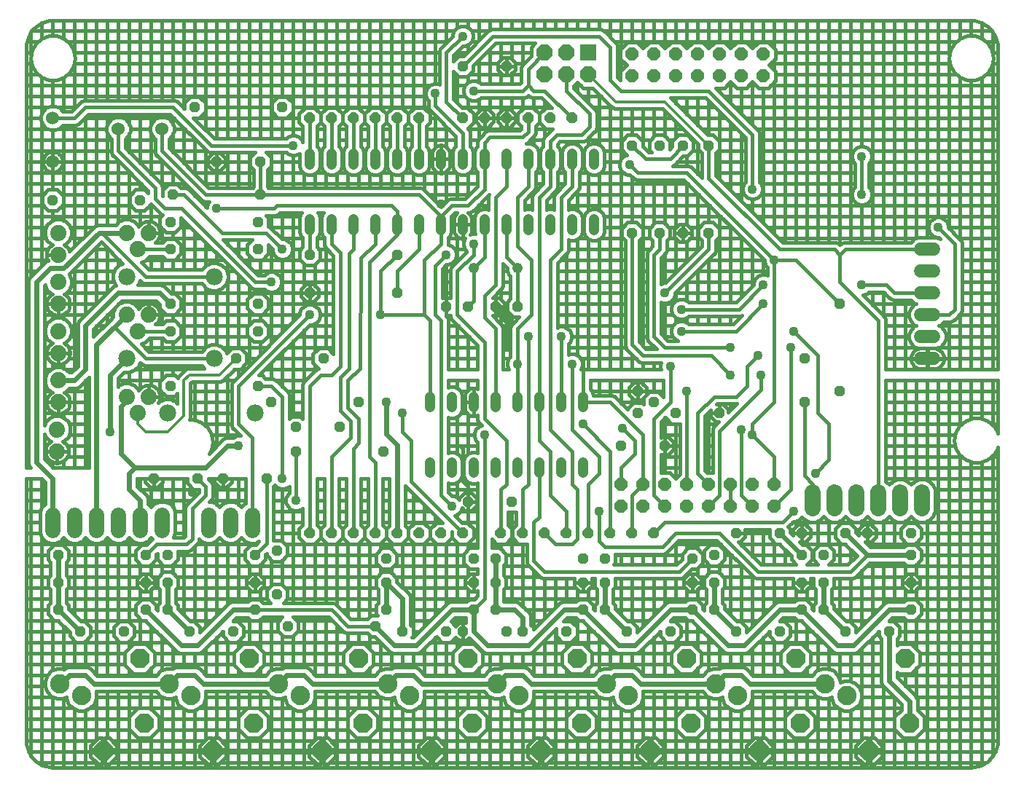
<source format=gbl>
G75*
G70*
%OFA0B0*%
%FSLAX24Y24*%
%IPPOS*%
%LPD*%
%AMOC8*
5,1,8,0,0,1.08239X$1,22.5*
%
%ADD10OC8,0.0885*%
%ADD11C,0.0885*%
%ADD12C,0.0480*%
%ADD13OC8,0.0480*%
%ADD14C,0.0480*%
%ADD15R,0.0740X0.0740*%
%ADD16OC8,0.0740*%
%ADD17C,0.0740*%
%ADD18C,0.0740*%
%ADD19C,0.0780*%
%ADD20C,0.0709*%
%ADD21OC8,0.0600*%
%ADD22OC8,0.0500*%
%ADD23C,0.0600*%
%ADD24C,0.0600*%
%ADD25C,0.0240*%
%ADD26C,0.0160*%
%ADD27C,0.0436*%
%ADD28C,0.0500*%
%ADD29C,0.0120*%
D10*
X005011Y002368D03*
X006861Y003648D03*
X010011Y002368D03*
X011861Y003648D03*
X015011Y002368D03*
X016861Y003648D03*
X020011Y002368D03*
X021861Y003648D03*
X025011Y002368D03*
X026861Y003648D03*
X030011Y002368D03*
X031861Y003648D03*
X035011Y002368D03*
X036861Y003648D03*
X040011Y002368D03*
X041861Y003648D03*
X041651Y006598D03*
X036651Y006598D03*
X031651Y006598D03*
X026651Y006598D03*
X021651Y006598D03*
X016651Y006598D03*
X011651Y006598D03*
X006651Y006598D03*
D11*
X008001Y005458D03*
X008991Y004908D03*
X013001Y005458D03*
X013991Y004908D03*
X018001Y005458D03*
X018991Y004908D03*
X023001Y005458D03*
X023991Y004908D03*
X028001Y005458D03*
X028991Y004908D03*
X033001Y005458D03*
X033991Y004908D03*
X038001Y005458D03*
X038991Y004908D03*
X003991Y004908D03*
X003001Y005458D03*
D12*
X019931Y015098D02*
X019931Y015578D01*
X020931Y015578D02*
X020931Y015098D01*
X021931Y015098D02*
X021931Y015578D01*
X022931Y015578D02*
X022931Y015098D01*
X023931Y015098D02*
X023931Y015578D01*
X024931Y015578D02*
X024931Y015098D01*
X025931Y015098D02*
X025931Y015578D01*
X026931Y015578D02*
X026931Y015098D01*
X026931Y018098D02*
X026931Y018578D01*
X025931Y018578D02*
X025931Y018098D01*
X024931Y018098D02*
X024931Y018578D01*
X023931Y018578D02*
X023931Y018098D01*
X022931Y018098D02*
X022931Y018578D01*
X021931Y018578D02*
X021931Y018098D01*
X020931Y018098D02*
X020931Y018578D01*
X019931Y018578D02*
X019931Y018098D01*
X019431Y026223D02*
X019431Y026703D01*
X020431Y026703D02*
X020431Y026223D01*
X021431Y026223D02*
X021431Y026703D01*
X022431Y026703D02*
X022431Y026223D01*
X023431Y026223D02*
X023431Y026703D01*
X024431Y026703D02*
X024431Y026223D01*
X025431Y026223D02*
X025431Y026703D01*
X026431Y026703D02*
X026431Y026223D01*
X027431Y026223D02*
X027431Y026703D01*
X027431Y029223D02*
X027431Y029703D01*
X026431Y029703D02*
X026431Y029223D01*
X025431Y029223D02*
X025431Y029703D01*
X024431Y029703D02*
X024431Y029223D01*
X023431Y029223D02*
X023431Y029703D01*
X022431Y029703D02*
X022431Y029223D01*
X021431Y029223D02*
X021431Y029703D01*
X020431Y029703D02*
X020431Y029223D01*
X019431Y029223D02*
X019431Y029703D01*
X018431Y029703D02*
X018431Y029223D01*
X017431Y029223D02*
X017431Y029703D01*
X016431Y029703D02*
X016431Y029223D01*
X015431Y029223D02*
X015431Y029703D01*
X014431Y029703D02*
X014431Y029223D01*
X014431Y026703D02*
X014431Y026223D01*
X015431Y026223D02*
X015431Y026703D01*
X016431Y026703D02*
X016431Y026223D01*
X017431Y026223D02*
X017431Y026703D01*
X018431Y026703D02*
X018431Y026223D01*
D13*
X018431Y025088D03*
X018431Y023338D03*
X020681Y022713D03*
X021681Y022713D03*
X022931Y022713D03*
X023931Y022713D03*
X029181Y026088D03*
X030431Y026088D03*
X031493Y026088D03*
X032681Y026088D03*
X032681Y030088D03*
X031493Y030088D03*
X030431Y030088D03*
X029181Y030088D03*
X023431Y033713D03*
X021431Y033713D03*
X013181Y031838D03*
X012181Y029338D03*
X012181Y027838D03*
X012056Y026588D03*
X012056Y025338D03*
X014431Y025088D03*
X014431Y023338D03*
X012056Y022838D03*
X012056Y021588D03*
X011056Y020338D03*
X012056Y019088D03*
X012681Y018338D03*
X013806Y017213D03*
X013806Y016088D03*
X012456Y014838D03*
X010456Y014838D03*
X009306Y014838D03*
X007306Y014838D03*
X006931Y011338D03*
X007931Y011338D03*
X007931Y010088D03*
X006931Y010088D03*
X006931Y008838D03*
X007931Y008838D03*
X008931Y007838D03*
X010931Y007838D03*
X011931Y008838D03*
X012931Y009538D03*
X011931Y010088D03*
X011931Y011338D03*
X012931Y011538D03*
X013431Y008088D03*
X017431Y008088D03*
X017931Y008838D03*
X018681Y007838D03*
X020681Y007838D03*
X021431Y007838D03*
X021931Y008838D03*
X022931Y008838D03*
X023431Y007838D03*
X024181Y007838D03*
X026181Y007838D03*
X026931Y008838D03*
X027931Y008838D03*
X028931Y007838D03*
X030931Y007838D03*
X031931Y008838D03*
X032931Y008838D03*
X033931Y007838D03*
X035931Y007838D03*
X036931Y008838D03*
X037931Y008838D03*
X038931Y007838D03*
X040931Y007838D03*
X041931Y008838D03*
X041931Y010088D03*
X041931Y011338D03*
X041931Y012338D03*
X039931Y012338D03*
X038931Y012338D03*
X037931Y011338D03*
X036931Y011338D03*
X036931Y012338D03*
X035931Y012338D03*
X033931Y012338D03*
X032931Y011338D03*
X031931Y011188D03*
X031931Y010088D03*
X032931Y010088D03*
X036931Y010088D03*
X037931Y010088D03*
X030681Y016338D03*
X031181Y017838D03*
X030181Y018338D03*
X029431Y017838D03*
X029431Y018838D03*
X028681Y016338D03*
X033181Y017838D03*
X037056Y018338D03*
X038681Y018838D03*
X037056Y020338D03*
X038681Y022838D03*
X027931Y011188D03*
X026931Y011188D03*
X026931Y010088D03*
X027931Y010088D03*
X023681Y013788D03*
X021681Y013788D03*
X021931Y011188D03*
X022931Y011188D03*
X022931Y010088D03*
X021931Y010088D03*
X017931Y010088D03*
X017931Y011188D03*
X017806Y016088D03*
X015806Y017213D03*
X016681Y018338D03*
X015056Y020338D03*
X008056Y019088D03*
X008056Y021588D03*
X008056Y022838D03*
X008056Y025338D03*
X008056Y026588D03*
X006681Y027588D03*
X008181Y027838D03*
X010181Y029338D03*
X009181Y031838D03*
X002681Y027588D03*
X002931Y011338D03*
X002931Y010088D03*
X002931Y008838D03*
X003931Y007838D03*
X005931Y007838D03*
D14*
X021931Y024463D03*
X023931Y024463D03*
D15*
X027181Y034338D03*
D16*
X027181Y033338D03*
X026181Y033338D03*
X025181Y033338D03*
X025181Y034338D03*
X026181Y034338D03*
D17*
X037431Y014208D02*
X037431Y013468D01*
X038431Y013468D02*
X038431Y014208D01*
X039431Y014208D02*
X039431Y013468D01*
X040431Y013468D02*
X040431Y014208D01*
X041431Y014208D02*
X041431Y013468D01*
X042431Y013468D02*
X042431Y014208D01*
D18*
X007056Y018588D03*
X006556Y017838D03*
X006056Y018588D03*
X002931Y018338D03*
X002931Y019338D03*
X002931Y020588D03*
X002931Y021588D03*
X002931Y022838D03*
X002931Y023838D03*
X002931Y025088D03*
X002931Y026088D03*
X006056Y026088D03*
X006556Y025338D03*
X007056Y026088D03*
X007056Y022338D03*
X006556Y021588D03*
X006056Y022338D03*
X002868Y017088D03*
X002868Y016088D03*
D19*
X007931Y017838D03*
X006056Y020338D03*
X010056Y020338D03*
X011931Y017838D03*
X010056Y024088D03*
X006056Y024088D03*
D20*
X005681Y013193D02*
X005681Y012484D01*
X006681Y012484D02*
X006681Y013193D01*
X007681Y013193D02*
X007681Y012484D01*
X009806Y012484D02*
X009806Y013193D01*
X010806Y013193D02*
X010806Y012484D01*
X011806Y012484D02*
X011806Y013193D01*
X004681Y013193D02*
X004681Y012484D01*
X003681Y012484D02*
X003681Y013193D01*
X002681Y013193D02*
X002681Y012484D01*
D21*
X028681Y013588D03*
X029681Y013588D03*
X030681Y013588D03*
X031681Y013588D03*
X032681Y013588D03*
X033681Y013588D03*
X034681Y013588D03*
X035681Y013588D03*
X035681Y014588D03*
X034681Y014588D03*
X033681Y014588D03*
X032681Y014588D03*
X031681Y014588D03*
X030681Y014588D03*
X029681Y014588D03*
X028681Y014588D03*
X029181Y033268D03*
X030181Y033268D03*
X031181Y033268D03*
X032181Y033268D03*
X033181Y033268D03*
X034181Y033268D03*
X035181Y033268D03*
X035181Y034268D03*
X034181Y034268D03*
X033181Y034268D03*
X032181Y034268D03*
X031181Y034268D03*
X030181Y034268D03*
X029181Y034268D03*
D22*
X026431Y031338D03*
X025431Y031338D03*
X024431Y031338D03*
X023431Y031338D03*
X022431Y031338D03*
X021431Y031338D03*
X019431Y031338D03*
X018431Y031338D03*
X017431Y031338D03*
X016431Y031338D03*
X015431Y031338D03*
X014431Y031338D03*
X014431Y012338D03*
X015431Y012338D03*
X016431Y012338D03*
X017431Y012338D03*
X018431Y012338D03*
X019431Y012338D03*
X020431Y012338D03*
X021431Y012338D03*
X023181Y012338D03*
X024181Y012338D03*
X025181Y012338D03*
X026181Y012338D03*
X027181Y012338D03*
X028181Y012338D03*
X029181Y012338D03*
X030181Y012338D03*
D23*
X042381Y020338D02*
X042981Y020338D01*
X042981Y021338D02*
X042381Y021338D01*
X042381Y022338D02*
X042981Y022338D01*
X042981Y023338D02*
X042381Y023338D01*
X042381Y024338D02*
X042981Y024338D01*
X042981Y025338D02*
X042381Y025338D01*
D24*
X007681Y030838D03*
X005681Y030838D03*
X002681Y031338D03*
X002681Y029338D03*
D25*
X004806Y026088D02*
X004931Y026088D01*
X006056Y026088D01*
X004806Y026088D02*
X003181Y024463D01*
X002556Y024463D01*
X001931Y023838D01*
X001931Y015588D01*
X002681Y014838D01*
X002681Y012838D01*
X002931Y011338D02*
X002931Y010088D01*
X002931Y008838D01*
X003931Y007838D01*
X004181Y005838D02*
X003431Y005838D01*
X003051Y005458D01*
X003001Y005458D01*
X004181Y005838D02*
X004561Y005458D01*
X008001Y005458D01*
X008381Y005838D01*
X009181Y005838D01*
X009561Y005458D01*
X013001Y005458D01*
X013381Y005838D01*
X014181Y005838D01*
X014561Y005458D01*
X018001Y005458D01*
X018381Y005838D01*
X019181Y005838D01*
X019561Y005458D01*
X023001Y005458D01*
X023381Y005838D01*
X024181Y005838D01*
X024561Y005458D01*
X028001Y005458D01*
X028381Y005838D01*
X029181Y005838D01*
X029561Y005458D01*
X033001Y005458D01*
X033381Y005838D01*
X034181Y005838D01*
X034561Y005458D01*
X038001Y005458D01*
X038556Y007213D02*
X039306Y007213D01*
X040931Y008838D01*
X041931Y008838D01*
X040931Y007838D02*
X040931Y005588D01*
X041861Y004658D01*
X041861Y003648D01*
X040011Y002368D02*
X035011Y002368D01*
X030011Y002368D01*
X025211Y002368D01*
X025181Y002338D01*
X025041Y002338D01*
X025011Y002368D01*
X020011Y002368D01*
X015011Y002368D01*
X014711Y002368D01*
X014681Y002338D01*
X010181Y002338D01*
X010011Y002368D02*
X005011Y002368D01*
X010011Y002368D02*
X015011Y002368D01*
X015151Y002368D01*
X015181Y002338D01*
X014681Y002338D01*
X018306Y007213D02*
X017431Y008088D01*
X017931Y008838D02*
X017931Y010088D01*
X018681Y009338D01*
X018681Y007838D01*
X018306Y007213D02*
X019306Y007213D01*
X020931Y008838D01*
X021931Y008838D01*
X021931Y007838D01*
X022556Y007213D01*
X024431Y007213D01*
X026056Y008838D01*
X026931Y008838D01*
X028556Y007213D01*
X029306Y007213D01*
X030931Y008838D01*
X031931Y008838D01*
X033556Y007213D01*
X034306Y007213D01*
X035931Y008838D01*
X036931Y008838D01*
X038556Y007213D01*
X038931Y007838D02*
X037931Y008838D01*
X037931Y010088D01*
X036931Y011338D02*
X035931Y012338D01*
X038931Y012338D02*
X039931Y011338D01*
X041931Y011338D01*
X033931Y007838D02*
X032931Y008838D01*
X032931Y010088D01*
X028931Y007838D02*
X027931Y008838D01*
X027931Y010088D01*
X024181Y008463D02*
X024181Y007838D01*
X024181Y008463D02*
X023806Y008838D01*
X022931Y008838D01*
X022931Y010088D01*
X022931Y011188D01*
X018431Y012338D02*
X018431Y016368D01*
X017931Y016868D01*
X017931Y018338D01*
X011181Y016338D02*
X010681Y016338D01*
X009681Y015338D01*
X006431Y015338D01*
X005806Y015963D01*
X005806Y018151D01*
X006056Y018401D01*
X006056Y018588D01*
X005306Y019588D02*
X006056Y020338D01*
X005306Y019588D02*
X005306Y016963D01*
X006431Y015338D02*
X006181Y015088D01*
X006181Y014338D01*
X006681Y013838D01*
X006681Y012838D01*
X004681Y012838D02*
X004681Y020963D01*
X005493Y021776D01*
X006056Y022338D01*
X005681Y023338D02*
X006431Y023338D01*
X007556Y023338D01*
X008056Y022838D01*
X005681Y023338D02*
X004181Y021838D01*
X004181Y019838D01*
X003681Y019338D01*
X002931Y019338D01*
X007931Y010088D02*
X007931Y008838D01*
X008931Y007838D01*
X008556Y007213D02*
X009306Y007213D01*
X010931Y008838D01*
X011931Y008838D01*
X008556Y007213D02*
X006931Y008838D01*
D26*
X002214Y001711D02*
X001938Y001870D01*
X001713Y002096D01*
X001554Y002371D01*
X001471Y002679D01*
X001461Y002838D01*
X004629Y002838D01*
X004681Y002890D02*
X004681Y005098D01*
X004651Y005098D02*
X007411Y005098D01*
X007422Y005072D01*
X007614Y004880D01*
X007865Y004776D01*
X008137Y004776D01*
X008308Y004847D01*
X008308Y004772D01*
X008412Y004522D01*
X008604Y004330D01*
X008855Y004226D01*
X009127Y004226D01*
X009378Y004330D01*
X009570Y004522D01*
X009673Y004772D01*
X009673Y005044D01*
X009651Y005098D01*
X012411Y005098D01*
X012422Y005072D01*
X012614Y004880D01*
X012865Y004776D01*
X013137Y004776D01*
X013308Y004847D01*
X013308Y004772D01*
X013412Y004522D01*
X013604Y004330D01*
X013855Y004226D01*
X014127Y004226D01*
X014378Y004330D01*
X014570Y004522D01*
X014673Y004772D01*
X014673Y005044D01*
X014651Y005098D01*
X017411Y005098D01*
X017422Y005072D01*
X017614Y004880D01*
X017865Y004776D01*
X018137Y004776D01*
X018308Y004847D01*
X018308Y004772D01*
X018412Y004522D01*
X018604Y004330D01*
X018855Y004226D01*
X019127Y004226D01*
X019378Y004330D01*
X019570Y004522D01*
X019673Y004772D01*
X019673Y005044D01*
X019651Y005098D01*
X022411Y005098D01*
X022422Y005072D01*
X022614Y004880D01*
X022865Y004776D01*
X023137Y004776D01*
X023308Y004847D01*
X023308Y004772D01*
X023412Y004522D01*
X023604Y004330D01*
X023855Y004226D01*
X024127Y004226D01*
X024378Y004330D01*
X024570Y004522D01*
X024673Y004772D01*
X024673Y005044D01*
X024651Y005098D01*
X027411Y005098D01*
X027422Y005072D01*
X027614Y004880D01*
X027865Y004776D01*
X028137Y004776D01*
X028308Y004847D01*
X028308Y004772D01*
X028412Y004522D01*
X028604Y004330D01*
X028855Y004226D01*
X029127Y004226D01*
X029378Y004330D01*
X029570Y004522D01*
X029673Y004772D01*
X029673Y005044D01*
X029651Y005098D01*
X032411Y005098D01*
X032422Y005072D01*
X032614Y004880D01*
X032865Y004776D01*
X033137Y004776D01*
X033308Y004847D01*
X033308Y004772D01*
X033412Y004522D01*
X033604Y004330D01*
X033855Y004226D01*
X034127Y004226D01*
X034378Y004330D01*
X034570Y004522D01*
X034673Y004772D01*
X034673Y005044D01*
X034651Y005098D01*
X037411Y005098D01*
X037422Y005072D01*
X037614Y004880D01*
X037865Y004776D01*
X038137Y004776D01*
X038308Y004847D01*
X038308Y004772D01*
X038412Y004522D01*
X038604Y004330D01*
X038855Y004226D01*
X039127Y004226D01*
X039378Y004330D01*
X039570Y004522D01*
X039673Y004772D01*
X039673Y005044D01*
X039570Y005295D01*
X039378Y005487D01*
X039127Y005591D01*
X038855Y005591D01*
X038683Y005520D01*
X038683Y005594D01*
X038580Y005845D01*
X038388Y006037D01*
X038137Y006141D01*
X037865Y006141D01*
X037614Y006037D01*
X037422Y005845D01*
X037411Y005818D01*
X034710Y005818D01*
X034486Y006042D01*
X034385Y006143D01*
X034253Y006198D01*
X033453Y006198D01*
X033309Y006198D01*
X033177Y006143D01*
X033163Y006130D01*
X033137Y006141D01*
X032865Y006141D01*
X032614Y006037D01*
X032422Y005845D01*
X032411Y005818D01*
X029710Y005818D01*
X029486Y006042D01*
X029385Y006143D01*
X029253Y006198D01*
X028453Y006198D01*
X028309Y006198D01*
X028177Y006143D01*
X028163Y006130D01*
X028137Y006141D01*
X027865Y006141D01*
X027614Y006037D01*
X027422Y005845D01*
X027411Y005818D01*
X024710Y005818D01*
X024486Y006042D01*
X024385Y006143D01*
X024253Y006198D01*
X023453Y006198D01*
X023309Y006198D01*
X023177Y006143D01*
X023163Y006130D01*
X023137Y006141D01*
X022865Y006141D01*
X022614Y006037D01*
X022422Y005845D01*
X022411Y005818D01*
X019710Y005818D01*
X019486Y006042D01*
X019385Y006143D01*
X019253Y006198D01*
X018453Y006198D01*
X018309Y006198D01*
X018177Y006143D01*
X018163Y006130D01*
X018137Y006141D01*
X017865Y006141D01*
X017614Y006037D01*
X017422Y005845D01*
X017411Y005818D01*
X014710Y005818D01*
X014486Y006042D01*
X014385Y006143D01*
X014253Y006198D01*
X013453Y006198D01*
X013309Y006198D01*
X013177Y006143D01*
X013163Y006130D01*
X013137Y006141D01*
X012865Y006141D01*
X012614Y006037D01*
X012422Y005845D01*
X012411Y005818D01*
X009710Y005818D01*
X009486Y006042D01*
X009385Y006143D01*
X009253Y006198D01*
X008453Y006198D01*
X008309Y006198D01*
X008177Y006143D01*
X008163Y006130D01*
X008137Y006141D01*
X007865Y006141D01*
X007614Y006037D01*
X007422Y005845D01*
X007411Y005818D01*
X004710Y005818D01*
X004486Y006042D01*
X004385Y006143D01*
X004253Y006198D01*
X003503Y006198D01*
X003359Y006198D01*
X003227Y006143D01*
X003199Y006115D01*
X003137Y006141D01*
X002865Y006141D01*
X002614Y006037D01*
X002422Y005845D01*
X002318Y005594D01*
X002318Y005322D01*
X002422Y005072D01*
X002614Y004880D01*
X002865Y004776D01*
X003137Y004776D01*
X003308Y004847D01*
X003308Y004772D01*
X003412Y004522D01*
X003604Y004330D01*
X003855Y004226D01*
X004127Y004226D01*
X004378Y004330D01*
X004570Y004522D01*
X004673Y004772D01*
X004673Y005044D01*
X004651Y005098D01*
X004673Y004838D02*
X007714Y004838D01*
X007681Y004852D02*
X007681Y001618D01*
X008181Y001618D02*
X008181Y004794D01*
X008288Y004838D02*
X008308Y004838D01*
X008596Y004338D02*
X004386Y004338D01*
X004181Y004248D02*
X004181Y001618D01*
X004681Y001618D02*
X004681Y001846D01*
X004689Y001838D02*
X001994Y001838D01*
X002181Y001730D02*
X002181Y012143D01*
X002177Y012147D02*
X002344Y011980D01*
X002563Y011890D01*
X002799Y011890D01*
X003018Y011980D01*
X003181Y012143D01*
X003181Y011767D01*
X003130Y011818D02*
X002732Y011818D01*
X002451Y011537D01*
X002451Y011139D01*
X002571Y011019D01*
X002571Y010407D01*
X002451Y010287D01*
X002451Y009889D01*
X002571Y009769D01*
X002571Y009157D01*
X002451Y009037D01*
X002451Y008639D01*
X002732Y008358D01*
X002902Y008358D01*
X003451Y007809D01*
X003451Y007639D01*
X003732Y007358D01*
X004130Y007358D01*
X004411Y007639D01*
X004411Y008037D01*
X004130Y008318D01*
X003960Y008318D01*
X003411Y008867D01*
X003411Y009037D01*
X003291Y009157D01*
X003291Y009769D01*
X003411Y009889D01*
X003411Y010287D01*
X003291Y010407D01*
X003291Y011019D01*
X003411Y011139D01*
X003411Y011537D01*
X003130Y011818D01*
X003344Y011980D02*
X003181Y012143D01*
X003344Y011980D02*
X003563Y011890D01*
X003799Y011890D01*
X004018Y011980D01*
X004181Y012143D01*
X004181Y008267D01*
X003940Y008338D02*
X006922Y008338D01*
X006902Y008358D02*
X008251Y007009D01*
X008352Y006908D01*
X008484Y006853D01*
X009234Y006853D01*
X009378Y006853D01*
X009510Y006908D01*
X010451Y007849D01*
X010451Y007639D01*
X010732Y007358D01*
X011130Y007358D01*
X011411Y007639D01*
X011411Y008037D01*
X011130Y008318D01*
X010920Y008318D01*
X011080Y008478D01*
X011612Y008478D01*
X011732Y008358D01*
X012130Y008358D01*
X012290Y008518D01*
X013182Y008518D01*
X012951Y008287D01*
X012951Y007889D01*
X013232Y007608D01*
X013630Y007608D01*
X013911Y007889D01*
X013911Y008287D01*
X013680Y008518D01*
X015298Y008518D01*
X015910Y007907D01*
X016000Y007817D01*
X016117Y007768D01*
X017072Y007768D01*
X017232Y007608D01*
X017402Y007608D01*
X018102Y006908D01*
X018234Y006853D01*
X018378Y006853D01*
X019378Y006853D01*
X019510Y006908D01*
X019611Y007009D01*
X019611Y007009D01*
X020221Y007619D01*
X020482Y007358D01*
X020880Y007358D01*
X021112Y007591D01*
X021265Y007438D01*
X021431Y007438D01*
X021597Y007438D01*
X021709Y007551D01*
X021727Y007533D01*
X022352Y006908D01*
X022484Y006853D01*
X022628Y006853D01*
X024503Y006853D01*
X024635Y006908D01*
X024736Y007009D01*
X024736Y007009D01*
X025701Y007974D01*
X025701Y007639D01*
X025982Y007358D01*
X026380Y007358D01*
X026661Y007639D01*
X026661Y008037D01*
X026380Y008318D01*
X026045Y008318D01*
X026205Y008478D01*
X026612Y008478D01*
X026732Y008358D01*
X026902Y008358D01*
X028251Y007009D01*
X028352Y006908D01*
X028484Y006853D01*
X029234Y006853D01*
X029378Y006853D01*
X029510Y006908D01*
X030451Y007849D01*
X030451Y007639D01*
X030732Y007358D01*
X031130Y007358D01*
X031411Y007639D01*
X031411Y008037D01*
X031130Y008318D01*
X030920Y008318D01*
X031080Y008478D01*
X031612Y008478D01*
X031732Y008358D01*
X031902Y008358D01*
X033251Y007009D01*
X033352Y006908D01*
X033484Y006853D01*
X034234Y006853D01*
X034378Y006853D01*
X034510Y006908D01*
X035451Y007849D01*
X035451Y007639D01*
X035732Y007358D01*
X036130Y007358D01*
X036411Y007639D01*
X036411Y008037D01*
X036130Y008318D01*
X035920Y008318D01*
X036080Y008478D01*
X036612Y008478D01*
X036732Y008358D01*
X036902Y008358D01*
X038251Y007009D01*
X038352Y006908D01*
X038484Y006853D01*
X039234Y006853D01*
X039378Y006853D01*
X039510Y006908D01*
X040451Y007849D01*
X040451Y007639D01*
X040571Y007519D01*
X040571Y005660D01*
X040571Y005517D01*
X040626Y005384D01*
X041501Y004509D01*
X041501Y004253D01*
X041178Y003931D01*
X041178Y003366D01*
X041578Y002966D01*
X042144Y002966D01*
X042543Y003366D01*
X042543Y003931D01*
X042221Y004253D01*
X042221Y004730D01*
X042166Y004862D01*
X042065Y004963D01*
X042065Y004963D01*
X041291Y005737D01*
X041291Y005993D01*
X041368Y005916D01*
X041934Y005916D01*
X042333Y006316D01*
X042333Y006881D01*
X041934Y007281D01*
X041368Y007281D01*
X041291Y007203D01*
X041291Y007519D01*
X041411Y007639D01*
X041411Y008037D01*
X041130Y008318D01*
X040920Y008318D01*
X041080Y008478D01*
X041612Y008478D01*
X041732Y008358D01*
X042130Y008358D01*
X042411Y008639D01*
X042411Y009037D01*
X042130Y009318D01*
X041732Y009318D01*
X041612Y009198D01*
X041003Y009198D01*
X040859Y009198D01*
X040727Y009143D01*
X039411Y007827D01*
X039411Y008037D01*
X039130Y008318D01*
X038960Y008318D01*
X038411Y008867D01*
X038411Y009037D01*
X038291Y009157D01*
X038291Y009769D01*
X038411Y009889D01*
X038411Y010268D01*
X039117Y010268D01*
X039245Y010268D01*
X039362Y010317D01*
X040024Y010978D01*
X041612Y010978D01*
X041732Y010858D01*
X042130Y010858D01*
X042411Y011139D01*
X042411Y011537D01*
X042130Y011818D01*
X041732Y011818D01*
X041612Y011698D01*
X040080Y011698D01*
X039840Y011938D01*
X039931Y011938D01*
X040097Y011938D01*
X040331Y012173D01*
X040331Y012338D01*
X039931Y012338D01*
X039931Y011938D01*
X039931Y012338D01*
X039931Y012338D01*
X039931Y012338D01*
X039531Y012338D01*
X039531Y012247D01*
X039411Y012367D01*
X039411Y012537D01*
X039130Y012818D01*
X038732Y012818D01*
X038451Y012537D01*
X038451Y012139D01*
X038732Y011858D01*
X038902Y011858D01*
X039450Y011310D01*
X039048Y010908D01*
X038180Y010908D01*
X038411Y011139D01*
X038411Y011537D01*
X038130Y011818D01*
X037732Y011818D01*
X037451Y011537D01*
X037451Y011139D01*
X037682Y010908D01*
X037180Y010908D01*
X037411Y011139D01*
X037411Y011537D01*
X037130Y011818D01*
X036960Y011818D01*
X036840Y011938D01*
X036931Y011938D01*
X037097Y011938D01*
X037331Y012173D01*
X037331Y012338D01*
X036931Y012338D01*
X036931Y011938D01*
X036931Y012338D01*
X036931Y012338D01*
X036931Y012338D01*
X038451Y012338D01*
X038681Y011909D02*
X038681Y010908D01*
X038181Y010908D02*
X038181Y010909D01*
X038411Y011338D02*
X039422Y011338D01*
X039181Y011579D02*
X039181Y011041D01*
X039181Y010588D02*
X039931Y011338D01*
X040181Y010978D02*
X040181Y008597D01*
X040422Y008838D02*
X038440Y008838D01*
X038681Y008597D02*
X038681Y010268D01*
X039181Y010268D02*
X039181Y008267D01*
X038940Y008338D02*
X039922Y008338D01*
X039681Y008097D02*
X039681Y010636D01*
X039884Y010838D02*
X045901Y010838D01*
X045901Y011338D02*
X042411Y011338D01*
X042181Y010909D02*
X042181Y010404D01*
X042247Y010338D02*
X045901Y010338D01*
X045901Y009838D02*
X042247Y009838D01*
X042181Y009773D02*
X042181Y009267D01*
X042097Y009688D02*
X041931Y009688D01*
X041931Y010088D01*
X041931Y010088D01*
X041931Y009688D01*
X041765Y009688D01*
X041531Y009923D01*
X041531Y010088D01*
X041931Y010088D01*
X041931Y010088D01*
X042331Y010088D01*
X042331Y009923D01*
X042097Y009688D01*
X041931Y009838D02*
X041931Y009838D01*
X041931Y010088D02*
X041931Y010088D01*
X042331Y010088D01*
X042331Y010254D01*
X042097Y010488D01*
X041931Y010488D01*
X041931Y010089D01*
X041931Y010089D01*
X041931Y010488D01*
X041765Y010488D01*
X041531Y010254D01*
X041531Y010088D01*
X041931Y010088D01*
X042181Y010088D02*
X042181Y010088D01*
X041931Y010338D02*
X041931Y010338D01*
X041681Y010404D02*
X041681Y010909D01*
X041181Y010978D02*
X041181Y009198D01*
X041681Y009267D02*
X041681Y009773D01*
X041615Y009838D02*
X038360Y009838D01*
X038291Y009338D02*
X045901Y009338D01*
X045901Y008838D02*
X042411Y008838D01*
X042181Y008409D02*
X042181Y007033D01*
X042333Y006838D02*
X045901Y006838D01*
X045901Y006338D02*
X042333Y006338D01*
X042181Y006163D02*
X042181Y004826D01*
X042176Y004838D02*
X045901Y004838D01*
X045901Y005338D02*
X041690Y005338D01*
X041681Y005347D02*
X041681Y005916D01*
X041291Y005838D02*
X045901Y005838D01*
X045901Y004338D02*
X042221Y004338D01*
X042543Y003838D02*
X045901Y003838D01*
X045901Y003338D02*
X042516Y003338D01*
X042181Y003003D02*
X042181Y001618D01*
X042681Y001618D02*
X042681Y012912D01*
X042776Y012951D02*
X042948Y013123D01*
X043041Y013347D01*
X043041Y014330D01*
X042948Y014554D01*
X042776Y014725D01*
X042552Y014818D01*
X042310Y014818D01*
X042085Y014725D01*
X041931Y014571D01*
X041776Y014725D01*
X041552Y014818D01*
X041310Y014818D01*
X041085Y014725D01*
X040931Y014571D01*
X040776Y014725D01*
X040751Y014736D01*
X040751Y019338D01*
X045901Y019338D01*
X045901Y016903D01*
X045895Y016939D01*
X045717Y017247D01*
X045717Y017247D01*
X045444Y017476D01*
X045444Y017476D01*
X045109Y017598D01*
X044987Y017598D01*
X044960Y017598D01*
X044931Y017598D01*
X044875Y017598D01*
X044753Y017598D01*
X044753Y017598D01*
X044418Y017476D01*
X044145Y017247D01*
X043967Y016939D01*
X043905Y016588D01*
X043967Y016238D01*
X043967Y016237D01*
X044145Y015929D01*
X044418Y015700D01*
X044753Y015578D01*
X044875Y015578D01*
X044931Y015578D01*
X044932Y015578D01*
X044987Y015578D01*
X045109Y015578D01*
X045444Y015700D01*
X045716Y015929D01*
X045717Y015929D01*
X045895Y016237D01*
X045895Y016238D01*
X045901Y016274D01*
X045901Y002894D01*
X045901Y002838D01*
X045891Y002679D01*
X045808Y002371D01*
X045649Y002096D01*
X045424Y001870D01*
X045148Y001711D01*
X044840Y001629D01*
X044681Y001618D01*
X044625Y001618D01*
X002737Y001618D01*
X002681Y001618D01*
X002681Y004852D01*
X002714Y004838D02*
X001461Y004838D01*
X001461Y005338D02*
X002318Y005338D01*
X002420Y005838D02*
X001461Y005838D01*
X001461Y006338D02*
X005968Y006338D01*
X005968Y006316D02*
X006368Y005916D01*
X006934Y005916D01*
X007333Y006316D01*
X007333Y006881D01*
X006934Y007281D01*
X006368Y007281D01*
X005968Y006881D01*
X005968Y006316D01*
X006181Y006103D02*
X006181Y005818D01*
X006681Y005818D02*
X006681Y005916D01*
X007181Y005818D02*
X007181Y006163D01*
X007333Y006338D02*
X010968Y006338D01*
X010968Y006316D02*
X011368Y005916D01*
X011934Y005916D01*
X012333Y006316D01*
X012333Y006881D01*
X011934Y007281D01*
X011368Y007281D01*
X010968Y006881D01*
X010968Y006316D01*
X011181Y006103D02*
X011181Y005818D01*
X011681Y005818D02*
X011681Y005916D01*
X012181Y005818D02*
X012181Y006163D01*
X012333Y006338D02*
X015968Y006338D01*
X015968Y006316D02*
X016368Y005916D01*
X016934Y005916D01*
X017333Y006316D01*
X017333Y006881D01*
X016934Y007281D01*
X016368Y007281D01*
X015968Y006881D01*
X015968Y006316D01*
X016181Y006103D02*
X016181Y005818D01*
X016681Y005818D02*
X016681Y005916D01*
X017181Y005818D02*
X017181Y006163D01*
X017333Y006338D02*
X020968Y006338D01*
X020968Y006316D02*
X021368Y005916D01*
X021934Y005916D01*
X022333Y006316D01*
X022333Y006881D01*
X021934Y007281D01*
X021368Y007281D01*
X020968Y006881D01*
X020968Y006316D01*
X021181Y006103D02*
X021181Y005818D01*
X021681Y005818D02*
X021681Y005916D01*
X022181Y005818D02*
X022181Y006163D01*
X022333Y006338D02*
X025968Y006338D01*
X025968Y006316D02*
X026368Y005916D01*
X026934Y005916D01*
X027333Y006316D01*
X027333Y006881D01*
X026934Y007281D01*
X026368Y007281D01*
X025968Y006881D01*
X025968Y006316D01*
X026181Y006103D02*
X026181Y005818D01*
X026681Y005818D02*
X026681Y005916D01*
X027181Y005818D02*
X027181Y006163D01*
X027333Y006338D02*
X030968Y006338D01*
X030968Y006316D02*
X031368Y005916D01*
X031934Y005916D01*
X032333Y006316D01*
X032333Y006881D01*
X031934Y007281D01*
X031368Y007281D01*
X030968Y006881D01*
X030968Y006316D01*
X031181Y006103D02*
X031181Y005818D01*
X031681Y005818D02*
X031681Y005916D01*
X032181Y005818D02*
X032181Y006163D01*
X032333Y006338D02*
X035968Y006338D01*
X035968Y006316D02*
X036368Y005916D01*
X036934Y005916D01*
X037333Y006316D01*
X037333Y006881D01*
X036934Y007281D01*
X036368Y007281D01*
X035968Y006881D01*
X035968Y006316D01*
X036181Y006103D02*
X036181Y005818D01*
X036681Y005818D02*
X036681Y005916D01*
X037181Y005818D02*
X037181Y006163D01*
X037333Y006338D02*
X040571Y006338D01*
X040571Y006838D02*
X037333Y006838D01*
X037181Y007033D02*
X037181Y008079D01*
X037422Y007838D02*
X036411Y007838D01*
X036181Y007409D02*
X036181Y007093D01*
X035968Y006838D02*
X032333Y006838D01*
X032181Y007033D02*
X032181Y008079D01*
X032422Y007838D02*
X031411Y007838D01*
X031181Y007409D02*
X031181Y007093D01*
X030968Y006838D02*
X027333Y006838D01*
X027181Y007033D02*
X027181Y008079D01*
X027422Y007838D02*
X026661Y007838D01*
X026681Y007281D02*
X026681Y008409D01*
X026922Y008338D02*
X026065Y008338D01*
X026181Y008318D02*
X026181Y008454D01*
X025681Y007954D02*
X025681Y005818D01*
X025181Y005818D02*
X025181Y007454D01*
X025065Y007338D02*
X027922Y007338D01*
X027681Y007579D02*
X027681Y006064D01*
X027420Y005838D02*
X024690Y005838D01*
X024681Y005847D02*
X024681Y006954D01*
X024181Y006853D02*
X024181Y006198D01*
X023681Y006198D02*
X023681Y006853D01*
X023181Y006853D02*
X023181Y006145D01*
X022681Y006064D02*
X022681Y006853D01*
X022333Y006838D02*
X025968Y006838D01*
X026181Y007093D02*
X026181Y007358D01*
X025701Y007838D02*
X025565Y007838D01*
X025047Y008338D02*
X024541Y008338D01*
X024541Y008157D02*
X024541Y008535D01*
X024486Y008667D01*
X024385Y008768D01*
X024010Y009143D01*
X023878Y009198D01*
X023734Y009198D01*
X023291Y009198D01*
X023291Y009769D01*
X023411Y009889D01*
X023411Y010287D01*
X023291Y010407D01*
X023291Y010869D01*
X023411Y010989D01*
X023411Y011387D01*
X023130Y011668D01*
X022751Y011668D01*
X022751Y012075D01*
X022978Y011848D01*
X023384Y011848D01*
X023671Y012135D01*
X023671Y012541D01*
X023501Y012711D01*
X023501Y013308D01*
X023861Y013308D01*
X023861Y012711D01*
X023691Y012541D01*
X023691Y012135D01*
X023978Y011848D01*
X024361Y011848D01*
X024361Y011152D01*
X024361Y011025D01*
X024410Y010907D01*
X025000Y010317D01*
X025117Y010268D01*
X025245Y010268D01*
X026545Y010268D01*
X026531Y010254D01*
X026531Y010088D01*
X026531Y009923D01*
X026765Y009688D01*
X026931Y009688D01*
X027097Y009688D01*
X027331Y009923D01*
X027331Y010088D01*
X026931Y010088D01*
X026931Y009688D01*
X026931Y010088D01*
X026931Y010088D01*
X026931Y010088D01*
X026531Y010088D01*
X026931Y010088D01*
X026931Y010088D01*
X027331Y010088D01*
X027331Y010254D01*
X027316Y010268D01*
X027451Y010268D01*
X027451Y009889D01*
X027571Y009769D01*
X027571Y009157D01*
X027451Y009037D01*
X027451Y008827D01*
X027411Y008867D01*
X027411Y009037D01*
X027130Y009318D01*
X026732Y009318D01*
X026612Y009198D01*
X025984Y009198D01*
X025852Y009143D01*
X025751Y009042D01*
X024661Y007952D01*
X024661Y008037D01*
X024541Y008157D01*
X024681Y007972D02*
X024681Y010636D01*
X024478Y010838D02*
X023291Y010838D01*
X023411Y011338D02*
X024361Y011338D01*
X024681Y011088D02*
X025181Y010588D01*
X031331Y010588D01*
X031931Y011188D01*
X032260Y010838D02*
X034228Y010838D01*
X034181Y010886D02*
X034181Y008267D01*
X034130Y008318D02*
X033960Y008318D01*
X033411Y008867D01*
X033411Y009037D01*
X033291Y009157D01*
X033291Y009769D01*
X033411Y009889D01*
X033411Y010287D01*
X033130Y010568D01*
X032732Y010568D01*
X032451Y010287D01*
X032451Y009889D01*
X032571Y009769D01*
X032571Y009157D01*
X032451Y009037D01*
X032451Y008827D01*
X032411Y008867D01*
X032411Y009037D01*
X032130Y009318D01*
X031732Y009318D01*
X031612Y009198D01*
X030859Y009198D01*
X030727Y009143D01*
X030626Y009042D01*
X029411Y007827D01*
X029411Y008037D01*
X029130Y008318D01*
X028960Y008318D01*
X028411Y008867D01*
X028411Y009037D01*
X028291Y009157D01*
X028291Y009769D01*
X028411Y009889D01*
X028411Y010268D01*
X031267Y010268D01*
X031395Y010268D01*
X031512Y010317D01*
X031903Y010708D01*
X032130Y010708D01*
X032411Y010989D01*
X032411Y011387D01*
X032130Y011668D01*
X031732Y011668D01*
X031451Y011387D01*
X031451Y011161D01*
X031198Y010908D01*
X028330Y010908D01*
X028411Y010989D01*
X028411Y011387D01*
X028405Y011393D01*
X030492Y011393D01*
X030590Y011393D01*
X030620Y011393D01*
X030737Y011442D01*
X030826Y011531D01*
X030827Y011532D01*
X031314Y012018D01*
X033048Y012018D01*
X034750Y010317D01*
X034867Y010268D01*
X034995Y010268D01*
X036545Y010268D01*
X036531Y010254D01*
X036531Y010088D01*
X036531Y009923D01*
X036765Y009688D01*
X036931Y009688D01*
X037097Y009688D01*
X037331Y009923D01*
X037331Y010088D01*
X036931Y010088D01*
X036931Y009688D01*
X036931Y010088D01*
X036931Y010088D01*
X036931Y010088D01*
X036531Y010088D01*
X036931Y010088D01*
X036931Y010088D01*
X037331Y010088D01*
X037331Y010254D01*
X037316Y010268D01*
X037451Y010268D01*
X037451Y009889D01*
X037571Y009769D01*
X037571Y009157D01*
X037451Y009037D01*
X037451Y008827D01*
X037411Y008867D01*
X037411Y009037D01*
X037130Y009318D01*
X036732Y009318D01*
X036612Y009198D01*
X035859Y009198D01*
X035727Y009143D01*
X035626Y009042D01*
X034411Y007827D01*
X034411Y008037D01*
X034130Y008318D01*
X033940Y008338D02*
X034922Y008338D01*
X034681Y008097D02*
X034681Y010386D01*
X034728Y010338D02*
X033360Y010338D01*
X033181Y010517D02*
X033181Y010909D01*
X033130Y010858D02*
X033411Y011139D01*
X033411Y011537D01*
X033130Y011818D01*
X032732Y011818D01*
X032451Y011537D01*
X032451Y011139D01*
X032732Y010858D01*
X033130Y010858D01*
X032681Y010909D02*
X032681Y010517D01*
X032502Y010338D02*
X032247Y010338D01*
X032181Y010404D02*
X032181Y010759D01*
X032097Y010488D02*
X031931Y010488D01*
X031931Y010089D01*
X031931Y010089D01*
X031931Y010488D01*
X031765Y010488D01*
X031531Y010254D01*
X031531Y010088D01*
X031531Y009923D01*
X031765Y009688D01*
X031931Y009688D01*
X032097Y009688D01*
X032331Y009923D01*
X032331Y010088D01*
X031931Y010088D01*
X031931Y009688D01*
X031931Y010088D01*
X031931Y010088D01*
X031931Y010088D01*
X031531Y010088D01*
X031931Y010088D01*
X031931Y010088D01*
X032331Y010088D01*
X032331Y010254D01*
X032097Y010488D01*
X031931Y010338D02*
X031931Y010338D01*
X031681Y010404D02*
X031681Y010486D01*
X031615Y010338D02*
X031533Y010338D01*
X031681Y010088D02*
X031681Y010088D01*
X031615Y009838D02*
X028360Y009838D01*
X028291Y009338D02*
X032571Y009338D01*
X032181Y009267D02*
X032181Y009773D01*
X032247Y009838D02*
X032502Y009838D01*
X032181Y010088D02*
X032181Y010088D01*
X031931Y009838D02*
X031931Y009838D01*
X031681Y009773D02*
X031681Y009267D01*
X031181Y009198D02*
X031181Y010268D01*
X030681Y010268D02*
X030681Y009097D01*
X030422Y008838D02*
X028440Y008838D01*
X028681Y008597D02*
X028681Y010268D01*
X029181Y010268D02*
X029181Y008267D01*
X028940Y008338D02*
X029922Y008338D01*
X029681Y008097D02*
X029681Y010268D01*
X030181Y010268D02*
X030181Y008597D01*
X030440Y007838D02*
X030451Y007838D01*
X030181Y007579D02*
X030181Y005818D01*
X029690Y005838D02*
X032420Y005838D01*
X032681Y006064D02*
X032681Y007579D01*
X032922Y007338D02*
X029940Y007338D01*
X029681Y007079D02*
X029681Y005847D01*
X029181Y006198D02*
X029181Y006853D01*
X028681Y006853D02*
X028681Y006198D01*
X028181Y006145D02*
X028181Y007079D01*
X029411Y007838D02*
X029422Y007838D01*
X030681Y007409D02*
X030681Y005818D01*
X030681Y005098D02*
X030681Y001618D01*
X030333Y001838D02*
X034689Y001838D01*
X034681Y001846D02*
X034681Y001618D01*
X034761Y001766D02*
X034408Y002119D01*
X034408Y002301D01*
X034943Y002301D01*
X034943Y002436D01*
X034408Y002436D01*
X034408Y002618D01*
X034761Y002971D01*
X034943Y002971D01*
X034943Y002436D01*
X035078Y002436D01*
X035078Y002971D01*
X035260Y002971D01*
X035613Y002618D01*
X035613Y002436D01*
X035079Y002436D01*
X035079Y002301D01*
X035613Y002301D01*
X035613Y002119D01*
X035260Y001766D01*
X035078Y001766D01*
X035078Y002301D01*
X034943Y002301D01*
X034943Y001766D01*
X034761Y001766D01*
X034943Y001838D02*
X035078Y001838D01*
X035181Y001766D02*
X035181Y001618D01*
X035333Y001838D02*
X039689Y001838D01*
X039681Y001846D02*
X039681Y001618D01*
X039761Y001766D02*
X039408Y002119D01*
X039408Y002301D01*
X039943Y002301D01*
X039943Y002436D01*
X039408Y002436D01*
X039408Y002618D01*
X039761Y002971D01*
X039943Y002971D01*
X039943Y002436D01*
X040078Y002436D01*
X040078Y002971D01*
X040260Y002971D01*
X040613Y002618D01*
X040613Y002436D01*
X040079Y002436D01*
X040079Y002301D01*
X040613Y002301D01*
X040613Y002119D01*
X040260Y001766D01*
X040078Y001766D01*
X040078Y002301D01*
X039943Y002301D01*
X039943Y001766D01*
X039761Y001766D01*
X039943Y001838D02*
X040078Y001838D01*
X040181Y001766D02*
X040181Y001618D01*
X040333Y001838D02*
X045368Y001838D01*
X045181Y001730D02*
X045181Y015604D01*
X045109Y015578D02*
X045109Y015578D01*
X044987Y015578D02*
X044987Y015578D01*
X044875Y015578D02*
X044875Y015578D01*
X044753Y015578D02*
X044753Y015578D01*
X044681Y015604D02*
X044681Y001618D01*
X044181Y001618D02*
X044181Y015899D01*
X044145Y015929D02*
X044145Y015929D01*
X044254Y015838D02*
X040751Y015838D01*
X040751Y015338D02*
X045901Y015338D01*
X045901Y014838D02*
X040751Y014838D01*
X041181Y014765D02*
X041181Y019338D01*
X041681Y019338D02*
X041681Y014765D01*
X042181Y014765D02*
X042181Y019338D01*
X042681Y019338D02*
X042681Y014765D01*
X043037Y014338D02*
X045901Y014338D01*
X045901Y013838D02*
X043041Y013838D01*
X043037Y013338D02*
X045901Y013338D01*
X045901Y012838D02*
X036508Y012838D01*
X036550Y012880D02*
X036647Y012880D01*
X036815Y012950D01*
X036944Y013079D01*
X036948Y013088D01*
X037085Y012951D01*
X037310Y012858D01*
X037552Y012858D01*
X037776Y012951D01*
X037931Y013106D01*
X038085Y012951D01*
X038310Y012858D01*
X038552Y012858D01*
X038776Y012951D01*
X038931Y013106D01*
X039085Y012951D01*
X039310Y012858D01*
X039552Y012858D01*
X039776Y012951D01*
X039931Y013106D01*
X040085Y012951D01*
X040310Y012858D01*
X040552Y012858D01*
X040776Y012951D01*
X040931Y013106D01*
X041085Y012951D01*
X041310Y012858D01*
X041552Y012858D01*
X041776Y012951D01*
X041931Y013106D01*
X042085Y012951D01*
X042310Y012858D01*
X042552Y012858D01*
X042776Y012951D01*
X042411Y012537D02*
X042130Y012818D01*
X041732Y012818D01*
X041451Y012537D01*
X041451Y012139D01*
X041732Y011858D01*
X042130Y011858D01*
X042411Y012139D01*
X042411Y012537D01*
X042411Y012338D02*
X045901Y012338D01*
X045901Y011838D02*
X039940Y011838D01*
X040181Y011698D02*
X040181Y012023D01*
X040181Y012338D02*
X040181Y012338D01*
X040331Y012338D02*
X040331Y012504D01*
X040097Y012738D01*
X039931Y012738D01*
X039931Y012339D01*
X039931Y012339D01*
X039931Y012738D01*
X039765Y012738D01*
X039531Y012504D01*
X039531Y012338D01*
X039931Y012338D01*
X039931Y012338D01*
X041451Y012338D01*
X041681Y011909D02*
X041681Y011767D01*
X042181Y011767D02*
X042181Y011909D01*
X042181Y012767D02*
X042181Y012912D01*
X041681Y012912D02*
X041681Y012767D01*
X041181Y012912D02*
X041181Y011698D01*
X040681Y011698D02*
X040681Y012912D01*
X040181Y012912D02*
X040181Y012654D01*
X040331Y012338D02*
X039931Y012338D01*
X039440Y012338D01*
X039681Y012338D02*
X039681Y012338D01*
X039681Y012654D02*
X039681Y012912D01*
X039181Y012912D02*
X039181Y012767D01*
X038681Y012767D02*
X038681Y012912D01*
X038181Y012912D02*
X038181Y011767D01*
X037681Y011767D02*
X037681Y012912D01*
X037181Y012912D02*
X037181Y012654D01*
X037097Y012738D02*
X036931Y012738D01*
X036931Y012339D01*
X036931Y012339D01*
X036931Y012738D01*
X036765Y012738D01*
X036531Y012504D01*
X036531Y012338D01*
X036531Y012247D01*
X036411Y012367D01*
X036411Y012537D01*
X036309Y012639D01*
X036550Y012880D01*
X036681Y012894D02*
X036681Y012654D01*
X036681Y012338D02*
X036681Y012338D01*
X036531Y012338D02*
X036931Y012338D01*
X036931Y012338D01*
X036440Y012338D01*
X036531Y012338D02*
X036931Y012338D01*
X037331Y012338D01*
X037331Y012504D01*
X037097Y012738D01*
X037181Y012338D02*
X037181Y012338D01*
X037181Y012023D02*
X037181Y011767D01*
X036940Y011838D02*
X038922Y011838D01*
X039181Y010588D02*
X034931Y010588D01*
X033181Y012338D01*
X031181Y012338D01*
X030556Y011713D01*
X027931Y011713D01*
X027681Y011963D01*
X027681Y013338D01*
X026681Y014338D02*
X026681Y012088D01*
X026431Y011838D01*
X025681Y011838D01*
X025181Y012338D01*
X024681Y012838D02*
X024681Y011088D01*
X024978Y010338D02*
X023360Y010338D01*
X023360Y009838D02*
X026615Y009838D01*
X026681Y009773D02*
X026681Y009267D01*
X027181Y009267D02*
X027181Y009773D01*
X027247Y009838D02*
X027502Y009838D01*
X027181Y010088D02*
X027181Y010088D01*
X026931Y009838D02*
X026931Y009838D01*
X026681Y010088D02*
X026681Y010088D01*
X026181Y010268D02*
X026181Y009198D01*
X025681Y008972D02*
X025681Y010268D01*
X025181Y010268D02*
X025181Y008472D01*
X025547Y008838D02*
X024315Y008838D01*
X024181Y008972D02*
X024181Y011848D01*
X024361Y011838D02*
X022751Y011838D01*
X023181Y011848D02*
X023181Y011617D01*
X023181Y012338D02*
X023181Y014338D01*
X023431Y014588D01*
X023431Y016588D01*
X022431Y017588D01*
X022431Y021088D01*
X021181Y022338D01*
X021181Y024338D01*
X021931Y025088D01*
X021931Y025588D01*
X021611Y025260D02*
X021611Y025221D01*
X020910Y024520D01*
X020861Y024402D01*
X020861Y024275D01*
X020861Y023099D01*
X020847Y023113D01*
X020681Y023113D01*
X020681Y022714D01*
X020681Y024630D01*
X020675Y024630D02*
X020772Y024630D01*
X020940Y024700D01*
X021069Y024829D01*
X021139Y024997D01*
X021139Y025179D01*
X021069Y025348D01*
X020940Y025477D01*
X020772Y025546D01*
X020751Y025546D01*
X020751Y025652D01*
X020751Y025864D01*
X020838Y025951D01*
X020911Y026128D01*
X020911Y026799D01*
X020891Y026846D01*
X021064Y027018D01*
X021182Y027018D01*
X021176Y027014D01*
X021120Y026958D01*
X021076Y026893D01*
X021046Y026820D01*
X021031Y026743D01*
X021031Y026463D01*
X021031Y026184D01*
X021046Y026107D01*
X021076Y026034D01*
X021120Y025968D01*
X021176Y025913D01*
X021241Y025869D01*
X021314Y025839D01*
X021391Y025823D01*
X021431Y025823D01*
X021470Y025823D01*
X021538Y025837D01*
X021473Y025679D01*
X021473Y025497D01*
X021543Y025329D01*
X021611Y025260D01*
X021539Y025338D02*
X021073Y025338D01*
X020681Y025088D02*
X020181Y024588D01*
X020181Y022338D01*
X020431Y022088D01*
X020431Y014088D01*
X020931Y013588D01*
X020925Y014046D02*
X020751Y014221D01*
X020751Y014653D01*
X020835Y014618D01*
X021026Y014618D01*
X021203Y014691D01*
X021338Y014826D01*
X021411Y015003D01*
X021411Y015674D01*
X021338Y015850D01*
X021203Y015985D01*
X021026Y016058D01*
X020835Y016058D01*
X020751Y016023D01*
X020751Y017653D01*
X020835Y017618D01*
X021026Y017618D01*
X021203Y017691D01*
X021338Y017826D01*
X021411Y018003D01*
X021411Y018674D01*
X021338Y018850D01*
X021203Y018985D01*
X021026Y019058D01*
X020835Y019058D01*
X020751Y019023D01*
X020751Y019338D01*
X022111Y019338D01*
X022111Y018937D01*
X022048Y018963D01*
X021970Y018978D01*
X021931Y018978D01*
X021931Y018339D01*
X021931Y018339D01*
X021931Y018978D01*
X021891Y018978D01*
X021814Y018963D01*
X021741Y018933D01*
X021676Y018889D01*
X021620Y018833D01*
X021576Y018768D01*
X021546Y018695D01*
X021531Y018618D01*
X021531Y018338D01*
X021531Y018059D01*
X021546Y017982D01*
X021576Y017909D01*
X021620Y017843D01*
X021676Y017788D01*
X021741Y017744D01*
X021814Y017714D01*
X021891Y017698D01*
X021931Y017698D01*
X021970Y017698D01*
X022048Y017714D01*
X022111Y017740D01*
X022111Y017525D01*
X022160Y017407D01*
X022250Y017317D01*
X022291Y017276D01*
X022171Y017227D01*
X022043Y017098D01*
X021973Y016929D01*
X021973Y016747D01*
X022043Y016579D01*
X022111Y016510D01*
X022111Y016023D01*
X022026Y016058D01*
X021835Y016058D01*
X021659Y015985D01*
X021524Y015850D01*
X021451Y015674D01*
X021451Y015003D01*
X021524Y014826D01*
X021659Y014691D01*
X021835Y014618D01*
X022026Y014618D01*
X022111Y014653D01*
X022111Y011668D01*
X021732Y011668D01*
X021451Y011387D01*
X021451Y010989D01*
X021732Y010708D01*
X022111Y010708D01*
X022111Y010474D01*
X022097Y010488D01*
X021931Y010488D01*
X021931Y010089D01*
X021931Y010089D01*
X021931Y010488D01*
X021765Y010488D01*
X021531Y010254D01*
X021531Y010088D01*
X021531Y009923D01*
X021765Y009688D01*
X021931Y009688D01*
X022097Y009688D01*
X022111Y009703D01*
X022111Y009471D01*
X021958Y009318D01*
X021732Y009318D01*
X021612Y009198D01*
X020859Y009198D01*
X020727Y009143D01*
X020626Y009042D01*
X019157Y007573D01*
X019095Y007573D01*
X019161Y007639D01*
X019161Y008037D01*
X019041Y008157D01*
X019041Y009267D01*
X019041Y009410D01*
X018986Y009542D01*
X018411Y010117D01*
X018411Y010287D01*
X018130Y010568D01*
X017732Y010568D01*
X017451Y010287D01*
X017451Y009889D01*
X017571Y009769D01*
X017571Y009157D01*
X017451Y009037D01*
X017451Y008639D01*
X017522Y008568D01*
X017232Y008568D01*
X017072Y008408D01*
X016314Y008408D01*
X015612Y009110D01*
X015495Y009158D01*
X015367Y009158D01*
X013230Y009158D01*
X013411Y009339D01*
X013411Y009737D01*
X013130Y010018D01*
X012732Y010018D01*
X012451Y009737D01*
X012451Y009339D01*
X012632Y009158D01*
X012290Y009158D01*
X012130Y009318D01*
X011732Y009318D01*
X011612Y009198D01*
X010859Y009198D01*
X010727Y009143D01*
X010626Y009042D01*
X009411Y007827D01*
X009411Y008037D01*
X009130Y008318D01*
X008960Y008318D01*
X008411Y008867D01*
X008411Y009037D01*
X008291Y009157D01*
X008291Y009769D01*
X008411Y009889D01*
X008411Y010287D01*
X008130Y010568D01*
X007732Y010568D01*
X007451Y010287D01*
X007451Y009889D01*
X007571Y009769D01*
X007571Y009157D01*
X007451Y009037D01*
X007451Y008827D01*
X007411Y008867D01*
X007411Y009037D01*
X007130Y009318D01*
X006732Y009318D01*
X006451Y009037D01*
X006451Y008639D01*
X006732Y008358D01*
X006902Y008358D01*
X006681Y008409D02*
X006681Y007281D01*
X006411Y007639D02*
X006130Y007358D01*
X005732Y007358D01*
X005451Y007639D01*
X005451Y008037D01*
X005732Y008318D01*
X006130Y008318D01*
X006411Y008037D01*
X006411Y007639D01*
X006411Y007838D02*
X007422Y007838D01*
X007181Y008079D02*
X007181Y007033D01*
X007333Y006838D02*
X010968Y006838D01*
X011181Y007093D02*
X011181Y007409D01*
X011411Y007838D02*
X013002Y007838D01*
X013181Y007659D02*
X013181Y006145D01*
X013681Y006198D02*
X013681Y007659D01*
X013860Y007838D02*
X015978Y007838D01*
X016181Y007768D02*
X016181Y007093D01*
X015968Y006838D02*
X012333Y006838D01*
X012181Y007033D02*
X012181Y008409D01*
X011931Y008838D02*
X015431Y008838D01*
X016181Y008088D01*
X017431Y008088D01*
X017181Y007659D02*
X017181Y007033D01*
X017333Y006838D02*
X020968Y006838D01*
X021181Y007093D02*
X021181Y007523D01*
X021431Y007438D02*
X021431Y007838D01*
X021431Y007438D01*
X021681Y007523D02*
X021681Y007281D01*
X021922Y007338D02*
X019940Y007338D01*
X020181Y007579D02*
X020181Y005818D01*
X019690Y005838D02*
X022420Y005838D01*
X022181Y005098D02*
X022181Y004293D01*
X022144Y004331D02*
X021578Y004331D01*
X021178Y003931D01*
X021178Y003366D01*
X021578Y002966D01*
X022144Y002966D01*
X022543Y003366D01*
X022543Y003931D01*
X022144Y004331D01*
X021681Y004331D02*
X021681Y005098D01*
X021181Y005098D02*
X021181Y003933D01*
X021178Y003838D02*
X017543Y003838D01*
X017543Y003931D02*
X017144Y004331D01*
X016578Y004331D01*
X016178Y003931D01*
X016178Y003366D01*
X016578Y002966D01*
X017144Y002966D01*
X017543Y003366D01*
X017543Y003931D01*
X017181Y004293D02*
X017181Y005098D01*
X016681Y005098D02*
X016681Y004331D01*
X016181Y003933D02*
X016181Y005098D01*
X015681Y005098D02*
X015681Y001618D01*
X015333Y001838D02*
X019689Y001838D01*
X019681Y001846D02*
X019681Y001618D01*
X019761Y001766D02*
X019408Y002119D01*
X019408Y002301D01*
X019943Y002301D01*
X019943Y002436D01*
X019408Y002436D01*
X019408Y002618D01*
X019761Y002971D01*
X019943Y002971D01*
X019943Y002436D01*
X020078Y002436D01*
X020078Y002971D01*
X020260Y002971D01*
X020613Y002618D01*
X020613Y002436D01*
X020079Y002436D01*
X020079Y002301D01*
X020613Y002301D01*
X020613Y002119D01*
X020260Y001766D01*
X020078Y001766D01*
X020078Y002301D01*
X019943Y002301D01*
X019943Y001766D01*
X019761Y001766D01*
X019943Y001838D02*
X020078Y001838D01*
X020181Y001766D02*
X020181Y001618D01*
X020333Y001838D02*
X024689Y001838D01*
X024681Y001846D02*
X024681Y001618D01*
X024761Y001766D02*
X024408Y002119D01*
X024408Y002301D01*
X024943Y002301D01*
X024943Y002436D01*
X024408Y002436D01*
X024408Y002618D01*
X024761Y002971D01*
X024943Y002971D01*
X024943Y002436D01*
X025078Y002436D01*
X025078Y002971D01*
X025260Y002971D01*
X025613Y002618D01*
X025613Y002436D01*
X025079Y002436D01*
X025079Y002301D01*
X025613Y002301D01*
X025613Y002119D01*
X025260Y001766D01*
X025078Y001766D01*
X025078Y002301D01*
X024943Y002301D01*
X024943Y001766D01*
X024761Y001766D01*
X024943Y001838D02*
X025078Y001838D01*
X025181Y001766D02*
X025181Y001618D01*
X025333Y001838D02*
X029689Y001838D01*
X029681Y001846D02*
X029681Y001618D01*
X029761Y001766D02*
X029408Y002119D01*
X029408Y002301D01*
X029943Y002301D01*
X029943Y002436D01*
X029408Y002436D01*
X029408Y002618D01*
X029761Y002971D01*
X029943Y002971D01*
X029943Y002436D01*
X030078Y002436D01*
X030078Y002971D01*
X030260Y002971D01*
X030613Y002618D01*
X030613Y002436D01*
X030079Y002436D01*
X030079Y002301D01*
X030613Y002301D01*
X030613Y002119D01*
X030260Y001766D01*
X030078Y001766D01*
X030078Y002301D01*
X029943Y002301D01*
X029943Y001766D01*
X029761Y001766D01*
X029943Y001838D02*
X030078Y001838D01*
X030181Y001766D02*
X030181Y001618D01*
X030181Y002301D02*
X030181Y002436D01*
X030079Y002338D02*
X034943Y002338D01*
X035079Y002338D02*
X039943Y002338D01*
X040079Y002338D02*
X045789Y002338D01*
X045808Y002371D02*
X045808Y002371D01*
X045681Y002151D02*
X045681Y015899D01*
X045717Y015929D02*
X045717Y015929D01*
X045608Y015838D02*
X045901Y015838D01*
X045444Y015700D02*
X045444Y015700D01*
X044418Y015700D02*
X044418Y015700D01*
X043949Y016338D02*
X040751Y016338D01*
X040751Y016838D02*
X043949Y016838D01*
X043967Y016939D02*
X043967Y016939D01*
X043905Y016588D02*
X043905Y016588D01*
X044145Y017247D02*
X044145Y017247D01*
X044145Y017247D01*
X044181Y017277D02*
X044181Y019338D01*
X044681Y019338D02*
X044681Y017572D01*
X044875Y017598D02*
X044875Y017598D01*
X044987Y017598D02*
X044987Y017598D01*
X045109Y017598D02*
X045109Y017598D01*
X045181Y017572D02*
X045181Y019338D01*
X045681Y019338D02*
X045681Y017277D01*
X045608Y017338D02*
X045901Y017338D01*
X045895Y016939D02*
X045895Y016939D01*
X045901Y017838D02*
X040751Y017838D01*
X040751Y018338D02*
X045901Y018338D01*
X045901Y018838D02*
X040751Y018838D01*
X040751Y019838D02*
X045901Y019838D01*
X040751Y019838D01*
X040751Y022025D01*
X040751Y022152D01*
X040702Y022270D01*
X039717Y023255D01*
X039772Y023255D01*
X039940Y023325D01*
X040009Y023393D01*
X040673Y023393D01*
X040910Y023157D01*
X041000Y023067D01*
X041117Y023018D01*
X041937Y023018D01*
X042075Y022880D01*
X042177Y022838D01*
X042075Y022796D01*
X041923Y022644D01*
X041841Y022446D01*
X041841Y022231D01*
X041923Y022032D01*
X042075Y021880D01*
X042177Y021838D01*
X042075Y021796D01*
X041923Y021644D01*
X041841Y021446D01*
X041841Y021231D01*
X041923Y021032D01*
X042075Y020880D01*
X042274Y020798D01*
X043088Y020798D01*
X043287Y020880D01*
X043439Y021032D01*
X043521Y021231D01*
X043521Y021446D01*
X043439Y021644D01*
X043287Y021796D01*
X043185Y021838D01*
X045901Y021838D01*
X045901Y021338D02*
X043521Y021338D01*
X043287Y021880D02*
X043185Y021838D01*
X043287Y021880D02*
X043425Y022018D01*
X043745Y022018D01*
X043862Y022067D01*
X043952Y022157D01*
X044202Y022407D01*
X044251Y022525D01*
X044251Y022652D01*
X044251Y025652D01*
X044202Y025770D01*
X044112Y025860D01*
X043639Y026333D01*
X043639Y026429D01*
X043569Y026598D01*
X043440Y026727D01*
X043272Y026796D01*
X043090Y026796D01*
X042921Y026727D01*
X042793Y026598D01*
X042723Y026429D01*
X042723Y026247D01*
X042793Y026079D01*
X042921Y025950D01*
X043090Y025880D01*
X043186Y025880D01*
X043259Y025807D01*
X043088Y025878D01*
X042274Y025878D01*
X042075Y025796D01*
X041937Y025658D01*
X038995Y025658D01*
X038867Y025658D01*
X038750Y025610D01*
X038681Y025541D01*
X038681Y035808D01*
X039181Y035808D02*
X039181Y025658D01*
X038931Y025338D02*
X038681Y025088D01*
X038431Y025338D01*
X035931Y025338D01*
X032681Y028588D01*
X032681Y030088D01*
X032681Y030568D02*
X032681Y032136D01*
X032548Y032268D02*
X034361Y030456D01*
X034361Y028416D01*
X034293Y028348D01*
X034223Y028179D01*
X034223Y027997D01*
X034293Y027829D01*
X034421Y027700D01*
X034590Y027630D01*
X034772Y027630D01*
X034940Y027700D01*
X035069Y027829D01*
X035139Y027997D01*
X035139Y028179D01*
X035069Y028348D01*
X035001Y028416D01*
X035001Y030652D01*
X034952Y030770D01*
X034862Y030860D01*
X032993Y032728D01*
X033405Y032728D01*
X033681Y033005D01*
X033681Y032041D01*
X033883Y031838D02*
X045901Y031838D01*
X045901Y031338D02*
X034383Y031338D01*
X034181Y031541D02*
X034181Y032728D01*
X034405Y032728D02*
X034681Y033005D01*
X034681Y031041D01*
X034883Y030838D02*
X045901Y030838D01*
X045901Y030338D02*
X035001Y030338D01*
X034681Y030588D02*
X034681Y028088D01*
X034681Y027630D02*
X034681Y027041D01*
X034883Y026838D02*
X045901Y026838D01*
X045901Y026338D02*
X043639Y026338D01*
X043681Y026291D02*
X043681Y033943D01*
X043699Y033838D02*
X035515Y033838D01*
X035445Y033768D02*
X035721Y034045D01*
X035721Y034492D01*
X035405Y034808D01*
X034957Y034808D01*
X034681Y034532D01*
X034681Y035808D01*
X035181Y035808D02*
X035181Y034808D01*
X035681Y034532D02*
X035681Y035808D01*
X036181Y035808D02*
X036181Y025658D01*
X036064Y025658D02*
X033001Y028721D01*
X033001Y029729D01*
X033161Y029889D01*
X033161Y030287D01*
X032880Y030568D01*
X032625Y030568D01*
X030925Y032268D01*
X032548Y032268D01*
X032681Y032588D02*
X034681Y030588D01*
X034361Y030338D02*
X033110Y030338D01*
X033110Y029838D02*
X034361Y029838D01*
X034361Y029338D02*
X033001Y029338D01*
X032361Y029338D02*
X031249Y029338D01*
X031206Y029290D02*
X031492Y029608D01*
X031692Y029608D01*
X031973Y029889D01*
X031973Y030287D01*
X031692Y030568D01*
X031295Y030568D01*
X031013Y030287D01*
X031013Y030033D01*
X030911Y029919D01*
X030911Y030287D01*
X030630Y030568D01*
X030232Y030568D01*
X029951Y030287D01*
X029951Y029889D01*
X030057Y029783D01*
X029939Y029783D01*
X029661Y030061D01*
X029661Y030287D01*
X029380Y030568D01*
X028982Y030568D01*
X028701Y030287D01*
X028701Y029889D01*
X028932Y029658D01*
X028796Y029602D01*
X028668Y029473D01*
X028598Y029304D01*
X028598Y029122D01*
X028668Y028954D01*
X028796Y028825D01*
X028965Y028755D01*
X029061Y028755D01*
X029250Y028567D01*
X029367Y028518D01*
X029495Y028518D01*
X031548Y028518D01*
X035223Y024844D01*
X035223Y024747D01*
X035293Y024579D01*
X035361Y024510D01*
X035361Y024135D01*
X035272Y024171D01*
X035090Y024171D01*
X034921Y024102D01*
X034793Y023973D01*
X034723Y023804D01*
X034723Y023708D01*
X033923Y022908D01*
X031759Y022908D01*
X031690Y022977D01*
X031522Y023046D01*
X031340Y023046D01*
X031171Y022977D01*
X031043Y022848D01*
X030973Y022679D01*
X030973Y022497D01*
X031043Y022329D01*
X031171Y022200D01*
X031340Y022130D01*
X031522Y022130D01*
X031690Y022200D01*
X031759Y022268D01*
X033992Y022268D01*
X034120Y022268D01*
X034186Y022296D01*
X033798Y021908D01*
X031759Y021908D01*
X031690Y021977D01*
X031522Y022046D01*
X031340Y022046D01*
X031171Y021977D01*
X031043Y021848D01*
X030973Y021679D01*
X030973Y021497D01*
X031043Y021329D01*
X031171Y021200D01*
X031272Y021158D01*
X030814Y021158D01*
X030501Y021471D01*
X030501Y022917D01*
X030590Y022880D01*
X030772Y022880D01*
X030940Y022950D01*
X031069Y023079D01*
X031139Y023247D01*
X031139Y023344D01*
X032862Y025067D01*
X032862Y025067D01*
X032952Y025157D01*
X033001Y025275D01*
X033001Y025729D01*
X033161Y025889D01*
X033161Y026287D01*
X032880Y026568D01*
X032482Y026568D01*
X032201Y026287D01*
X032201Y025889D01*
X032361Y025729D01*
X032361Y025471D01*
X030686Y023796D01*
X030590Y023796D01*
X030501Y023760D01*
X030501Y024956D01*
X030702Y025157D01*
X030751Y025275D01*
X030751Y025402D01*
X030751Y025729D01*
X030911Y025889D01*
X030911Y026287D01*
X030630Y026568D01*
X030232Y026568D01*
X029951Y026287D01*
X029951Y025889D01*
X030111Y025729D01*
X030111Y025471D01*
X030000Y025360D01*
X029910Y025270D01*
X029861Y025152D01*
X029861Y021402D01*
X029861Y021275D01*
X029910Y021157D01*
X030283Y020783D01*
X029814Y020783D01*
X029501Y021096D01*
X029501Y025729D01*
X029661Y025889D01*
X029661Y026287D01*
X029380Y026568D01*
X028982Y026568D01*
X028701Y026287D01*
X028701Y025889D01*
X028861Y025729D01*
X028861Y021027D01*
X028861Y020900D01*
X028910Y020782D01*
X029500Y020192D01*
X029617Y020143D01*
X029745Y020143D01*
X030510Y020143D01*
X030473Y020054D01*
X030473Y019872D01*
X030487Y019838D01*
X026823Y019838D01*
X026889Y019997D01*
X026889Y020179D01*
X026819Y020348D01*
X026690Y020477D01*
X026522Y020546D01*
X026340Y020546D01*
X026251Y020509D01*
X026251Y021010D01*
X026319Y021079D01*
X026389Y021247D01*
X026389Y021429D01*
X026319Y021598D01*
X026190Y021727D01*
X026022Y021796D01*
X025840Y021796D01*
X025751Y021759D01*
X025751Y024706D01*
X026112Y025067D01*
X026202Y025157D01*
X026251Y025275D01*
X026251Y025778D01*
X026335Y025743D01*
X026526Y025743D01*
X026703Y025816D01*
X026838Y025951D01*
X026911Y026128D01*
X026911Y026799D01*
X026838Y026975D01*
X026703Y027110D01*
X026526Y027183D01*
X026335Y027183D01*
X026251Y027148D01*
X026251Y027581D01*
X026612Y027942D01*
X026702Y028032D01*
X026751Y028150D01*
X026751Y028864D01*
X026838Y028951D01*
X026911Y029128D01*
X026911Y029799D01*
X026838Y029975D01*
X026703Y030110D01*
X026526Y030183D01*
X026335Y030183D01*
X026159Y030110D01*
X026024Y029975D01*
X025951Y029799D01*
X025951Y029128D01*
X026024Y028951D01*
X026111Y028864D01*
X026111Y028346D01*
X025660Y027895D01*
X025611Y027777D01*
X025611Y027650D01*
X025611Y027148D01*
X025526Y027183D01*
X025335Y027183D01*
X025251Y027148D01*
X025251Y027581D01*
X025702Y028032D01*
X025751Y028150D01*
X025751Y028277D01*
X025751Y028864D01*
X025838Y028951D01*
X025911Y029128D01*
X025911Y029799D01*
X025838Y029975D01*
X025751Y030062D01*
X025751Y030156D01*
X025864Y030268D01*
X026817Y030268D01*
X026945Y030268D01*
X027062Y030317D01*
X027412Y030667D01*
X027502Y030757D01*
X027551Y030875D01*
X027551Y031475D01*
X027551Y031602D01*
X027502Y031720D01*
X026501Y032721D01*
X026501Y032796D01*
X026681Y032976D01*
X026681Y032541D01*
X026883Y032338D02*
X027757Y032338D01*
X027681Y032414D02*
X027681Y030119D01*
X027703Y030110D02*
X027526Y030183D01*
X027335Y030183D01*
X027159Y030110D01*
X027024Y029975D01*
X026951Y029799D01*
X026951Y029128D01*
X027024Y028951D01*
X027159Y028816D01*
X027335Y028743D01*
X027526Y028743D01*
X027703Y028816D01*
X027838Y028951D01*
X027911Y029128D01*
X027911Y029799D01*
X027838Y029975D01*
X027703Y030110D01*
X027895Y029838D02*
X028752Y029838D01*
X028681Y029486D02*
X028681Y031788D01*
X028371Y031788D02*
X030557Y031788D01*
X032201Y030144D01*
X032201Y029889D01*
X032361Y029729D01*
X032361Y028652D01*
X032361Y028611D01*
X031862Y029110D01*
X031745Y029158D01*
X031617Y029158D01*
X031035Y029158D01*
X031061Y029171D01*
X031112Y029192D01*
X031118Y029198D01*
X031126Y029202D01*
X031163Y029242D01*
X031202Y029282D01*
X031206Y029290D01*
X031181Y029261D02*
X031181Y029158D01*
X030931Y029463D02*
X029806Y029463D01*
X029181Y030088D01*
X029181Y030568D02*
X029181Y031788D01*
X029681Y031788D02*
X029681Y030041D01*
X029883Y029838D02*
X030002Y029838D01*
X030002Y030338D02*
X029610Y030338D01*
X030181Y030517D02*
X030181Y031788D01*
X030681Y031664D02*
X030681Y030517D01*
X030860Y030338D02*
X031065Y030338D01*
X031181Y030455D02*
X031181Y031164D01*
X031007Y031338D02*
X027551Y031338D01*
X027231Y031538D02*
X027231Y030938D01*
X026881Y030588D01*
X025731Y030588D01*
X025431Y030288D01*
X025431Y029463D01*
X025431Y028213D01*
X024931Y027713D01*
X024931Y018338D01*
X024931Y016588D01*
X025431Y016088D01*
X025431Y014088D01*
X026181Y013338D01*
X026181Y012338D01*
X027181Y012338D02*
X027181Y014588D01*
X027681Y015088D01*
X027681Y015838D01*
X026431Y017088D01*
X026431Y020088D01*
X026806Y020338D02*
X026931Y020213D01*
X026931Y018338D01*
X028181Y018338D01*
X029681Y016838D01*
X029681Y014588D01*
X029181Y014088D01*
X029181Y012338D01*
X030181Y012338D02*
X030681Y012838D01*
X036056Y012838D01*
X036556Y013338D01*
X035681Y013588D02*
X036431Y014338D01*
X036431Y020838D01*
X036556Y021588D02*
X037681Y020463D01*
X037681Y017838D01*
X038181Y017338D01*
X038181Y015713D01*
X037556Y015088D01*
X037431Y014588D02*
X037431Y013838D01*
X037431Y014588D02*
X037056Y014963D01*
X037056Y018338D01*
X035681Y018338D02*
X035681Y024838D01*
X036681Y024838D01*
X038681Y022838D01*
X038681Y023838D02*
X038681Y025088D01*
X038931Y025338D02*
X042681Y025338D01*
X042681Y025878D02*
X042681Y035808D01*
X043181Y035808D02*
X043181Y026796D01*
X043181Y026338D02*
X043931Y025588D01*
X043931Y022588D01*
X043681Y022338D01*
X042681Y022338D01*
X042177Y022838D02*
X040133Y022838D01*
X040181Y022791D02*
X040181Y023393D01*
X039954Y023338D02*
X040728Y023338D01*
X040681Y023386D02*
X040681Y022291D01*
X040633Y022338D02*
X041841Y022338D01*
X042177Y021838D02*
X040751Y021838D01*
X040431Y022088D02*
X038681Y023838D01*
X039681Y023713D02*
X040806Y023713D01*
X041181Y023338D01*
X042681Y023338D01*
X041681Y023018D02*
X041681Y019838D01*
X041988Y020097D02*
X042030Y020039D01*
X042081Y019987D01*
X042140Y019945D01*
X042204Y019912D01*
X042273Y019890D01*
X042345Y019878D01*
X042661Y019878D01*
X042661Y020318D01*
X042701Y020318D01*
X042701Y019878D01*
X043017Y019878D01*
X043089Y019890D01*
X043158Y019912D01*
X043222Y019945D01*
X043281Y019987D01*
X043332Y020039D01*
X043374Y020097D01*
X043407Y020162D01*
X043430Y020231D01*
X043441Y020302D01*
X043441Y020318D01*
X042701Y020318D01*
X042701Y020358D01*
X043441Y020358D01*
X043441Y020374D01*
X043430Y020446D01*
X043407Y020515D01*
X043374Y020579D01*
X043332Y020638D01*
X043281Y020689D01*
X043222Y020732D01*
X043158Y020765D01*
X043089Y020787D01*
X043017Y020798D01*
X042701Y020798D01*
X042701Y020359D01*
X042661Y020359D01*
X042661Y020798D01*
X042345Y020798D01*
X042273Y020787D01*
X042204Y020765D01*
X042140Y020732D01*
X042081Y020689D01*
X042030Y020638D01*
X041988Y020579D01*
X041955Y020515D01*
X041932Y020446D01*
X041921Y020374D01*
X041921Y020358D01*
X042661Y020358D01*
X042661Y020318D01*
X041921Y020318D01*
X041921Y020302D01*
X041932Y020231D01*
X041955Y020162D01*
X041988Y020097D01*
X042181Y019924D02*
X042181Y019838D01*
X042181Y020318D02*
X042181Y020358D01*
X042661Y020338D02*
X040751Y020338D01*
X041181Y019838D02*
X041181Y023018D01*
X040431Y022088D02*
X040431Y013838D01*
X037451Y011338D02*
X037411Y011338D01*
X037181Y010909D02*
X037181Y010908D01*
X036682Y010908D02*
X036451Y011139D01*
X036451Y011309D01*
X035902Y011858D01*
X035732Y011858D01*
X035451Y012139D01*
X035451Y012518D01*
X034316Y012518D01*
X034331Y012504D01*
X034331Y012338D01*
X033931Y012338D01*
X033931Y012338D01*
X035451Y012338D01*
X035181Y012518D02*
X035181Y010908D01*
X035064Y010908D02*
X034033Y011938D01*
X034097Y011938D01*
X034331Y012173D01*
X034331Y012338D01*
X033931Y012338D01*
X034181Y012338D02*
X034181Y012338D01*
X034181Y012023D02*
X034181Y011791D01*
X034133Y011838D02*
X035922Y011838D01*
X035681Y011909D02*
X035681Y010908D01*
X036181Y010908D02*
X036181Y011579D01*
X036422Y011338D02*
X034633Y011338D01*
X034681Y011291D02*
X034681Y012518D01*
X034681Y013588D02*
X034181Y014088D01*
X034181Y017088D01*
X034681Y016838D02*
X034681Y017338D01*
X035681Y018338D01*
X035056Y018901D02*
X033181Y017026D01*
X033181Y014088D01*
X032681Y013588D01*
X033681Y013588D02*
X033681Y014588D01*
X032861Y015128D02*
X032861Y016962D01*
X032861Y017089D01*
X032910Y017207D01*
X033141Y017438D01*
X033015Y017438D01*
X032781Y017673D01*
X032781Y017838D01*
X033181Y017838D01*
X033181Y017838D01*
X032633Y017838D01*
X032681Y017886D02*
X032681Y015128D01*
X032594Y015128D02*
X032501Y015221D01*
X032501Y017706D01*
X032781Y017986D01*
X032781Y017838D01*
X033181Y017838D01*
X033181Y017839D02*
X033181Y018268D01*
X033181Y018238D02*
X033033Y018238D01*
X033063Y018268D01*
X033971Y018268D01*
X033581Y017878D01*
X033581Y018004D01*
X033347Y018238D01*
X033181Y018238D01*
X033181Y017839D01*
X033181Y017839D01*
X033181Y018238D01*
X032931Y018588D02*
X032181Y017838D01*
X032181Y015088D01*
X032681Y014588D01*
X032594Y015128D02*
X032861Y015128D01*
X032861Y015338D02*
X032501Y015338D01*
X032501Y015838D02*
X032861Y015838D01*
X032861Y016338D02*
X032501Y016338D01*
X032501Y016838D02*
X032861Y016838D01*
X033041Y017338D02*
X032501Y017338D01*
X031361Y017338D02*
X030501Y017338D01*
X030501Y017456D02*
X030501Y016724D01*
X030515Y016738D01*
X030681Y016738D01*
X030847Y016738D01*
X031081Y016504D01*
X031081Y016338D01*
X030681Y016338D01*
X030681Y015128D01*
X030501Y015128D02*
X030501Y015953D01*
X030515Y015938D01*
X030681Y015938D01*
X030847Y015938D01*
X031081Y016173D01*
X031081Y016338D01*
X030681Y016338D01*
X030681Y015938D01*
X030681Y016338D01*
X030681Y016338D01*
X030681Y016338D01*
X031361Y016338D01*
X031361Y016838D02*
X030501Y016838D01*
X030681Y016738D02*
X030681Y016339D01*
X030681Y017636D01*
X030701Y017639D02*
X030982Y017358D01*
X031361Y017358D01*
X031361Y015032D01*
X031181Y014852D01*
X031181Y017358D01*
X030701Y017639D02*
X030701Y017656D01*
X030501Y017456D01*
X030181Y017588D02*
X030181Y014088D01*
X030681Y013588D01*
X031681Y014588D02*
X031681Y018838D01*
X030931Y018338D02*
X030931Y019963D01*
X030487Y019838D02*
X026823Y019838D01*
X027181Y019838D02*
X027181Y025807D01*
X027159Y025816D02*
X027335Y025743D01*
X027526Y025743D01*
X027703Y025816D01*
X027838Y025951D01*
X027911Y026128D01*
X027911Y026799D01*
X027838Y026975D01*
X027703Y027110D01*
X027526Y027183D01*
X027335Y027183D01*
X027159Y027110D01*
X027024Y026975D01*
X026951Y026799D01*
X026951Y026128D01*
X027024Y025951D01*
X027159Y025816D01*
X027137Y025838D02*
X026725Y025838D01*
X026681Y025807D02*
X026681Y020481D01*
X026823Y020338D02*
X029353Y020338D01*
X029181Y020511D02*
X029181Y019838D01*
X029181Y019338D02*
X029181Y019154D01*
X029265Y019238D02*
X029031Y019004D01*
X029031Y018838D01*
X029031Y018673D01*
X029265Y018438D01*
X029431Y018438D01*
X029597Y018438D01*
X029831Y018673D01*
X029831Y018838D01*
X029431Y018838D01*
X029431Y018438D01*
X029431Y018838D01*
X029431Y018838D01*
X029431Y018838D01*
X030611Y018838D01*
X030380Y018818D02*
X030611Y018587D01*
X030611Y019338D01*
X027251Y019338D01*
X027251Y018937D01*
X027338Y018850D01*
X027411Y018674D01*
X027411Y018658D01*
X028245Y018658D01*
X028362Y018610D01*
X028452Y018520D01*
X028951Y018021D01*
X028951Y018037D01*
X029232Y018318D01*
X029630Y018318D01*
X029701Y018247D01*
X029701Y018537D01*
X029982Y018818D01*
X030380Y018818D01*
X030181Y018818D02*
X030181Y019338D01*
X029831Y019004D02*
X029597Y019238D01*
X029431Y019238D01*
X029431Y018839D01*
X029431Y018839D01*
X029431Y019238D01*
X029265Y019238D01*
X029181Y018838D02*
X029181Y018838D01*
X029031Y018838D02*
X029431Y018838D01*
X029431Y018838D01*
X027343Y018838D01*
X027681Y018658D02*
X027681Y019338D01*
X028181Y019338D02*
X028181Y018658D01*
X028633Y018338D02*
X029701Y018338D01*
X029681Y018267D02*
X029681Y018523D01*
X029681Y018838D02*
X029681Y018838D01*
X029831Y018838D02*
X029431Y018838D01*
X029031Y018838D01*
X029181Y018523D02*
X029181Y018267D01*
X029431Y017838D02*
X029431Y017838D01*
X030181Y017588D02*
X030931Y018338D01*
X029831Y018838D02*
X029831Y019004D01*
X029681Y019154D02*
X029681Y019338D01*
X029681Y019838D02*
X029681Y020143D01*
X029681Y020463D02*
X029181Y020963D01*
X029181Y026088D01*
X029181Y026568D02*
X029181Y028636D01*
X029431Y028838D02*
X029056Y029213D01*
X028612Y029338D02*
X027911Y029338D01*
X028681Y028940D02*
X028681Y019838D01*
X028681Y019338D02*
X028681Y018291D01*
X028743Y017151D02*
X028743Y017151D01*
X029306Y016588D01*
X029306Y015963D01*
X028681Y015338D01*
X028681Y014588D01*
X028181Y016088D02*
X028181Y012338D01*
X028411Y011338D02*
X031451Y011338D01*
X031681Y011617D02*
X031681Y012018D01*
X032181Y012018D02*
X032181Y011617D01*
X032411Y011338D02*
X032451Y011338D01*
X032681Y011767D02*
X032681Y012018D01*
X033181Y011886D02*
X033181Y011767D01*
X033228Y011838D02*
X031134Y011838D01*
X031181Y011886D02*
X031181Y010908D01*
X030681Y010908D02*
X030681Y011419D01*
X030620Y011393D02*
X030620Y011393D01*
X030181Y011393D02*
X030181Y010908D01*
X029681Y010908D02*
X029681Y011393D01*
X029181Y011393D02*
X029181Y010908D01*
X028681Y010908D02*
X028681Y011393D01*
X027571Y009338D02*
X023291Y009338D01*
X023681Y009198D02*
X023681Y013308D01*
X023501Y012838D02*
X023861Y012838D01*
X023691Y012338D02*
X023671Y012338D01*
X024181Y012338D02*
X024181Y014338D01*
X024431Y014588D01*
X024431Y021338D01*
X023931Y021713D02*
X023931Y020088D01*
X023931Y018338D01*
X022931Y018338D02*
X022931Y021713D01*
X022431Y022213D01*
X022431Y023213D01*
X022931Y023713D01*
X022931Y027713D01*
X023431Y028213D01*
X023431Y029463D01*
X024431Y029463D02*
X024431Y028213D01*
X023931Y027713D01*
X023931Y025463D01*
X024556Y024838D01*
X024556Y022338D01*
X023931Y021713D01*
X023636Y021838D02*
X023226Y021838D01*
X023202Y021895D02*
X023251Y021777D01*
X023251Y019838D01*
X023539Y019838D01*
X023251Y019838D01*
X023473Y019997D02*
X023539Y019838D01*
X023473Y019997D02*
X023473Y020179D01*
X023543Y020348D01*
X023611Y020416D01*
X023611Y021777D01*
X023660Y021895D01*
X023750Y021985D01*
X023998Y022233D01*
X023732Y022233D01*
X023451Y022514D01*
X023451Y022912D01*
X023611Y023072D01*
X023611Y024104D01*
X023524Y024191D01*
X023451Y024368D01*
X023451Y024491D01*
X023251Y024691D01*
X023251Y023777D01*
X023251Y023650D01*
X023202Y023532D01*
X022783Y023113D01*
X022931Y023113D01*
X022931Y022714D01*
X022931Y022714D01*
X022931Y023113D01*
X023097Y023113D01*
X023331Y022879D01*
X023331Y022713D01*
X022931Y022713D01*
X022931Y022313D01*
X023097Y022313D01*
X023331Y022548D01*
X023331Y022713D01*
X022931Y022713D01*
X022931Y022713D01*
X023431Y022213D01*
X023431Y020838D01*
X023251Y020838D02*
X023611Y020838D01*
X023611Y021338D02*
X023251Y021338D01*
X023202Y021895D02*
X023112Y021985D01*
X022783Y022313D01*
X022931Y022313D01*
X022931Y022713D01*
X022931Y022713D01*
X022931Y022838D02*
X022931Y022838D01*
X023181Y022713D02*
X023181Y022713D01*
X023331Y022838D02*
X023451Y022838D01*
X023181Y023029D02*
X023181Y023511D01*
X023008Y023338D02*
X023611Y023338D01*
X023611Y023838D02*
X023251Y023838D01*
X023251Y024338D02*
X023463Y024338D01*
X023931Y024463D02*
X023931Y022713D01*
X023627Y022338D02*
X023122Y022338D01*
X023181Y022398D02*
X023181Y021916D01*
X022931Y022338D02*
X022931Y022338D01*
X023681Y022284D02*
X023681Y021916D01*
X022111Y020956D02*
X022111Y019838D01*
X020751Y019838D01*
X020751Y022152D01*
X020702Y022270D01*
X020658Y022313D01*
X020681Y022313D01*
X020847Y022313D01*
X020861Y022328D01*
X020861Y022275D01*
X020910Y022157D01*
X022111Y020956D01*
X022111Y020838D02*
X020751Y020838D01*
X020751Y021338D02*
X021728Y021338D01*
X021681Y021386D02*
X021681Y019838D01*
X022111Y019838D02*
X020751Y019838D01*
X021181Y019838D02*
X021181Y021886D01*
X021228Y021838D02*
X020751Y021838D01*
X019931Y022088D02*
X019931Y018338D01*
X021181Y017682D02*
X021181Y015994D01*
X021343Y015838D02*
X021519Y015838D01*
X021681Y015994D02*
X021681Y017784D01*
X021625Y017838D02*
X021343Y017838D01*
X021411Y018338D02*
X021931Y018338D01*
X021931Y017698D01*
X021931Y018338D01*
X021931Y018338D01*
X021531Y018338D01*
X021931Y018338D01*
X021931Y018338D01*
X021681Y018338D02*
X021681Y018338D01*
X021625Y018838D02*
X021343Y018838D01*
X021181Y018994D02*
X021181Y019338D01*
X021681Y019338D02*
X021681Y018892D01*
X021931Y018838D02*
X021931Y018838D01*
X021931Y017838D02*
X021931Y017838D01*
X022181Y017386D02*
X022181Y017231D01*
X022228Y017338D02*
X020751Y017338D01*
X020751Y016838D02*
X021973Y016838D01*
X022431Y016838D02*
X022431Y009338D01*
X021931Y008838D01*
X021571Y008478D02*
X021571Y008238D01*
X021431Y008238D01*
X021431Y007839D01*
X021431Y007839D01*
X021431Y008238D01*
X021265Y008238D01*
X021112Y008085D01*
X020900Y008298D01*
X021080Y008478D01*
X021571Y008478D01*
X021571Y008338D02*
X020940Y008338D01*
X021181Y008478D02*
X021181Y008154D01*
X021431Y007838D02*
X021431Y007838D01*
X020681Y007358D02*
X020681Y005818D01*
X020681Y005098D02*
X020681Y001618D01*
X021181Y001618D02*
X021181Y003363D01*
X021206Y003338D02*
X017516Y003338D01*
X017181Y003003D02*
X017181Y001618D01*
X017681Y001618D02*
X017681Y004852D01*
X017714Y004838D02*
X014673Y004838D01*
X014681Y005098D02*
X014681Y002890D01*
X014629Y002838D02*
X010393Y002838D01*
X010260Y002971D02*
X010613Y002618D01*
X010613Y002436D01*
X010079Y002436D01*
X010079Y002301D01*
X010613Y002301D01*
X010613Y002119D01*
X010260Y001766D01*
X010078Y001766D01*
X010078Y002301D01*
X009943Y002301D01*
X009408Y002301D01*
X009408Y002119D01*
X009761Y001766D01*
X009943Y001766D01*
X009943Y002301D01*
X009943Y002436D01*
X009408Y002436D01*
X009408Y002618D01*
X009761Y002971D01*
X009943Y002971D01*
X009943Y002436D01*
X010078Y002436D01*
X010078Y002971D01*
X010260Y002971D01*
X010181Y002971D02*
X010181Y005098D01*
X010681Y005098D02*
X010681Y001618D01*
X010333Y001838D02*
X014689Y001838D01*
X014681Y001846D02*
X014681Y001618D01*
X014761Y001766D02*
X014408Y002119D01*
X014408Y002301D01*
X014943Y002301D01*
X014943Y002436D01*
X014408Y002436D01*
X014408Y002618D01*
X014761Y002971D01*
X014943Y002971D01*
X014943Y002436D01*
X015078Y002436D01*
X015078Y002971D01*
X015260Y002971D01*
X015613Y002618D01*
X015613Y002436D01*
X015079Y002436D01*
X015079Y002301D01*
X015613Y002301D01*
X015613Y002119D01*
X015260Y001766D01*
X015078Y001766D01*
X015078Y002301D01*
X014943Y002301D01*
X014943Y001766D01*
X014761Y001766D01*
X014943Y001838D02*
X015078Y001838D01*
X015181Y001766D02*
X015181Y001618D01*
X015181Y002301D02*
X015181Y002436D01*
X015079Y002338D02*
X019943Y002338D01*
X020079Y002338D02*
X024943Y002338D01*
X025079Y002338D02*
X029943Y002338D01*
X029681Y002301D02*
X029681Y002436D01*
X029629Y002838D02*
X025393Y002838D01*
X025181Y002971D02*
X025181Y005098D01*
X025681Y005098D02*
X025681Y001618D01*
X026181Y001618D02*
X026181Y003363D01*
X026178Y003366D02*
X026578Y002966D01*
X027144Y002966D01*
X027543Y003366D01*
X027543Y003931D01*
X027144Y004331D01*
X026578Y004331D01*
X026178Y003931D01*
X026178Y003366D01*
X026206Y003338D02*
X022516Y003338D01*
X022181Y003003D02*
X022181Y001618D01*
X021681Y001618D02*
X021681Y002966D01*
X022543Y003838D02*
X026178Y003838D01*
X026181Y003933D02*
X026181Y005098D01*
X026681Y005098D02*
X026681Y004331D01*
X027181Y004293D02*
X027181Y005098D01*
X027681Y004852D02*
X027681Y001618D01*
X028181Y001618D02*
X028181Y004794D01*
X028288Y004838D02*
X028308Y004838D01*
X027714Y004838D02*
X024673Y004838D01*
X024681Y005098D02*
X024681Y002890D01*
X024629Y002838D02*
X020393Y002838D01*
X020181Y002971D02*
X020181Y005098D01*
X019681Y005098D02*
X019681Y002890D01*
X019629Y002838D02*
X015393Y002838D01*
X015181Y002971D02*
X015181Y005098D01*
X015181Y005818D02*
X015181Y008518D01*
X015478Y008338D02*
X013860Y008338D01*
X013681Y008517D02*
X013681Y008518D01*
X013181Y008517D02*
X013181Y008518D01*
X013002Y008338D02*
X010940Y008338D01*
X011181Y008267D02*
X011181Y008478D01*
X011681Y008409D02*
X011681Y007281D01*
X010681Y007409D02*
X010681Y005818D01*
X010181Y005818D02*
X010181Y007579D01*
X009940Y007338D02*
X017672Y007338D01*
X017681Y007329D02*
X017681Y006064D01*
X017420Y005838D02*
X014690Y005838D01*
X014681Y005847D02*
X014681Y008518D01*
X014181Y008518D02*
X014181Y006198D01*
X015681Y005818D02*
X015681Y008136D01*
X016181Y008541D02*
X016181Y011895D01*
X016228Y011848D02*
X016634Y011848D01*
X016921Y012135D01*
X016921Y012541D01*
X016751Y012711D01*
X016751Y014838D01*
X017111Y014838D01*
X017111Y012711D01*
X016941Y012541D01*
X016941Y012135D01*
X017228Y011848D01*
X017634Y011848D01*
X017921Y012135D01*
X017921Y012541D01*
X017751Y012711D01*
X017751Y014838D01*
X018071Y014838D01*
X018071Y012671D01*
X017941Y012541D01*
X017941Y012135D01*
X018228Y011848D01*
X018634Y011848D01*
X018921Y012135D01*
X018921Y012541D01*
X018791Y012671D01*
X018791Y014526D01*
X020488Y012828D01*
X020228Y012828D01*
X019941Y012541D01*
X019941Y012135D01*
X020228Y011848D01*
X020634Y011848D01*
X020921Y012135D01*
X020921Y012396D01*
X020941Y012376D01*
X020941Y012135D01*
X021228Y011848D01*
X021634Y011848D01*
X021921Y012135D01*
X021921Y012541D01*
X021634Y012828D01*
X021394Y012828D01*
X021071Y013151D01*
X021190Y013200D01*
X021319Y013329D01*
X021389Y013497D01*
X021389Y013515D01*
X021515Y013388D01*
X021681Y013388D01*
X021847Y013388D01*
X022081Y013623D01*
X022081Y013788D01*
X021681Y013788D01*
X021681Y012781D01*
X021383Y012838D02*
X022111Y012838D01*
X022111Y012338D02*
X021921Y012338D01*
X021431Y012338D02*
X019056Y014713D01*
X019056Y016588D01*
X018681Y016963D01*
X018681Y017838D01*
X016681Y017588D02*
X016681Y016463D01*
X016431Y016213D01*
X016431Y012338D01*
X016921Y012338D02*
X016941Y012338D01*
X017431Y012338D02*
X017431Y015588D01*
X017181Y015838D01*
X017181Y024751D01*
X018431Y026001D01*
X018431Y026463D01*
X018431Y027088D01*
X018181Y027338D01*
X012931Y027338D01*
X012806Y027213D01*
X010181Y027213D01*
X009838Y027518D02*
X009793Y027473D01*
X009723Y027304D01*
X009723Y027249D01*
X008862Y028110D01*
X008745Y028158D01*
X008617Y028158D01*
X008540Y028158D01*
X008380Y028318D01*
X007982Y028318D01*
X007701Y028037D01*
X007701Y027771D01*
X007688Y027783D01*
X007688Y028087D01*
X007688Y028214D01*
X007640Y028332D01*
X006001Y029971D01*
X006001Y030395D01*
X006139Y030532D01*
X006221Y030731D01*
X006221Y030946D01*
X006139Y031144D01*
X005987Y031296D01*
X005788Y031378D01*
X005574Y031378D01*
X005375Y031296D01*
X005223Y031144D01*
X005141Y030946D01*
X005141Y030731D01*
X005223Y030532D01*
X005361Y030395D01*
X005361Y029775D01*
X005410Y029657D01*
X005500Y029567D01*
X007048Y028018D01*
X007048Y027899D01*
X006880Y028068D01*
X006482Y028068D01*
X006201Y027787D01*
X006201Y027389D01*
X006482Y027108D01*
X006880Y027108D01*
X007161Y027389D01*
X007161Y027406D01*
X007187Y027379D01*
X007625Y026942D01*
X007700Y026911D01*
X007576Y026787D01*
X007576Y026389D01*
X007857Y026108D01*
X008255Y026108D01*
X008536Y026389D01*
X008536Y026781D01*
X011750Y023567D01*
X011867Y023518D01*
X011995Y023518D01*
X012353Y023518D01*
X012421Y023450D01*
X012590Y023380D01*
X012772Y023380D01*
X012940Y023450D01*
X013069Y023579D01*
X013139Y023747D01*
X013139Y023929D01*
X013069Y024098D01*
X012940Y024227D01*
X012772Y024296D01*
X012590Y024296D01*
X012421Y024227D01*
X012353Y024158D01*
X012064Y024158D01*
X010453Y025768D01*
X010495Y025768D01*
X010745Y025768D01*
X011807Y025768D01*
X011576Y025537D01*
X011576Y025139D01*
X011857Y024858D01*
X012255Y024858D01*
X012536Y025139D01*
X012536Y025531D01*
X012723Y025344D01*
X012723Y025247D01*
X012793Y025079D01*
X012921Y024950D01*
X013090Y024880D01*
X013272Y024880D01*
X013440Y024950D01*
X013569Y025079D01*
X013639Y025247D01*
X013639Y025429D01*
X013569Y025598D01*
X013440Y025727D01*
X013272Y025796D01*
X013175Y025796D01*
X012612Y026360D01*
X012536Y026391D01*
X012536Y026787D01*
X012430Y026893D01*
X012870Y026893D01*
X012987Y026942D01*
X013064Y027018D01*
X014067Y027018D01*
X014024Y026975D01*
X013951Y026799D01*
X013951Y026128D01*
X014024Y025951D01*
X014111Y025864D01*
X014111Y025447D01*
X013951Y025287D01*
X013951Y024889D01*
X014232Y024608D01*
X014630Y024608D01*
X014911Y024889D01*
X014911Y025287D01*
X014751Y025447D01*
X014751Y025864D01*
X014838Y025951D01*
X014911Y026128D01*
X014911Y026799D01*
X014838Y026975D01*
X014795Y027018D01*
X015067Y027018D01*
X015024Y026975D01*
X014951Y026799D01*
X014951Y026128D01*
X015024Y025951D01*
X015111Y025864D01*
X015111Y025652D01*
X015111Y025525D01*
X015160Y025407D01*
X015511Y025056D01*
X015511Y020562D01*
X015255Y020818D01*
X014857Y020818D01*
X014576Y020537D01*
X014576Y020139D01*
X014825Y019891D01*
X014750Y019860D01*
X014660Y019770D01*
X014160Y019270D01*
X014111Y019152D01*
X014111Y019025D01*
X014111Y017587D01*
X014005Y017693D01*
X013607Y017693D01*
X013501Y017587D01*
X013501Y018525D01*
X013501Y018652D01*
X013452Y018770D01*
X012952Y019270D01*
X012862Y019360D01*
X012745Y019408D01*
X012415Y019408D01*
X012255Y019568D01*
X012113Y019568D01*
X014425Y021880D01*
X014522Y021880D01*
X014690Y021950D01*
X014819Y022079D01*
X014889Y022247D01*
X014889Y022429D01*
X014819Y022598D01*
X014690Y022727D01*
X014522Y022796D01*
X014340Y022796D01*
X014171Y022727D01*
X014043Y022598D01*
X013973Y022429D01*
X013973Y022333D01*
X011000Y019360D01*
X011000Y019360D01*
X010910Y019270D01*
X010861Y019152D01*
X010861Y017275D01*
X010910Y017157D01*
X011000Y017067D01*
X011270Y016796D01*
X011090Y016796D01*
X010921Y016727D01*
X010893Y016698D01*
X010753Y016698D01*
X010609Y016698D01*
X010477Y016643D01*
X009828Y015994D01*
X009932Y016175D01*
X009994Y016526D01*
X009932Y016876D01*
X009932Y016877D01*
X009754Y017185D01*
X009481Y017414D01*
X009146Y017536D01*
X009024Y017536D01*
X008968Y017536D01*
X008928Y017536D01*
X008935Y017543D01*
X008981Y017654D01*
X008981Y019214D01*
X009055Y019288D01*
X010246Y019288D01*
X010366Y019288D01*
X010476Y019334D01*
X011000Y019858D01*
X011255Y019858D01*
X011536Y020139D01*
X011536Y020537D01*
X011255Y020818D01*
X010857Y020818D01*
X010632Y020593D01*
X010590Y020695D01*
X010413Y020872D01*
X010181Y020968D01*
X010181Y023458D01*
X010413Y023554D01*
X010590Y023731D01*
X010686Y023963D01*
X010686Y024214D01*
X010590Y024445D01*
X010413Y024622D01*
X010181Y024718D01*
X010181Y025136D01*
X009978Y025338D02*
X008536Y025338D01*
X008536Y025139D02*
X008536Y025537D01*
X008255Y025818D01*
X007857Y025818D01*
X007697Y025658D01*
X007366Y025658D01*
X007401Y025684D01*
X007460Y025743D01*
X007509Y025810D01*
X007547Y025885D01*
X007573Y025964D01*
X007586Y026047D01*
X007586Y026088D01*
X007056Y026088D01*
X007056Y026088D01*
X007586Y026088D01*
X007586Y026130D01*
X007573Y026212D01*
X007547Y026292D01*
X007509Y026366D01*
X007460Y026434D01*
X007401Y026492D01*
X007334Y026542D01*
X007259Y026579D01*
X007180Y026605D01*
X007098Y026618D01*
X007056Y026618D01*
X007056Y026089D01*
X007056Y026089D01*
X007056Y026618D01*
X007014Y026618D01*
X006932Y026605D01*
X006852Y026579D01*
X006778Y026542D01*
X006711Y026492D01*
X006652Y026434D01*
X006603Y026366D01*
X006602Y026364D01*
X006573Y026434D01*
X006401Y026605D01*
X006177Y026698D01*
X005935Y026698D01*
X005710Y026605D01*
X005553Y026448D01*
X004878Y026448D01*
X004734Y026448D01*
X004602Y026393D01*
X003441Y025233D01*
X003422Y025292D01*
X003384Y025366D01*
X003335Y025434D01*
X003276Y025492D01*
X003209Y025542D01*
X003207Y025542D01*
X003276Y025571D01*
X003448Y025743D01*
X003541Y025967D01*
X003541Y026210D01*
X003448Y026434D01*
X003276Y026605D01*
X003052Y026698D01*
X002810Y026698D01*
X002585Y026605D01*
X002414Y026434D01*
X002321Y026210D01*
X002321Y025967D01*
X002414Y025743D01*
X002585Y025571D01*
X002655Y025542D01*
X002653Y025542D01*
X002586Y025492D01*
X002527Y025434D01*
X002478Y025366D01*
X002440Y025292D01*
X002414Y025212D01*
X002401Y025130D01*
X002401Y025088D01*
X002401Y025047D01*
X002414Y024964D01*
X002440Y024885D01*
X002473Y024819D01*
X002352Y024768D01*
X002251Y024667D01*
X001626Y024042D01*
X001571Y023910D01*
X001571Y023767D01*
X001571Y015517D01*
X001626Y015384D01*
X001672Y015338D01*
X001461Y015338D01*
X001461Y034533D01*
X001461Y034588D01*
X001471Y034748D01*
X001554Y035055D01*
X001713Y035331D01*
X001938Y035556D01*
X002214Y035715D01*
X002522Y035798D01*
X002681Y035808D01*
X002681Y035098D01*
X002681Y035098D01*
X002737Y035098D01*
X002737Y035098D01*
X002859Y035098D01*
X002859Y035098D01*
X003194Y034976D01*
X003194Y034976D01*
X003467Y034747D01*
X003467Y034747D01*
X003645Y034439D01*
X003645Y034439D01*
X003706Y034088D01*
X003706Y034088D01*
X003645Y033738D01*
X003645Y033737D01*
X003467Y033429D01*
X003467Y033429D01*
X003466Y033429D01*
X003194Y033200D01*
X003194Y033200D01*
X002859Y033078D01*
X002859Y033078D01*
X002737Y033078D01*
X002737Y033078D01*
X002699Y033078D01*
X002681Y033078D01*
X002681Y031878D01*
X002788Y031878D02*
X002574Y031878D01*
X002375Y031796D01*
X002223Y031644D01*
X002141Y031446D01*
X002141Y031231D01*
X002223Y031032D01*
X002375Y030880D01*
X002574Y030798D01*
X002788Y030798D01*
X002987Y030880D01*
X003125Y031018D01*
X003617Y031018D01*
X003745Y031018D01*
X003862Y031067D01*
X004313Y031518D01*
X008048Y031518D01*
X009750Y029817D01*
X009867Y029768D01*
X009995Y029768D01*
X011932Y029768D01*
X011701Y029537D01*
X011701Y029139D01*
X011861Y028979D01*
X011861Y028197D01*
X011822Y028158D01*
X009814Y028158D01*
X008001Y029971D01*
X008001Y030395D01*
X008139Y030532D01*
X008221Y030731D01*
X008221Y030946D01*
X008139Y031144D01*
X007987Y031296D01*
X007788Y031378D01*
X007574Y031378D01*
X007375Y031296D01*
X007223Y031144D01*
X007141Y030946D01*
X007141Y030731D01*
X007223Y030532D01*
X007361Y030395D01*
X007361Y029775D01*
X007410Y029657D01*
X007500Y029567D01*
X009500Y027567D01*
X009617Y027518D01*
X009745Y027518D01*
X009838Y027518D01*
X009681Y027518D02*
X009681Y027291D01*
X009633Y027338D02*
X009737Y027338D01*
X009681Y027838D02*
X007681Y029838D01*
X007681Y030838D01*
X008181Y030634D02*
X008181Y029791D01*
X008133Y029838D02*
X009728Y029838D01*
X009681Y029886D02*
X009681Y028291D01*
X009633Y028338D02*
X011861Y028338D01*
X011681Y028158D02*
X011681Y029768D01*
X011701Y029338D02*
X010181Y029338D01*
X010181Y028158D01*
X010681Y028158D02*
X010681Y029768D01*
X010581Y029504D02*
X010347Y029738D01*
X010181Y029738D01*
X010181Y029339D01*
X010181Y029768D01*
X010181Y029738D02*
X010015Y029738D01*
X009781Y029504D01*
X009781Y029338D01*
X009781Y029173D01*
X010015Y028938D01*
X010181Y028938D01*
X010347Y028938D01*
X010581Y029173D01*
X010581Y029338D01*
X010181Y029338D01*
X010181Y028938D01*
X010181Y029338D01*
X010181Y029338D01*
X010181Y029338D01*
X009781Y029338D01*
X010181Y029338D01*
X010181Y029338D01*
X008633Y029338D01*
X008681Y029291D02*
X008681Y030886D01*
X008728Y030838D02*
X008221Y030838D01*
X008181Y031042D02*
X008181Y031386D01*
X008228Y031338D02*
X007885Y031338D01*
X007681Y031378D02*
X007681Y031518D01*
X007477Y031338D02*
X005885Y031338D01*
X005681Y031378D02*
X005681Y031518D01*
X005477Y031338D02*
X004133Y031338D01*
X004181Y031386D02*
X004181Y025972D01*
X004047Y025838D02*
X003488Y025838D01*
X003681Y025472D02*
X003681Y031018D01*
X003681Y031338D02*
X004181Y031838D01*
X008181Y031838D01*
X009931Y030088D01*
X013681Y030088D01*
X013681Y029630D02*
X013681Y028158D01*
X013181Y028158D02*
X013181Y029768D01*
X013353Y029768D02*
X012430Y029768D01*
X012661Y029537D01*
X012661Y029139D01*
X012501Y028979D01*
X012501Y028197D01*
X012540Y028158D01*
X019367Y028158D01*
X019495Y028158D01*
X019612Y028110D01*
X020431Y027291D01*
X020750Y027610D01*
X020867Y027658D01*
X020995Y027658D01*
X021548Y027658D01*
X022111Y028221D01*
X022111Y028864D01*
X022024Y028951D01*
X021951Y029128D01*
X021951Y029799D01*
X022024Y029975D01*
X022111Y030062D01*
X022111Y030277D01*
X022160Y030395D01*
X022250Y030485D01*
X022500Y030734D01*
X022617Y030783D01*
X022635Y030783D01*
X024048Y030783D01*
X024111Y030846D01*
X024111Y030965D01*
X023941Y031135D01*
X023941Y031541D01*
X024228Y031828D01*
X024634Y031828D01*
X024921Y031541D01*
X024921Y031135D01*
X024751Y030965D01*
X024751Y030777D01*
X024751Y030650D01*
X024702Y030532D01*
X024386Y030216D01*
X024362Y030192D01*
X024341Y030183D01*
X024526Y030183D01*
X024703Y030110D01*
X024838Y029975D01*
X024911Y029799D01*
X024911Y029128D01*
X024838Y028951D01*
X024751Y028864D01*
X024751Y028150D01*
X024702Y028032D01*
X024612Y027942D01*
X024251Y027581D01*
X024251Y027148D01*
X024335Y027183D01*
X024526Y027183D01*
X024611Y027148D01*
X024611Y027650D01*
X024611Y027777D01*
X024660Y027895D01*
X025111Y028346D01*
X025111Y028864D01*
X025024Y028951D01*
X024951Y029128D01*
X024951Y029799D01*
X025024Y029975D01*
X025111Y030062D01*
X025111Y030225D01*
X025111Y030352D01*
X025160Y030470D01*
X025460Y030770D01*
X025538Y030848D01*
X025228Y030848D01*
X024941Y031135D01*
X024941Y031541D01*
X025228Y031828D01*
X025488Y031828D01*
X025048Y032268D01*
X024745Y032268D01*
X024617Y032268D01*
X024500Y032317D01*
X024431Y032386D01*
X024362Y032317D01*
X024245Y032268D01*
X024117Y032268D01*
X022259Y032268D01*
X022190Y032200D01*
X022022Y032130D01*
X021840Y032130D01*
X021671Y032200D01*
X021543Y032329D01*
X021473Y032497D01*
X021473Y032679D01*
X021543Y032848D01*
X021671Y032977D01*
X021840Y033046D01*
X022022Y033046D01*
X022190Y032977D01*
X022259Y032908D01*
X024048Y032908D01*
X024111Y032971D01*
X024111Y033525D01*
X024111Y033652D01*
X024160Y033770D01*
X024571Y034181D01*
X024571Y034591D01*
X024748Y034768D01*
X022938Y034768D01*
X021911Y033741D01*
X021911Y033514D01*
X021630Y033233D01*
X021232Y033233D01*
X021001Y033465D01*
X021001Y032221D01*
X021394Y031828D01*
X021634Y031828D01*
X021921Y031541D01*
X021921Y031135D01*
X021660Y030874D01*
X021702Y030832D01*
X021751Y030714D01*
X021751Y030062D01*
X021838Y029975D01*
X021911Y029799D01*
X021911Y029128D01*
X021838Y028951D01*
X021703Y028816D01*
X021526Y028743D01*
X021335Y028743D01*
X021159Y028816D01*
X021024Y028951D01*
X020951Y029128D01*
X020951Y029799D01*
X021024Y029975D01*
X021111Y030062D01*
X021111Y030518D01*
X020000Y031629D01*
X019910Y031719D01*
X019861Y031837D01*
X019861Y032135D01*
X019793Y032204D01*
X019723Y032372D01*
X019723Y032554D01*
X019793Y032723D01*
X019921Y032852D01*
X020090Y032921D01*
X020272Y032921D01*
X020361Y032885D01*
X020361Y034402D01*
X020410Y034520D01*
X020500Y034610D01*
X020973Y035083D01*
X020973Y035179D01*
X021043Y035348D01*
X021171Y035477D01*
X021340Y035546D01*
X021522Y035546D01*
X021690Y035477D01*
X021819Y035348D01*
X021889Y035179D01*
X021889Y034997D01*
X021819Y034829D01*
X021690Y034700D01*
X021522Y034630D01*
X021425Y034630D01*
X021001Y034206D01*
X021001Y033962D01*
X021232Y034193D01*
X021458Y034193D01*
X022535Y035269D01*
X022535Y035270D01*
X022580Y035314D01*
X022625Y035360D01*
X022742Y035408D01*
X022870Y035408D01*
X027745Y035408D01*
X027862Y035360D01*
X027952Y035270D01*
X027952Y035269D01*
X028362Y034860D01*
X028362Y034860D01*
X028448Y034774D01*
X028452Y034770D01*
X028501Y034652D01*
X028501Y034525D01*
X028501Y033221D01*
X028641Y033081D01*
X028641Y033492D01*
X028917Y033768D01*
X028641Y034045D01*
X028641Y034492D01*
X028957Y034808D01*
X029405Y034808D01*
X029681Y034532D01*
X029681Y035808D01*
X030181Y035808D02*
X030181Y034808D01*
X030405Y034808D02*
X029957Y034808D01*
X029681Y034532D01*
X029181Y034808D02*
X029181Y035808D01*
X028681Y035808D02*
X028681Y034532D01*
X028641Y034338D02*
X028501Y034338D01*
X028681Y034005D02*
X028681Y033532D01*
X028641Y033338D02*
X028501Y033338D01*
X028181Y033088D02*
X028181Y034588D01*
X027681Y035088D01*
X022806Y035088D01*
X021431Y033713D01*
X021735Y033338D02*
X023240Y033338D01*
X023265Y033313D02*
X023431Y033313D01*
X023597Y033313D01*
X023831Y033548D01*
X023831Y033713D01*
X023431Y033713D01*
X023431Y033313D01*
X023431Y033713D01*
X023431Y033713D01*
X023431Y033713D01*
X023031Y033713D01*
X023031Y033548D01*
X023265Y033313D01*
X023181Y033398D02*
X023181Y032908D01*
X023681Y032908D02*
X023681Y033398D01*
X023622Y033338D02*
X024111Y033338D01*
X024431Y033588D02*
X025181Y034338D01*
X024571Y034338D02*
X022508Y034338D01*
X022681Y034511D02*
X022681Y032908D01*
X022681Y032268D02*
X022681Y031668D01*
X022601Y031748D02*
X022841Y031508D01*
X022841Y031338D01*
X022431Y031338D01*
X022431Y030928D01*
X022601Y030928D01*
X022841Y031168D01*
X022841Y031338D01*
X022431Y031338D01*
X022431Y031338D01*
X022431Y030928D01*
X022261Y030928D01*
X022021Y031168D01*
X022021Y031338D01*
X022431Y031338D01*
X022431Y031338D01*
X023431Y031338D01*
X023431Y030928D01*
X023601Y030928D01*
X023841Y031168D01*
X023841Y031338D01*
X023431Y031338D01*
X023431Y031338D01*
X023431Y030928D01*
X023261Y030928D01*
X023021Y031168D01*
X023021Y031338D01*
X023431Y031338D01*
X023431Y031338D01*
X023941Y031338D01*
X023841Y031338D02*
X023841Y031508D01*
X023601Y031748D01*
X023431Y031748D01*
X023431Y031339D01*
X023431Y031339D01*
X023431Y031748D01*
X023261Y031748D01*
X023021Y031508D01*
X023021Y031338D01*
X023431Y031338D01*
X023431Y031338D01*
X023841Y031338D01*
X023681Y031338D02*
X023681Y031338D01*
X023681Y031008D02*
X023681Y030783D01*
X024103Y030838D02*
X021696Y030838D01*
X021681Y030853D02*
X021681Y030895D01*
X021431Y030651D02*
X021431Y029463D01*
X021911Y029338D02*
X021951Y029338D01*
X022431Y029463D02*
X022431Y030213D01*
X022681Y030463D01*
X024181Y030463D01*
X024431Y030713D01*
X024431Y031338D01*
X024921Y031338D02*
X024941Y031338D01*
X025181Y030895D02*
X025181Y030491D01*
X025111Y030338D02*
X024509Y030338D01*
X024681Y030511D02*
X024681Y030119D01*
X024895Y029838D02*
X024967Y029838D01*
X024951Y029338D02*
X024911Y029338D01*
X024751Y028838D02*
X025111Y028838D01*
X025103Y028338D02*
X024751Y028338D01*
X024681Y028011D02*
X024681Y027916D01*
X024636Y027838D02*
X024509Y027838D01*
X024611Y027338D02*
X024251Y027338D01*
X025251Y027338D02*
X025611Y027338D01*
X025931Y027713D02*
X026431Y028213D01*
X026431Y029463D01*
X026911Y029338D02*
X026951Y029338D01*
X026967Y029838D02*
X026895Y029838D01*
X026681Y030119D02*
X026681Y030268D01*
X027084Y030338D02*
X028752Y030338D01*
X027536Y030838D02*
X031507Y030838D01*
X031681Y030664D02*
X031681Y030568D01*
X031922Y030338D02*
X032007Y030338D01*
X032181Y030164D02*
X032181Y028791D01*
X032133Y028838D02*
X032361Y028838D01*
X033001Y028838D02*
X034361Y028838D01*
X034289Y028338D02*
X033383Y028338D01*
X033181Y028541D02*
X033181Y031636D01*
X032978Y031838D02*
X031355Y031838D01*
X031181Y032012D02*
X031181Y032268D01*
X031681Y032268D02*
X031681Y031512D01*
X031855Y031338D02*
X033478Y031338D01*
X033681Y031136D02*
X033681Y028041D01*
X033883Y027838D02*
X034289Y027838D01*
X034181Y027541D02*
X034181Y030636D01*
X033978Y030838D02*
X032355Y030838D01*
X032181Y031012D02*
X032181Y032268D01*
X032681Y032588D02*
X028681Y032588D01*
X028181Y033088D01*
X028501Y033838D02*
X028847Y033838D01*
X028383Y034838D02*
X044004Y034838D01*
X043895Y034747D02*
X044168Y034976D01*
X044168Y034976D01*
X044503Y035098D01*
X044503Y035098D01*
X044625Y035098D01*
X044625Y035098D01*
X044679Y035098D01*
X044681Y035098D01*
X044681Y035808D01*
X044840Y035798D01*
X045148Y035715D01*
X045424Y035556D01*
X045649Y035331D01*
X045808Y035055D01*
X045891Y034747D01*
X045901Y034588D01*
X045901Y034533D01*
X045901Y019838D01*
X045681Y019838D02*
X045681Y033944D01*
X045662Y033838D02*
X045901Y033838D01*
X045645Y033737D02*
X045467Y033429D01*
X045467Y033429D01*
X045466Y033429D01*
X045194Y033200D01*
X045194Y033200D01*
X044859Y033078D01*
X044859Y033078D01*
X044737Y033078D01*
X044737Y033078D01*
X044696Y033078D01*
X044681Y033078D01*
X044681Y019838D01*
X045181Y019838D02*
X045181Y033195D01*
X045358Y033338D02*
X045901Y033338D01*
X045645Y033737D02*
X045645Y033738D01*
X045706Y034088D01*
X045645Y034439D01*
X045467Y034747D01*
X045194Y034976D01*
X045194Y034976D01*
X044859Y035098D01*
X044737Y035098D01*
X044681Y035098D01*
X044737Y035098D02*
X044737Y035098D01*
X044859Y035098D02*
X044859Y035098D01*
X045181Y034981D02*
X045181Y035696D01*
X044681Y035808D02*
X044625Y035808D01*
X002737Y035808D01*
X002681Y035808D01*
X003181Y035808D02*
X003181Y034981D01*
X003358Y034838D02*
X020728Y034838D01*
X020681Y034791D02*
X020681Y035808D01*
X021181Y035808D02*
X021181Y035481D01*
X021039Y035338D02*
X001720Y035338D01*
X001681Y035275D02*
X001681Y034233D01*
X001699Y034338D02*
X001461Y034338D01*
X001717Y034439D02*
X001655Y034088D01*
X001717Y033738D01*
X001895Y033429D01*
X002168Y033200D01*
X002503Y033078D01*
X002625Y033078D01*
X002625Y033078D01*
X002681Y033078D01*
X002503Y033078D02*
X002503Y033078D01*
X002181Y033196D02*
X002181Y031542D01*
X002141Y031338D02*
X001461Y031338D01*
X001461Y030838D02*
X002477Y030838D01*
X002681Y030798D02*
X002681Y029339D01*
X002681Y029339D01*
X002681Y029798D01*
X002717Y029798D01*
X002789Y029787D01*
X002858Y029765D01*
X002922Y029732D01*
X002981Y029689D01*
X003032Y029638D01*
X003074Y029579D01*
X003107Y029515D01*
X003130Y029446D01*
X003141Y029374D01*
X003141Y029338D01*
X002681Y029338D01*
X002681Y028068D01*
X002880Y028068D02*
X002482Y028068D01*
X002201Y027787D01*
X002201Y027389D01*
X002482Y027108D01*
X002880Y027108D01*
X003161Y027389D01*
X003161Y027787D01*
X002880Y028068D01*
X003110Y027838D02*
X006252Y027838D01*
X006681Y028068D02*
X006681Y028386D01*
X006728Y028338D02*
X001461Y028338D01*
X001461Y027838D02*
X002252Y027838D01*
X002252Y027338D02*
X001461Y027338D01*
X001461Y026838D02*
X007627Y026838D01*
X007681Y026892D02*
X007681Y026919D01*
X007806Y027213D02*
X007368Y027651D01*
X007368Y028151D01*
X005681Y029838D01*
X005681Y030838D01*
X006181Y030634D02*
X006181Y029791D01*
X006133Y029838D02*
X007361Y029838D01*
X007361Y030338D02*
X006001Y030338D01*
X005361Y030338D02*
X001461Y030338D01*
X001461Y029838D02*
X005361Y029838D01*
X005681Y029386D02*
X005681Y026576D01*
X006181Y026697D02*
X006181Y028886D01*
X006228Y028838D02*
X001461Y028838D01*
X002255Y029162D02*
X002288Y029097D01*
X002330Y029039D01*
X002381Y028987D01*
X002440Y028945D01*
X002504Y028912D01*
X002573Y028890D01*
X002645Y028878D01*
X002681Y028878D01*
X002717Y028878D01*
X002789Y028890D01*
X002858Y028912D01*
X002922Y028945D01*
X002981Y028987D01*
X003032Y029039D01*
X003074Y029097D01*
X003107Y029162D01*
X003130Y029231D01*
X003141Y029302D01*
X003141Y029338D01*
X002681Y029338D01*
X002681Y028878D01*
X002681Y029338D01*
X002681Y029338D01*
X002681Y029338D01*
X005728Y029338D01*
X006633Y029338D02*
X007728Y029338D01*
X007681Y029386D02*
X007681Y028232D01*
X007633Y028338D02*
X008728Y028338D01*
X008681Y028386D02*
X008681Y028158D01*
X008681Y027838D02*
X008181Y027838D01*
X007701Y027838D02*
X007688Y027838D01*
X008181Y028318D02*
X008181Y028886D01*
X008228Y028838D02*
X007133Y028838D01*
X007181Y028791D02*
X007181Y030634D01*
X007141Y030838D02*
X006221Y030838D01*
X006181Y031042D02*
X006181Y031518D01*
X006681Y031518D02*
X006681Y029291D01*
X008001Y030338D02*
X009228Y030338D01*
X009181Y030386D02*
X009181Y028791D01*
X009133Y028838D02*
X011861Y028838D01*
X012501Y028838D02*
X014137Y028838D01*
X014159Y028816D02*
X014335Y028743D01*
X014526Y028743D01*
X014703Y028816D01*
X014838Y028951D01*
X014911Y029128D01*
X014911Y029799D01*
X014838Y029975D01*
X014751Y030062D01*
X014751Y030965D01*
X014921Y031135D01*
X014921Y031541D01*
X014634Y031828D01*
X014228Y031828D01*
X013941Y031541D01*
X013941Y031135D01*
X014111Y030965D01*
X014111Y030247D01*
X014069Y030348D01*
X013940Y030477D01*
X013772Y030546D01*
X013590Y030546D01*
X013421Y030477D01*
X013353Y030408D01*
X010064Y030408D01*
X009113Y031358D01*
X009380Y031358D01*
X009661Y031639D01*
X009661Y032037D01*
X009380Y032318D01*
X008982Y032318D01*
X008701Y032037D01*
X008701Y031771D01*
X008362Y032110D01*
X008245Y032158D01*
X008117Y032158D01*
X004117Y032158D01*
X004000Y032110D01*
X003910Y032020D01*
X003910Y032019D02*
X003548Y031658D01*
X003125Y031658D01*
X002987Y031796D01*
X002788Y031878D01*
X002885Y031838D02*
X003728Y031838D01*
X003681Y031791D02*
X003681Y033944D01*
X003662Y033838D02*
X020361Y033838D01*
X020361Y033338D02*
X003358Y033338D01*
X003181Y033195D02*
X003181Y031658D01*
X002681Y031338D02*
X003681Y031338D01*
X003181Y031018D02*
X003181Y026645D01*
X003488Y026338D02*
X004547Y026338D01*
X004681Y026426D02*
X004681Y031518D01*
X005181Y031518D02*
X005181Y031042D01*
X005141Y030838D02*
X002885Y030838D01*
X002181Y031134D02*
X002181Y024597D01*
X001922Y024338D02*
X001461Y024338D01*
X001681Y024097D02*
X001681Y033943D01*
X001699Y033838D02*
X001461Y033838D01*
X001461Y033338D02*
X002004Y033338D01*
X001895Y033429D02*
X001895Y033429D01*
X002168Y033200D02*
X002168Y033200D01*
X001461Y032838D02*
X019908Y032838D01*
X020181Y032921D02*
X020181Y035808D01*
X019681Y035808D02*
X019681Y031781D01*
X019634Y031828D02*
X019228Y031828D01*
X018941Y031541D01*
X018941Y031135D01*
X019111Y030965D01*
X019111Y030062D01*
X019024Y029975D01*
X018951Y029799D01*
X018951Y029128D01*
X019024Y028951D01*
X019159Y028816D01*
X019335Y028743D01*
X019526Y028743D01*
X019703Y028816D01*
X019838Y028951D01*
X019911Y029128D01*
X019911Y029799D01*
X019838Y029975D01*
X019751Y030062D01*
X019751Y030965D01*
X019921Y031135D01*
X019921Y031541D01*
X019634Y031828D01*
X019861Y031838D02*
X013661Y031838D01*
X013661Y031639D02*
X013380Y031358D01*
X012982Y031358D01*
X012701Y031639D01*
X012701Y032037D01*
X012982Y032318D01*
X013380Y032318D01*
X013661Y032037D01*
X013661Y031639D01*
X013941Y031338D02*
X009133Y031338D01*
X009181Y031358D02*
X009181Y031291D01*
X009633Y030838D02*
X014111Y030838D01*
X013681Y030546D02*
X013681Y035808D01*
X013181Y035808D02*
X013181Y032318D01*
X012701Y031838D02*
X009661Y031838D01*
X009181Y032318D02*
X009181Y035808D01*
X009681Y035808D02*
X009681Y030791D01*
X010181Y030408D02*
X010181Y035808D01*
X010681Y035808D02*
X010681Y030408D01*
X011181Y030408D02*
X011181Y035808D01*
X011681Y035808D02*
X011681Y030408D01*
X012181Y030408D02*
X012181Y035808D01*
X012681Y035808D02*
X012681Y030408D01*
X013181Y030408D02*
X013181Y031358D01*
X014181Y031781D02*
X014181Y035808D01*
X014681Y035808D02*
X014681Y031781D01*
X014941Y031541D02*
X014941Y031135D01*
X015111Y030965D01*
X015111Y030062D01*
X015024Y029975D01*
X014951Y029799D01*
X014951Y029128D01*
X015024Y028951D01*
X015159Y028816D01*
X015335Y028743D01*
X015526Y028743D01*
X015703Y028816D01*
X015838Y028951D01*
X015911Y029128D01*
X015911Y029799D01*
X015838Y029975D01*
X015751Y030062D01*
X015751Y030965D01*
X015921Y031135D01*
X015921Y031541D01*
X015634Y031828D01*
X015228Y031828D01*
X014941Y031541D01*
X014921Y031338D02*
X014941Y031338D01*
X015431Y031338D02*
X015431Y029463D01*
X015911Y029338D02*
X015951Y029338D01*
X015951Y029128D02*
X016024Y028951D01*
X016159Y028816D01*
X016335Y028743D01*
X016526Y028743D01*
X016703Y028816D01*
X016838Y028951D01*
X016911Y029128D01*
X016911Y029799D01*
X016838Y029975D01*
X016751Y030062D01*
X016751Y030965D01*
X016921Y031135D01*
X016921Y031541D01*
X016634Y031828D01*
X016228Y031828D01*
X015941Y031541D01*
X015941Y031135D01*
X016111Y030965D01*
X016111Y030062D01*
X016024Y029975D01*
X015951Y029799D01*
X015951Y029128D01*
X016137Y028838D02*
X015725Y028838D01*
X015681Y028807D02*
X015681Y028158D01*
X016181Y028158D02*
X016181Y028807D01*
X016681Y028807D02*
X016681Y028158D01*
X017181Y028158D02*
X017181Y028807D01*
X017159Y028816D02*
X017335Y028743D01*
X017526Y028743D01*
X017703Y028816D01*
X017838Y028951D01*
X017911Y029128D01*
X017911Y029799D01*
X017838Y029975D01*
X017751Y030062D01*
X017751Y030965D01*
X017921Y031135D01*
X017921Y031541D01*
X017634Y031828D01*
X017228Y031828D01*
X016941Y031541D01*
X016941Y031135D01*
X017111Y030965D01*
X017111Y030062D01*
X017024Y029975D01*
X016951Y029799D01*
X016951Y029128D01*
X017024Y028951D01*
X017159Y028816D01*
X017137Y028838D02*
X016725Y028838D01*
X016911Y029338D02*
X016951Y029338D01*
X017431Y029463D02*
X017431Y031338D01*
X017921Y031338D02*
X017941Y031338D01*
X017941Y031135D02*
X018111Y030965D01*
X018111Y030062D01*
X018024Y029975D01*
X017951Y029799D01*
X017951Y029128D01*
X018024Y028951D01*
X018159Y028816D01*
X018335Y028743D01*
X018526Y028743D01*
X018703Y028816D01*
X018838Y028951D01*
X018911Y029128D01*
X018911Y029799D01*
X018838Y029975D01*
X018751Y030062D01*
X018751Y030965D01*
X018921Y031135D01*
X018921Y031541D01*
X018634Y031828D01*
X018228Y031828D01*
X017941Y031541D01*
X017941Y031135D01*
X018111Y030838D02*
X017751Y030838D01*
X017111Y030838D02*
X016751Y030838D01*
X016921Y031338D02*
X016941Y031338D01*
X017181Y031781D02*
X017181Y035808D01*
X017681Y035808D02*
X017681Y031781D01*
X018181Y031781D02*
X018181Y035808D01*
X018681Y035808D02*
X018681Y031781D01*
X019181Y031781D02*
X019181Y035808D01*
X020361Y034338D02*
X003662Y034338D01*
X003681Y034233D02*
X003681Y035808D01*
X004181Y035808D02*
X004181Y032158D01*
X003910Y032020D02*
X003910Y032019D01*
X004681Y032158D02*
X004681Y035808D01*
X005181Y035808D02*
X005181Y032158D01*
X005681Y032158D02*
X005681Y035808D01*
X006181Y035808D02*
X006181Y032158D01*
X006681Y032158D02*
X006681Y035808D01*
X007181Y035808D02*
X007181Y032158D01*
X007681Y032158D02*
X007681Y035808D01*
X008181Y035808D02*
X008181Y032158D01*
X008633Y031838D02*
X008701Y031838D01*
X008681Y031791D02*
X008681Y035808D01*
X007181Y031518D02*
X007181Y031042D01*
X005181Y030634D02*
X005181Y026448D01*
X004931Y026088D02*
X006931Y024088D01*
X010056Y024088D01*
X010634Y023838D02*
X011478Y023838D01*
X011681Y023636D02*
X011681Y023142D01*
X011576Y023037D02*
X011576Y022639D01*
X011857Y022358D01*
X012255Y022358D01*
X012536Y022639D01*
X012536Y023037D01*
X012255Y023318D01*
X011857Y023318D01*
X011576Y023037D01*
X011576Y022838D02*
X008536Y022838D01*
X008536Y022639D02*
X008536Y023037D01*
X008255Y023318D01*
X008085Y023318D01*
X007861Y023542D01*
X007760Y023643D01*
X007628Y023698D01*
X006557Y023698D01*
X006590Y023731D01*
X006662Y023905D01*
X006750Y023817D01*
X006867Y023768D01*
X006995Y023768D01*
X009507Y023768D01*
X009522Y023731D01*
X009699Y023554D01*
X009931Y023458D01*
X010181Y023458D01*
X009681Y023572D02*
X009681Y020854D01*
X009665Y020838D02*
X006884Y020838D01*
X006724Y020998D02*
X006901Y021071D01*
X007073Y021243D01*
X007084Y021268D01*
X007697Y021268D01*
X007857Y021108D01*
X008255Y021108D01*
X008536Y021389D01*
X008536Y021787D01*
X008255Y022068D01*
X007857Y022068D01*
X007697Y021908D01*
X007366Y021908D01*
X007401Y021934D01*
X007460Y021993D01*
X007509Y022060D01*
X007547Y022135D01*
X007573Y022214D01*
X007586Y022297D01*
X007586Y022338D01*
X007056Y022338D01*
X007056Y022338D01*
X013973Y022338D01*
X013681Y022041D02*
X013681Y027018D01*
X013967Y026838D02*
X012485Y026838D01*
X012681Y026893D02*
X012681Y026291D01*
X012633Y026338D02*
X013951Y026338D01*
X014431Y026463D02*
X014431Y025088D01*
X014681Y024659D02*
X014681Y023654D01*
X014597Y023738D02*
X014831Y023504D01*
X014831Y023338D01*
X014431Y023338D01*
X014431Y022938D01*
X014597Y022938D01*
X014831Y023173D01*
X014831Y023338D01*
X014431Y023338D01*
X014431Y023338D01*
X014431Y022938D01*
X014265Y022938D01*
X014031Y023173D01*
X014031Y023338D01*
X014431Y023338D01*
X014431Y023338D01*
X015511Y023338D01*
X015511Y023838D02*
X013139Y023838D01*
X012681Y023838D02*
X011931Y023838D01*
X008556Y027213D01*
X007806Y027213D01*
X007228Y027338D02*
X007110Y027338D01*
X007181Y027386D02*
X007181Y026605D01*
X007056Y026338D02*
X007056Y026338D01*
X007181Y026088D02*
X007181Y026088D01*
X007523Y025838D02*
X009478Y025838D01*
X009681Y025636D02*
X009681Y024604D01*
X009699Y024622D02*
X009522Y024445D01*
X009507Y024408D01*
X007064Y024408D01*
X006724Y024748D01*
X006901Y024821D01*
X007073Y024993D01*
X007084Y025018D01*
X007697Y025018D01*
X007857Y024858D01*
X008255Y024858D01*
X008536Y025139D01*
X008181Y024858D02*
X008181Y024408D01*
X008681Y024408D02*
X008681Y026636D01*
X008485Y026338D02*
X008978Y026338D01*
X009181Y026136D02*
X009181Y024408D01*
X009699Y024622D02*
X009931Y024718D01*
X010181Y024718D01*
X010478Y024838D02*
X006919Y024838D01*
X007181Y025018D02*
X007181Y024408D01*
X007681Y024408D02*
X007681Y025018D01*
X008056Y025338D02*
X006556Y025338D01*
X005728Y024838D02*
X004065Y024838D01*
X004181Y024954D02*
X004181Y022347D01*
X004172Y022338D02*
X003107Y022338D01*
X003134Y022347D02*
X003209Y022385D01*
X003276Y022434D01*
X003335Y022493D01*
X003384Y022560D01*
X003422Y022635D01*
X003448Y022714D01*
X003461Y022797D01*
X003461Y022838D01*
X002931Y022838D01*
X002931Y022308D01*
X002973Y022308D01*
X003055Y022321D01*
X003134Y022347D01*
X003181Y022371D02*
X003181Y022145D01*
X003276Y022105D02*
X003052Y022198D01*
X002810Y022198D01*
X002585Y022105D01*
X002414Y021934D01*
X002321Y021710D01*
X002321Y021467D01*
X002414Y021243D01*
X002585Y021071D01*
X002655Y021042D01*
X002653Y021042D01*
X002586Y020992D01*
X002527Y020934D01*
X002478Y020866D01*
X002440Y020792D01*
X002414Y020712D01*
X002401Y020630D01*
X002401Y020588D01*
X002401Y020547D01*
X002414Y020464D01*
X002440Y020385D01*
X002478Y020310D01*
X002527Y020243D01*
X002586Y020184D01*
X002653Y020135D01*
X002728Y020097D01*
X002807Y020071D01*
X002889Y020058D01*
X002931Y020058D01*
X002973Y020058D01*
X003055Y020071D01*
X003134Y020097D01*
X003209Y020135D01*
X003276Y020184D01*
X003335Y020243D01*
X003384Y020310D01*
X003422Y020385D01*
X003448Y020464D01*
X003461Y020547D01*
X003461Y020588D01*
X002931Y020588D01*
X002931Y020058D01*
X002931Y020588D01*
X002931Y020588D01*
X002931Y020588D01*
X002401Y020588D01*
X002931Y020588D01*
X002931Y020588D01*
X003461Y020588D01*
X003461Y020630D01*
X003448Y020712D01*
X003422Y020792D01*
X003384Y020866D01*
X003335Y020934D01*
X003276Y020992D01*
X003209Y021042D01*
X003207Y021042D01*
X003276Y021071D01*
X003448Y021243D01*
X003541Y021467D01*
X003541Y021710D01*
X003448Y021934D01*
X003276Y022105D01*
X003488Y021838D02*
X003821Y021838D01*
X003821Y021767D02*
X003821Y019987D01*
X003532Y019698D01*
X003434Y019698D01*
X003276Y019855D01*
X003052Y019948D01*
X002810Y019948D01*
X002585Y019855D01*
X002414Y019684D01*
X002321Y019460D01*
X002321Y019217D01*
X002414Y018993D01*
X002585Y018821D01*
X002655Y018792D01*
X002653Y018792D01*
X002586Y018742D01*
X002527Y018684D01*
X002478Y018616D01*
X002440Y018542D01*
X002414Y018462D01*
X002401Y018380D01*
X002401Y018338D01*
X002401Y018297D01*
X002414Y018214D01*
X002440Y018135D01*
X002478Y018060D01*
X002527Y017993D01*
X002586Y017934D01*
X002653Y017885D01*
X002728Y017847D01*
X002807Y017821D01*
X002889Y017808D01*
X002931Y017808D01*
X002973Y017808D01*
X003055Y017821D01*
X003134Y017847D01*
X003209Y017885D01*
X003276Y017934D01*
X003335Y017993D01*
X003384Y018060D01*
X003422Y018135D01*
X003448Y018214D01*
X003461Y018297D01*
X003461Y018338D01*
X002931Y018338D01*
X002931Y017808D01*
X002931Y018338D01*
X002931Y018338D01*
X002931Y018338D01*
X002401Y018338D01*
X002931Y018338D01*
X002931Y018338D01*
X004321Y018338D01*
X004321Y017838D02*
X003107Y017838D01*
X003181Y017871D02*
X003181Y017619D01*
X003214Y017605D02*
X002990Y017698D01*
X002747Y017698D01*
X002523Y017605D01*
X002351Y017434D01*
X002291Y017288D01*
X002291Y023689D01*
X002321Y023719D01*
X002321Y023717D01*
X002414Y023493D01*
X002585Y023321D01*
X002655Y023292D01*
X002653Y023292D01*
X002586Y023242D01*
X002527Y023184D01*
X002478Y023116D01*
X002440Y023042D01*
X002414Y022962D01*
X002401Y022880D01*
X002401Y022838D01*
X002401Y022797D01*
X002414Y022714D01*
X002440Y022635D01*
X002478Y022560D01*
X002527Y022493D01*
X002586Y022434D01*
X002653Y022385D01*
X002727Y022347D01*
X002807Y022321D01*
X002889Y022308D01*
X002931Y022308D01*
X002931Y022838D01*
X002931Y022838D01*
X002931Y022838D01*
X004672Y022838D01*
X004681Y022847D02*
X004681Y025454D01*
X004565Y025338D02*
X005228Y025338D01*
X005181Y025386D02*
X005181Y023347D01*
X005172Y023338D02*
X003294Y023338D01*
X003276Y023321D02*
X003448Y023493D01*
X003541Y023717D01*
X003541Y023960D01*
X003448Y024184D01*
X003429Y024202D01*
X004897Y025670D01*
X005872Y024694D01*
X005699Y024622D01*
X005522Y024445D01*
X005426Y024214D01*
X005426Y023963D01*
X005522Y023731D01*
X005571Y023682D01*
X005477Y023643D01*
X003876Y022042D01*
X003821Y021910D01*
X003821Y021767D01*
X003821Y021338D02*
X003488Y021338D01*
X003398Y020838D02*
X003821Y020838D01*
X004541Y021332D02*
X004541Y021689D01*
X005830Y022978D01*
X006359Y022978D01*
X007407Y022978D01*
X007576Y022809D01*
X007576Y022639D01*
X007857Y022358D01*
X008255Y022358D01*
X008536Y022639D01*
X008181Y022358D02*
X008181Y022068D01*
X008485Y021838D02*
X011627Y021838D01*
X011576Y021787D02*
X011576Y021389D01*
X011857Y021108D01*
X012255Y021108D01*
X012536Y021389D01*
X012536Y021787D01*
X012255Y022068D01*
X011857Y022068D01*
X011576Y021787D01*
X011681Y021892D02*
X011681Y022534D01*
X012181Y022358D02*
X012181Y022068D01*
X012485Y021838D02*
X013478Y021838D01*
X013181Y021541D02*
X013181Y024880D01*
X013181Y025338D02*
X012431Y026088D01*
X010681Y026088D01*
X010431Y026088D01*
X008681Y027838D01*
X009133Y027838D02*
X009228Y027838D01*
X009181Y027791D02*
X009181Y027886D01*
X009681Y027838D02*
X012181Y027838D01*
X012181Y029338D01*
X012661Y029338D02*
X013951Y029338D01*
X013951Y029128D02*
X014024Y028951D01*
X014159Y028816D01*
X014181Y028807D02*
X014181Y028158D01*
X014681Y028158D02*
X014681Y028807D01*
X014725Y028838D02*
X015137Y028838D01*
X015181Y028807D02*
X015181Y028158D01*
X014951Y029338D02*
X014911Y029338D01*
X014431Y029463D02*
X014431Y031338D01*
X014751Y030838D02*
X015111Y030838D01*
X015111Y030338D02*
X014751Y030338D01*
X014895Y029838D02*
X014967Y029838D01*
X015895Y029838D02*
X015967Y029838D01*
X016111Y030338D02*
X015751Y030338D01*
X015751Y030838D02*
X016111Y030838D01*
X015941Y031338D02*
X015921Y031338D01*
X015681Y031781D02*
X015681Y035808D01*
X016181Y035808D02*
X016181Y031781D01*
X016681Y031781D02*
X016681Y035808D01*
X015181Y035808D02*
X015181Y031781D01*
X016431Y031338D02*
X016431Y029463D01*
X016895Y029838D02*
X016967Y029838D01*
X017111Y030338D02*
X016751Y030338D01*
X017751Y030338D02*
X018111Y030338D01*
X017967Y029838D02*
X017895Y029838D01*
X017911Y029338D02*
X017951Y029338D01*
X018431Y029463D02*
X018431Y031338D01*
X018921Y031338D02*
X018941Y031338D01*
X019431Y031338D02*
X019431Y029463D01*
X019911Y029338D02*
X020031Y029338D01*
X020031Y029463D02*
X020031Y029184D01*
X020046Y029107D01*
X020076Y029034D01*
X020120Y028968D01*
X020176Y028913D01*
X020241Y028869D01*
X020314Y028839D01*
X020391Y028823D01*
X020431Y028823D01*
X020470Y028823D01*
X020548Y028839D01*
X020620Y028869D01*
X020686Y028913D01*
X020742Y028968D01*
X020785Y029034D01*
X020816Y029107D01*
X020831Y029184D01*
X020831Y029463D01*
X020431Y029463D01*
X020431Y028823D01*
X020431Y029463D01*
X020431Y029463D01*
X020431Y029463D01*
X020031Y029463D01*
X020431Y029463D01*
X020431Y029463D01*
X020831Y029463D01*
X020831Y029743D01*
X020816Y029820D01*
X020785Y029893D01*
X020742Y029958D01*
X020686Y030014D01*
X020620Y030058D01*
X020548Y030088D01*
X020470Y030103D01*
X020431Y030103D01*
X020431Y029464D01*
X020431Y029464D01*
X020431Y030103D01*
X020391Y030103D01*
X020314Y030088D01*
X020241Y030058D01*
X020176Y030014D01*
X020120Y029958D01*
X020076Y029893D01*
X020046Y029820D01*
X020031Y029743D01*
X020031Y029463D01*
X020181Y029463D02*
X020181Y029463D01*
X020431Y029338D02*
X020431Y029338D01*
X020681Y029463D02*
X020681Y029463D01*
X020831Y029338D02*
X020951Y029338D01*
X020967Y029838D02*
X020808Y029838D01*
X020681Y030017D02*
X020681Y030948D01*
X020791Y030838D02*
X019751Y030838D01*
X019921Y031338D02*
X020291Y031338D01*
X020181Y031448D02*
X020181Y030017D01*
X020054Y029838D02*
X019895Y029838D01*
X019751Y030338D02*
X021111Y030338D01*
X021431Y030651D02*
X020181Y031901D01*
X020181Y032463D01*
X019737Y032338D02*
X001461Y032338D01*
X001461Y031838D02*
X002477Y031838D01*
X002645Y029798D02*
X002573Y029787D01*
X002504Y029765D01*
X002440Y029732D01*
X002381Y029689D01*
X002330Y029638D01*
X002288Y029579D01*
X002255Y029515D01*
X002232Y029446D01*
X002221Y029374D01*
X002221Y029338D01*
X002221Y029302D01*
X002232Y029231D01*
X002255Y029162D01*
X002221Y029338D02*
X002681Y029338D01*
X002681Y029338D01*
X001461Y029338D01*
X002221Y029338D02*
X002681Y029338D01*
X002681Y029339D02*
X002681Y029798D01*
X002645Y029798D01*
X003110Y027338D02*
X006252Y027338D01*
X006681Y027108D02*
X006681Y026463D01*
X007523Y026338D02*
X007627Y026338D01*
X007681Y026284D02*
X007681Y025658D01*
X008181Y025818D02*
X008181Y026108D01*
X010681Y025768D02*
X010681Y025541D01*
X010883Y025338D02*
X011576Y025338D01*
X011681Y025034D02*
X011681Y024541D01*
X011883Y024338D02*
X015511Y024338D01*
X015511Y024838D02*
X014860Y024838D01*
X014860Y025338D02*
X015228Y025338D01*
X015181Y025386D02*
X015181Y020818D01*
X015511Y020838D02*
X013383Y020838D01*
X013181Y020636D02*
X013181Y019041D01*
X013383Y018838D02*
X014111Y018838D01*
X014431Y019088D02*
X014931Y019588D01*
X015431Y019588D01*
X015831Y019988D01*
X015831Y025188D01*
X015431Y025588D01*
X015431Y026463D01*
X014951Y026338D02*
X014911Y026338D01*
X014895Y026838D02*
X014967Y026838D01*
X015111Y025838D02*
X014751Y025838D01*
X014111Y025838D02*
X013133Y025838D01*
X013181Y025796D02*
X013181Y027018D01*
X012181Y027838D02*
X019431Y027838D01*
X020431Y026838D01*
X020931Y027338D01*
X021681Y027338D01*
X022431Y028088D01*
X022431Y029463D01*
X021967Y029838D02*
X021895Y029838D01*
X021751Y030338D02*
X022136Y030338D01*
X022181Y030416D02*
X022181Y031008D01*
X022181Y031338D02*
X022181Y031338D01*
X022021Y031338D02*
X022431Y031338D01*
X022431Y031338D01*
X021921Y031338D01*
X022021Y031338D02*
X022021Y031508D01*
X022261Y031748D01*
X022431Y031748D01*
X022431Y031339D01*
X022431Y031339D01*
X022431Y031748D01*
X022601Y031748D01*
X022681Y031338D02*
X022681Y031338D01*
X022681Y031008D02*
X022681Y030783D01*
X023181Y030783D02*
X023181Y031008D01*
X023181Y031338D02*
X023181Y031338D01*
X023181Y031668D02*
X023181Y032268D01*
X023681Y032268D02*
X023681Y031668D01*
X024181Y031781D02*
X024181Y032268D01*
X024383Y032338D02*
X024478Y032338D01*
X024681Y032268D02*
X024681Y031781D01*
X025181Y031781D02*
X025181Y032136D01*
X025478Y031838D02*
X021383Y031838D01*
X021181Y032041D02*
X021181Y033285D01*
X021127Y033338D02*
X021001Y033338D01*
X021681Y033284D02*
X021681Y032981D01*
X021539Y032838D02*
X021001Y032838D01*
X021001Y032338D02*
X021539Y032338D01*
X021681Y032196D02*
X021681Y031781D01*
X021431Y031338D02*
X020681Y032088D01*
X020681Y034338D01*
X021431Y035088D01*
X021681Y034696D02*
X021681Y034416D01*
X021603Y034338D02*
X021134Y034338D01*
X021181Y034386D02*
X021181Y034142D01*
X022008Y033838D02*
X023031Y033838D01*
X023031Y033879D02*
X023031Y033713D01*
X023431Y033713D01*
X023431Y033713D01*
X023831Y033713D01*
X023831Y033879D01*
X023597Y034113D01*
X023431Y034113D01*
X023431Y033714D01*
X023431Y033714D01*
X023431Y034113D01*
X023265Y034113D01*
X023031Y033879D01*
X023181Y034029D02*
X023181Y034768D01*
X023681Y034768D02*
X023681Y034029D01*
X023831Y033838D02*
X024228Y033838D01*
X024181Y033791D02*
X024181Y034768D01*
X024681Y034768D02*
X024681Y034701D01*
X024681Y035408D02*
X024681Y035808D01*
X025181Y035808D02*
X025181Y035408D01*
X025681Y035408D02*
X025681Y035808D01*
X026181Y035808D02*
X026181Y035408D01*
X026681Y035408D02*
X026681Y035808D01*
X027181Y035808D02*
X027181Y035408D01*
X027681Y035408D02*
X027681Y035808D01*
X028181Y035808D02*
X028181Y035041D01*
X027883Y035338D02*
X045641Y035338D01*
X045681Y035275D02*
X045681Y034233D01*
X045662Y034338D02*
X045901Y034338D01*
X045706Y034088D02*
X045706Y034088D01*
X045866Y034838D02*
X045358Y034838D01*
X044181Y034981D02*
X044181Y035808D01*
X043681Y035808D02*
X043681Y034233D01*
X043699Y034338D02*
X035721Y034338D01*
X035681Y034005D02*
X035681Y033532D01*
X035721Y033492D02*
X035445Y033768D01*
X035721Y033492D02*
X035721Y033045D01*
X035405Y032728D01*
X034957Y032728D01*
X034681Y033005D01*
X034515Y032838D02*
X034847Y032838D01*
X035181Y032728D02*
X035181Y026541D01*
X035383Y026338D02*
X042723Y026338D01*
X043181Y025880D02*
X043181Y025840D01*
X043185Y025838D02*
X043228Y025838D01*
X044133Y025838D02*
X045901Y025838D01*
X045901Y025338D02*
X044251Y025338D01*
X044181Y025791D02*
X044181Y033196D01*
X044168Y033200D02*
X044503Y033078D01*
X044625Y033078D01*
X044625Y033078D01*
X044681Y033078D01*
X044503Y033078D02*
X044503Y033078D01*
X044168Y033200D02*
X044168Y033200D01*
X043895Y033429D01*
X043895Y033429D01*
X043717Y033737D01*
X043717Y033738D01*
X043655Y034088D01*
X043655Y034088D01*
X043717Y034439D01*
X043717Y034439D01*
X043895Y034747D01*
X043895Y034747D01*
X043895Y034747D01*
X044004Y033338D02*
X035721Y033338D01*
X035681Y033005D02*
X035681Y026041D01*
X035883Y025838D02*
X042177Y025838D01*
X042181Y025840D02*
X042181Y035808D01*
X041681Y035808D02*
X041681Y025658D01*
X041181Y025658D02*
X041181Y035808D01*
X040681Y035808D02*
X040681Y025658D01*
X040181Y025658D02*
X040181Y035808D01*
X039681Y035808D02*
X039681Y030046D01*
X039772Y030046D02*
X039590Y030046D01*
X039421Y029977D01*
X039293Y029848D01*
X039223Y029679D01*
X039223Y029497D01*
X039293Y029329D01*
X039361Y029260D01*
X039361Y028166D01*
X039293Y028098D01*
X039223Y027929D01*
X039223Y027747D01*
X039293Y027579D01*
X039421Y027450D01*
X039590Y027380D01*
X039772Y027380D01*
X039940Y027450D01*
X040069Y027579D01*
X040139Y027747D01*
X040139Y027929D01*
X040069Y028098D01*
X040001Y028166D01*
X040001Y029260D01*
X040069Y029329D01*
X040139Y029497D01*
X040139Y029679D01*
X040069Y029848D01*
X039940Y029977D01*
X039772Y030046D01*
X040073Y029838D02*
X045901Y029838D01*
X045901Y029338D02*
X040073Y029338D01*
X039681Y029588D02*
X039681Y027838D01*
X040139Y027838D02*
X045901Y027838D01*
X045901Y028338D02*
X040001Y028338D01*
X040001Y028838D02*
X045901Y028838D01*
X045901Y027338D02*
X034383Y027338D01*
X035073Y027838D02*
X039223Y027838D01*
X039361Y028338D02*
X035073Y028338D01*
X035001Y028838D02*
X039361Y028838D01*
X039289Y029338D02*
X035001Y029338D01*
X035001Y029838D02*
X039289Y029838D01*
X039681Y027380D02*
X039681Y025658D01*
X038681Y025541D02*
X038612Y025610D01*
X038495Y025658D01*
X038367Y025658D01*
X036064Y025658D01*
X036681Y025658D02*
X036681Y035808D01*
X037181Y035808D02*
X037181Y025658D01*
X037681Y025658D02*
X037681Y035808D01*
X038181Y035808D02*
X038181Y025658D01*
X035681Y024838D02*
X031681Y028838D01*
X029431Y028838D01*
X029681Y028518D02*
X029681Y020916D01*
X029758Y020838D02*
X030228Y020838D01*
X030181Y020886D02*
X030181Y020783D01*
X030681Y020838D02*
X030181Y021338D01*
X030181Y025088D01*
X030431Y025338D01*
X030431Y026088D01*
X030860Y025838D02*
X031178Y025838D01*
X031181Y025835D02*
X031181Y024291D01*
X031228Y024338D02*
X030501Y024338D01*
X030501Y023838D02*
X030728Y023838D01*
X030681Y023796D02*
X030681Y025136D01*
X030751Y025338D02*
X032228Y025338D01*
X032181Y025291D02*
X032181Y027886D01*
X032228Y027838D02*
X026509Y027838D01*
X026681Y028011D02*
X026681Y027119D01*
X026895Y026838D02*
X026967Y026838D01*
X027181Y027119D02*
X027181Y028807D01*
X027137Y028838D02*
X026751Y028838D01*
X026751Y028338D02*
X031728Y028338D01*
X031681Y028386D02*
X031681Y026466D01*
X031659Y026488D02*
X031494Y026488D01*
X031494Y026089D01*
X031493Y026089D01*
X031493Y026488D01*
X031328Y026488D01*
X031093Y026254D01*
X031093Y026088D01*
X031093Y025923D01*
X031328Y025688D01*
X031493Y025688D01*
X031493Y026088D01*
X031093Y026088D01*
X031493Y026088D01*
X031493Y026088D01*
X031494Y026088D01*
X031494Y026088D01*
X031893Y026088D01*
X031893Y025923D01*
X031659Y025688D01*
X031494Y025688D01*
X031494Y026088D01*
X031893Y026088D01*
X031893Y026254D01*
X031659Y026488D01*
X031809Y026338D02*
X032252Y026338D01*
X032681Y026568D02*
X032681Y027386D01*
X032728Y027338D02*
X026251Y027338D01*
X025931Y027713D02*
X025931Y025338D01*
X025431Y024838D01*
X025431Y017088D01*
X026431Y016088D01*
X026431Y014588D01*
X026681Y014338D01*
X024931Y015338D02*
X024931Y013088D01*
X024681Y012838D01*
X022111Y013338D02*
X021323Y013338D01*
X021181Y013196D02*
X021181Y013041D01*
X021681Y013388D02*
X021681Y013788D01*
X021681Y013388D01*
X021681Y013788D02*
X021681Y013788D01*
X021681Y014463D01*
X021431Y014713D01*
X021431Y016213D01*
X021306Y016338D01*
X020751Y016338D02*
X022111Y016338D01*
X021451Y015338D02*
X021411Y015338D01*
X021343Y014838D02*
X021519Y014838D01*
X021681Y014682D02*
X021681Y013789D01*
X021681Y013789D01*
X021681Y014188D01*
X021847Y014188D01*
X022081Y013954D01*
X022081Y013788D01*
X021681Y013788D01*
X021681Y013788D01*
X021681Y013789D02*
X021681Y014188D01*
X021515Y014188D01*
X021281Y013954D01*
X021281Y013886D01*
X021190Y013977D01*
X021022Y014046D01*
X020925Y014046D01*
X021181Y013981D02*
X021181Y014682D01*
X020751Y014338D02*
X022111Y014338D01*
X022081Y013838D02*
X022111Y013838D01*
X021681Y013838D02*
X021681Y013838D01*
X020478Y012838D02*
X018791Y012838D01*
X018941Y012541D02*
X018941Y012135D01*
X019228Y011848D01*
X019634Y011848D01*
X019921Y012135D01*
X019921Y012541D01*
X019634Y012828D01*
X019228Y012828D01*
X018941Y012541D01*
X018921Y012338D02*
X018941Y012338D01*
X019181Y011895D02*
X019181Y007597D01*
X019161Y007838D02*
X019422Y007838D01*
X019681Y008097D02*
X019681Y011895D01*
X020181Y011895D02*
X020181Y008597D01*
X020422Y008838D02*
X019041Y008838D01*
X019041Y008338D02*
X019922Y008338D01*
X020681Y009097D02*
X020681Y011895D01*
X021181Y011895D02*
X021181Y009198D01*
X021681Y009267D02*
X021681Y009773D01*
X021615Y009838D02*
X018690Y009838D01*
X018681Y009847D02*
X018681Y011895D01*
X018181Y011895D02*
X018181Y011617D01*
X018130Y011668D02*
X017732Y011668D01*
X017451Y011387D01*
X017451Y010989D01*
X017732Y010708D01*
X018130Y010708D01*
X018411Y010989D01*
X018411Y011387D01*
X018130Y011668D01*
X018411Y011338D02*
X021451Y011338D01*
X021681Y011617D02*
X021681Y011895D01*
X022111Y011838D02*
X013310Y011838D01*
X013411Y011737D02*
X013130Y012018D01*
X012776Y012018D01*
X012776Y014479D01*
X012834Y014537D01*
X012921Y014450D01*
X013090Y014380D01*
X013272Y014380D01*
X013440Y014450D01*
X013486Y014495D01*
X013486Y014166D01*
X013418Y014098D01*
X013348Y013929D01*
X013348Y013747D01*
X013418Y013579D01*
X013546Y013450D01*
X013715Y013380D01*
X013897Y013380D01*
X014065Y013450D01*
X014111Y013495D01*
X014111Y012711D01*
X013941Y012541D01*
X013941Y012135D01*
X014228Y011848D01*
X014634Y011848D01*
X014921Y012135D01*
X014921Y012541D01*
X014751Y012711D01*
X014751Y014838D01*
X015111Y014838D01*
X015111Y012711D01*
X014941Y012541D01*
X014941Y012135D01*
X015228Y011848D01*
X015634Y011848D01*
X015921Y012135D01*
X015921Y012541D01*
X015751Y012711D01*
X015751Y014838D01*
X016111Y014838D01*
X016111Y012711D01*
X015941Y012541D01*
X015941Y012135D01*
X016228Y011848D01*
X016681Y011895D02*
X016681Y008408D01*
X017181Y008517D02*
X017181Y011895D01*
X017681Y011895D02*
X017681Y011617D01*
X017451Y011338D02*
X013410Y011338D01*
X013411Y011339D02*
X013411Y011737D01*
X013181Y011967D02*
X013181Y014380D01*
X013486Y014338D02*
X012776Y014338D01*
X012776Y013838D02*
X013348Y013838D01*
X013806Y013838D02*
X013806Y016088D01*
X013181Y014838D02*
X013181Y018588D01*
X012681Y019088D01*
X012056Y019088D01*
X012181Y019568D02*
X012181Y019636D01*
X012383Y019838D02*
X014728Y019838D01*
X014681Y019791D02*
X014681Y020034D01*
X014576Y020338D02*
X012883Y020338D01*
X012681Y020136D02*
X012681Y019408D01*
X012883Y019338D02*
X014228Y019338D01*
X014181Y019291D02*
X014181Y021636D01*
X014383Y021838D02*
X015511Y021838D01*
X015511Y021338D02*
X013883Y021338D01*
X013681Y021136D02*
X013681Y017693D01*
X013501Y017838D02*
X014111Y017838D01*
X014111Y018338D02*
X013501Y018338D01*
X014431Y019088D02*
X014431Y012338D01*
X014921Y012338D02*
X014941Y012338D01*
X015431Y012338D02*
X015431Y015838D01*
X016306Y016713D01*
X016306Y017463D01*
X015831Y017938D01*
X015831Y019488D01*
X016231Y019888D01*
X016231Y025138D01*
X016431Y025338D01*
X016431Y026463D01*
X017431Y026463D02*
X017431Y025588D01*
X016781Y024938D01*
X016718Y019888D01*
X016181Y019351D01*
X016181Y018088D01*
X016681Y017588D01*
X014681Y020642D02*
X014681Y021946D01*
X014889Y022338D02*
X015511Y022338D01*
X015511Y022838D02*
X012536Y022838D01*
X012181Y023318D02*
X012181Y023518D01*
X012681Y023380D02*
X012681Y021041D01*
X012478Y020838D02*
X010447Y020838D01*
X010181Y020968D02*
X009931Y020968D01*
X009699Y020872D01*
X009522Y020695D01*
X009507Y020658D01*
X007064Y020658D01*
X006724Y020998D01*
X007181Y021268D02*
X007181Y020658D01*
X006931Y020338D02*
X005493Y021776D01*
X005290Y022081D02*
X004541Y021332D01*
X004541Y021338D02*
X004547Y021338D01*
X004681Y021472D02*
X004681Y021829D01*
X004690Y021838D02*
X005047Y021838D01*
X005181Y021972D02*
X005181Y022329D01*
X005190Y022338D02*
X005446Y022338D01*
X005446Y022237D02*
X005290Y022081D01*
X005446Y022237D02*
X005446Y022460D01*
X005539Y022684D01*
X005710Y022855D01*
X005935Y022948D01*
X006177Y022948D01*
X006401Y022855D01*
X006573Y022684D01*
X006602Y022614D01*
X006603Y022616D01*
X006652Y022684D01*
X006711Y022742D01*
X006778Y022792D01*
X006852Y022829D01*
X006932Y022855D01*
X007014Y022868D01*
X007056Y022868D01*
X007056Y022339D01*
X007056Y022339D01*
X007056Y022868D01*
X007098Y022868D01*
X007180Y022855D01*
X007259Y022829D01*
X007334Y022792D01*
X007401Y022742D01*
X007460Y022684D01*
X007509Y022616D01*
X007547Y022542D01*
X007573Y022462D01*
X007586Y022380D01*
X007586Y022338D01*
X007056Y022338D01*
X007181Y022338D02*
X007181Y022338D01*
X007232Y022838D02*
X007547Y022838D01*
X007681Y022534D02*
X007681Y021908D01*
X008056Y021588D02*
X006556Y021588D01*
X006681Y022713D02*
X006681Y022978D01*
X006880Y022838D02*
X006419Y022838D01*
X006181Y022947D02*
X006181Y022978D01*
X005693Y022838D02*
X005690Y022838D01*
X005681Y022829D02*
X005681Y022826D01*
X007056Y022838D02*
X007056Y022838D01*
X007181Y022855D02*
X007181Y022978D01*
X007681Y023676D02*
X007681Y023768D01*
X008181Y023768D02*
X008181Y023318D01*
X008065Y023338D02*
X014431Y023338D01*
X014431Y023338D01*
X014031Y023338D01*
X014031Y023504D01*
X014265Y023738D01*
X014431Y023738D01*
X014597Y023738D01*
X014431Y023738D02*
X014431Y023339D01*
X014431Y023339D01*
X014431Y023738D01*
X014181Y023654D02*
X014181Y024659D01*
X014002Y024838D02*
X011383Y024838D01*
X011181Y025041D02*
X011181Y025768D01*
X011681Y025768D02*
X011681Y025642D01*
X012536Y025338D02*
X012723Y025338D01*
X012681Y025386D02*
X012681Y024296D01*
X012181Y024158D02*
X012181Y024858D01*
X011181Y024136D02*
X011181Y020818D01*
X010681Y020642D02*
X010681Y023951D01*
X010681Y024226D02*
X010681Y024636D01*
X010634Y024338D02*
X010978Y024338D01*
X009181Y023768D02*
X009181Y020658D01*
X008681Y020658D02*
X008681Y023768D01*
X007181Y023768D02*
X007181Y023698D01*
X006728Y023838D02*
X006634Y023838D01*
X006681Y023886D02*
X006681Y023698D01*
X005681Y024604D02*
X005681Y024886D01*
X005478Y024338D02*
X003565Y024338D01*
X003681Y024454D02*
X003681Y019847D01*
X003672Y019838D02*
X003294Y019838D01*
X003181Y019895D02*
X003181Y020121D01*
X003398Y020338D02*
X003821Y020338D01*
X003181Y020588D02*
X003181Y020588D01*
X002931Y020338D02*
X002931Y020338D01*
X002681Y020121D02*
X002681Y019895D01*
X002568Y019838D02*
X002291Y019838D01*
X002291Y019338D02*
X002321Y019338D01*
X001571Y019338D02*
X001461Y019338D01*
X001461Y019838D02*
X001571Y019838D01*
X001571Y020338D02*
X001461Y020338D01*
X002291Y020338D02*
X002464Y020338D01*
X002681Y020588D02*
X002681Y020588D01*
X002464Y020838D02*
X002291Y020838D01*
X002291Y021338D02*
X002374Y021338D01*
X002374Y021838D02*
X002291Y021838D01*
X002681Y022145D02*
X002681Y022371D01*
X002755Y022338D02*
X002291Y022338D01*
X002291Y022838D02*
X002931Y022838D01*
X002401Y022838D01*
X002931Y022838D01*
X002931Y022838D01*
X003461Y022838D01*
X003461Y022880D01*
X003448Y022962D01*
X003422Y023042D01*
X003384Y023116D01*
X003335Y023184D01*
X003276Y023242D01*
X003209Y023292D01*
X003207Y023292D01*
X003276Y023321D01*
X003181Y022838D02*
X003181Y022838D01*
X002681Y022838D02*
X002681Y022838D01*
X002931Y022338D02*
X002931Y022338D01*
X002568Y023338D02*
X002291Y023338D01*
X001571Y023338D02*
X001461Y023338D01*
X001461Y023838D02*
X001571Y023838D01*
X001571Y022838D02*
X001461Y022838D01*
X001461Y022338D02*
X001571Y022338D01*
X001571Y021838D02*
X001461Y021838D01*
X001461Y021338D02*
X001571Y021338D01*
X001571Y020838D02*
X001461Y020838D01*
X003434Y018978D02*
X003609Y018978D01*
X003753Y018978D01*
X003885Y019033D01*
X004321Y019469D01*
X004321Y015338D01*
X002690Y015338D01*
X002291Y015737D01*
X002291Y016889D01*
X002351Y016743D01*
X002523Y016571D01*
X002592Y016542D01*
X002591Y016542D01*
X002523Y016492D01*
X002464Y016434D01*
X002415Y016366D01*
X002377Y016292D01*
X002351Y016212D01*
X002338Y016130D01*
X002338Y016088D01*
X002338Y016047D01*
X002351Y015964D01*
X002377Y015885D01*
X002415Y015810D01*
X002464Y015743D01*
X002523Y015684D01*
X002591Y015635D01*
X002665Y015597D01*
X002744Y015571D01*
X002827Y015558D01*
X002868Y015558D01*
X002868Y016088D01*
X002338Y016088D01*
X002868Y016088D01*
X002868Y016088D01*
X002869Y016088D01*
X002869Y016088D01*
X003398Y016088D01*
X003398Y016047D01*
X003385Y015964D01*
X003360Y015885D01*
X003322Y015810D01*
X003273Y015743D01*
X003214Y015684D01*
X003146Y015635D01*
X003072Y015597D01*
X002993Y015571D01*
X002910Y015558D01*
X002869Y015558D01*
X002869Y016088D01*
X003398Y016088D01*
X003398Y016130D01*
X003385Y016212D01*
X003360Y016292D01*
X003322Y016366D01*
X003273Y016434D01*
X003214Y016492D01*
X003146Y016542D01*
X003145Y016542D01*
X003214Y016571D01*
X003386Y016743D01*
X003478Y016967D01*
X003478Y017210D01*
X003386Y017434D01*
X003214Y017605D01*
X003425Y017338D02*
X004321Y017338D01*
X004321Y016838D02*
X003425Y016838D01*
X003181Y016557D02*
X003181Y016516D01*
X003336Y016338D02*
X004321Y016338D01*
X004321Y015838D02*
X003336Y015838D01*
X003181Y015660D02*
X003181Y015338D01*
X002690Y015338D02*
X004321Y015338D01*
X004181Y015338D02*
X004181Y019329D01*
X004190Y019338D02*
X004321Y019338D01*
X004321Y018838D02*
X003294Y018838D01*
X003276Y018821D02*
X003434Y018978D01*
X003276Y018821D02*
X003207Y018792D01*
X003209Y018792D01*
X003276Y018742D01*
X003335Y018684D01*
X003384Y018616D01*
X003422Y018542D01*
X003448Y018462D01*
X003461Y018380D01*
X003461Y018338D01*
X002931Y018338D01*
X002291Y018338D01*
X002681Y018338D02*
X002681Y018338D01*
X002681Y017871D02*
X002681Y017671D01*
X002755Y017838D02*
X002291Y017838D01*
X001571Y017838D02*
X001461Y017838D01*
X001461Y018338D02*
X001571Y018338D01*
X001571Y018838D02*
X001461Y018838D01*
X002291Y018838D02*
X002568Y018838D01*
X003181Y018338D02*
X003181Y018338D01*
X002931Y017838D02*
X002931Y017838D01*
X002312Y017338D02*
X002291Y017338D01*
X002291Y016838D02*
X002312Y016838D01*
X002291Y016338D02*
X002401Y016338D01*
X002681Y016088D02*
X002681Y016088D01*
X002868Y015838D02*
X002869Y015838D01*
X002681Y015592D02*
X002681Y015347D01*
X002401Y015838D02*
X002291Y015838D01*
X001571Y015838D02*
X001461Y015838D01*
X001461Y015338D02*
X001672Y015338D01*
X001681Y014838D02*
X001681Y002151D01*
X001573Y002338D02*
X004943Y002338D01*
X004943Y002301D02*
X004408Y002301D01*
X004408Y002119D01*
X004761Y001766D01*
X004943Y001766D01*
X004943Y002301D01*
X004943Y002436D01*
X004408Y002436D01*
X004408Y002618D01*
X004761Y002971D01*
X004943Y002971D01*
X004943Y002436D01*
X005078Y002436D01*
X005078Y002971D01*
X005260Y002971D01*
X005613Y002618D01*
X005613Y002436D01*
X005079Y002436D01*
X005079Y002301D01*
X005613Y002301D01*
X005613Y002119D01*
X005260Y001766D01*
X005078Y001766D01*
X005078Y002301D01*
X004943Y002301D01*
X005079Y002338D02*
X009943Y002338D01*
X010079Y002338D02*
X014943Y002338D01*
X014681Y002301D02*
X014681Y002436D01*
X014943Y002838D02*
X015078Y002838D01*
X016181Y003363D02*
X016181Y001618D01*
X016681Y001618D02*
X016681Y002966D01*
X016206Y003338D02*
X012516Y003338D01*
X012543Y003366D02*
X012144Y002966D01*
X011578Y002966D01*
X011178Y003366D01*
X011178Y003931D01*
X011578Y004331D01*
X012144Y004331D01*
X012543Y003931D01*
X012543Y003366D01*
X012543Y003838D02*
X016178Y003838D01*
X014386Y004338D02*
X018596Y004338D01*
X018681Y004298D02*
X018681Y001618D01*
X019181Y001618D02*
X019181Y004248D01*
X019386Y004338D02*
X023596Y004338D01*
X023681Y004298D02*
X023681Y001618D01*
X024181Y001618D02*
X024181Y004248D01*
X024386Y004338D02*
X028596Y004338D01*
X028681Y004298D02*
X028681Y001618D01*
X029181Y001618D02*
X029181Y004248D01*
X029386Y004338D02*
X033596Y004338D01*
X033681Y004298D02*
X033681Y001618D01*
X034181Y001618D02*
X034181Y004248D01*
X034386Y004338D02*
X038596Y004338D01*
X038681Y004298D02*
X038681Y001618D01*
X039181Y001618D02*
X039181Y004248D01*
X039386Y004338D02*
X041501Y004338D01*
X041181Y003933D02*
X041181Y004829D01*
X041172Y004838D02*
X039673Y004838D01*
X039526Y005338D02*
X040672Y005338D01*
X040681Y005329D02*
X040681Y001618D01*
X041181Y001618D02*
X041181Y003363D01*
X041206Y003338D02*
X037516Y003338D01*
X037543Y003366D02*
X037144Y002966D01*
X036578Y002966D01*
X036178Y003366D01*
X036178Y003931D01*
X036578Y004331D01*
X037144Y004331D01*
X037543Y003931D01*
X037543Y003366D01*
X037543Y003838D02*
X041178Y003838D01*
X041681Y002966D02*
X041681Y001618D01*
X043181Y001618D02*
X043181Y019338D01*
X043681Y019338D02*
X043681Y001618D01*
X045901Y002838D02*
X040393Y002838D01*
X040181Y002971D02*
X040181Y007579D01*
X039940Y007338D02*
X040571Y007338D01*
X039681Y007079D02*
X039681Y002890D01*
X039629Y002838D02*
X035393Y002838D01*
X035181Y002971D02*
X035181Y005098D01*
X035681Y005098D02*
X035681Y001618D01*
X036181Y001618D02*
X036181Y003363D01*
X036206Y003338D02*
X032516Y003338D01*
X032543Y003366D02*
X032144Y002966D01*
X031578Y002966D01*
X031178Y003366D01*
X031178Y003931D01*
X031578Y004331D01*
X032144Y004331D01*
X032543Y003931D01*
X032543Y003366D01*
X032543Y003838D02*
X036178Y003838D01*
X036181Y003933D02*
X036181Y005098D01*
X036681Y005098D02*
X036681Y004331D01*
X037181Y004293D02*
X037181Y005098D01*
X037681Y004852D02*
X037681Y001618D01*
X038181Y001618D02*
X038181Y004794D01*
X038288Y004838D02*
X038308Y004838D01*
X037714Y004838D02*
X034673Y004838D01*
X034681Y005098D02*
X034681Y002890D01*
X034629Y002838D02*
X030393Y002838D01*
X030181Y002971D02*
X030181Y005098D01*
X029681Y005098D02*
X029681Y002890D01*
X029943Y002838D02*
X030078Y002838D01*
X031181Y003363D02*
X031181Y001618D01*
X031681Y001618D02*
X031681Y002966D01*
X032181Y003003D02*
X032181Y001618D01*
X032681Y001618D02*
X032681Y004852D01*
X032714Y004838D02*
X029673Y004838D01*
X031181Y005098D02*
X031181Y003933D01*
X031178Y003838D02*
X027543Y003838D01*
X027516Y003338D02*
X031206Y003338D01*
X031681Y004331D02*
X031681Y005098D01*
X032181Y005098D02*
X032181Y004293D01*
X033181Y004794D02*
X033181Y001618D01*
X034681Y002301D02*
X034681Y002436D01*
X034943Y002838D02*
X035078Y002838D01*
X035181Y002436D02*
X035181Y002301D01*
X036681Y002966D02*
X036681Y001618D01*
X037181Y001618D02*
X037181Y003003D01*
X039681Y002436D02*
X039681Y002301D01*
X040181Y002301D02*
X040181Y002436D01*
X040078Y002838D02*
X039943Y002838D01*
X039181Y005568D02*
X039181Y006853D01*
X038681Y006853D02*
X038681Y005600D01*
X038582Y005838D02*
X040571Y005838D01*
X041291Y007338D02*
X045901Y007338D01*
X045901Y007838D02*
X041411Y007838D01*
X041181Y008267D02*
X041181Y008478D01*
X040940Y008338D02*
X045901Y008338D01*
X041681Y008409D02*
X041681Y007281D01*
X040451Y007838D02*
X040440Y007838D01*
X039422Y007838D02*
X039411Y007838D01*
X038181Y007079D02*
X038181Y006122D01*
X037681Y006064D02*
X037681Y007579D01*
X037922Y007338D02*
X034940Y007338D01*
X035181Y007579D02*
X035181Y005818D01*
X034690Y005838D02*
X037420Y005838D01*
X036681Y007281D02*
X036681Y008409D01*
X036922Y008338D02*
X035940Y008338D01*
X036181Y008267D02*
X036181Y008478D01*
X035451Y007838D02*
X035440Y007838D01*
X035681Y007409D02*
X035681Y005818D01*
X034681Y005847D02*
X034681Y007079D01*
X034181Y006853D02*
X034181Y006198D01*
X033681Y006198D02*
X033681Y006853D01*
X033181Y007079D02*
X033181Y006145D01*
X033288Y004838D02*
X033308Y004838D01*
X031681Y007281D02*
X031681Y008409D01*
X031922Y008338D02*
X030940Y008338D01*
X031181Y008267D02*
X031181Y008478D01*
X032440Y008838D02*
X032451Y008838D01*
X033291Y009338D02*
X037571Y009338D01*
X037181Y009267D02*
X037181Y009773D01*
X037247Y009838D02*
X037502Y009838D01*
X037181Y010088D02*
X037181Y010088D01*
X036931Y009838D02*
X036931Y009838D01*
X036681Y009773D02*
X036681Y009267D01*
X036181Y009198D02*
X036181Y010268D01*
X035681Y010268D02*
X035681Y009097D01*
X035422Y008838D02*
X033440Y008838D01*
X033681Y008597D02*
X033681Y011386D01*
X033728Y011338D02*
X033411Y011338D01*
X033360Y009838D02*
X036615Y009838D01*
X036681Y010088D02*
X036681Y010088D01*
X036681Y010908D02*
X036681Y010909D01*
X036682Y010908D02*
X035064Y010908D01*
X035181Y010268D02*
X035181Y008597D01*
X034422Y007838D02*
X034411Y007838D01*
X037440Y008838D02*
X037451Y008838D01*
X039384Y010338D02*
X041615Y010338D01*
X041681Y010088D02*
X041681Y010088D01*
X040681Y010978D02*
X040681Y009097D01*
X037681Y010908D02*
X037681Y010909D01*
X035681Y014588D02*
X035681Y015838D01*
X034681Y016838D01*
X033681Y017978D02*
X033681Y018268D01*
X033931Y018588D02*
X032931Y018588D01*
X033931Y018588D02*
X034431Y019088D01*
X034431Y019963D01*
X034931Y020463D01*
X033681Y020838D02*
X030681Y020838D01*
X030681Y021291D02*
X030681Y022880D01*
X030501Y022838D02*
X031039Y022838D01*
X031181Y022981D02*
X031181Y023386D01*
X031139Y023338D02*
X034353Y023338D01*
X034181Y023166D02*
X034181Y025886D01*
X034228Y025838D02*
X033110Y025838D01*
X032681Y026088D02*
X032681Y025338D01*
X030681Y023338D01*
X029861Y023338D02*
X029501Y023338D01*
X029501Y023838D02*
X029861Y023838D01*
X029861Y024338D02*
X029501Y024338D01*
X028861Y024338D02*
X025751Y024338D01*
X025751Y023838D02*
X028861Y023838D01*
X028861Y023338D02*
X025751Y023338D01*
X025751Y022838D02*
X028861Y022838D01*
X028861Y022338D02*
X025751Y022338D01*
X025751Y021838D02*
X028861Y021838D01*
X028861Y021338D02*
X026389Y021338D01*
X026181Y021731D02*
X026181Y025136D01*
X026251Y025338D02*
X028861Y025338D01*
X028861Y024838D02*
X025884Y024838D01*
X026911Y026338D02*
X026951Y026338D01*
X027681Y025807D02*
X027681Y019838D01*
X028181Y019838D02*
X028181Y031914D01*
X028177Y031918D02*
X028261Y031834D01*
X028371Y031788D01*
X028257Y031838D02*
X027383Y031838D01*
X027181Y032041D02*
X027181Y032728D01*
X027367Y032728D02*
X028177Y031918D01*
X027231Y031538D02*
X026181Y032588D01*
X026181Y033338D01*
X026681Y032976D02*
X026928Y032728D01*
X027367Y032728D01*
X026818Y032838D02*
X026544Y032838D01*
X025181Y032588D02*
X024681Y032588D01*
X024431Y032838D01*
X024181Y032588D01*
X021931Y032588D01*
X022181Y032981D02*
X022181Y034011D01*
X022103Y034838D02*
X021823Y034838D01*
X022181Y034916D02*
X022181Y035808D01*
X021681Y035808D02*
X021681Y035481D01*
X021823Y035338D02*
X022603Y035338D01*
X022681Y035383D02*
X022681Y035808D01*
X023181Y035808D02*
X023181Y035408D01*
X023681Y035408D02*
X023681Y035808D01*
X024181Y035808D02*
X024181Y035408D01*
X023431Y033838D02*
X023431Y033838D01*
X023681Y033713D02*
X023681Y033713D01*
X023431Y033338D02*
X023431Y033338D01*
X023181Y033713D02*
X023181Y033713D01*
X024431Y033588D02*
X024431Y032838D01*
X025181Y032588D02*
X026431Y031338D01*
X025528Y030838D02*
X024751Y030838D01*
X025895Y029838D02*
X025967Y029838D01*
X026181Y030119D02*
X026181Y030268D01*
X025951Y029338D02*
X025911Y029338D01*
X025751Y028838D02*
X026111Y028838D01*
X026103Y028338D02*
X025751Y028338D01*
X025681Y028011D02*
X025681Y027916D01*
X025636Y027838D02*
X025509Y027838D01*
X027681Y027119D02*
X027681Y028807D01*
X027725Y028838D02*
X028783Y028838D01*
X030181Y028518D02*
X030181Y026517D01*
X030002Y026338D02*
X029610Y026338D01*
X029610Y025838D02*
X030002Y025838D01*
X029978Y025338D02*
X029501Y025338D01*
X029501Y024838D02*
X029861Y024838D01*
X030501Y024838D02*
X031728Y024838D01*
X031681Y024791D02*
X031681Y025710D01*
X031809Y025838D02*
X032252Y025838D01*
X031681Y026088D02*
X031681Y026088D01*
X031493Y025838D02*
X031494Y025838D01*
X031181Y026088D02*
X031181Y026088D01*
X031178Y026338D02*
X030860Y026338D01*
X030681Y026517D02*
X030681Y028518D01*
X031181Y028518D02*
X031181Y026341D01*
X031493Y026338D02*
X031494Y026338D01*
X033001Y025338D02*
X034728Y025338D01*
X034681Y025386D02*
X034681Y023666D01*
X034737Y023838D02*
X031633Y023838D01*
X031681Y023886D02*
X031681Y022981D01*
X031431Y022588D02*
X034056Y022588D01*
X035181Y023713D01*
X035181Y024171D02*
X035181Y024886D01*
X035223Y024838D02*
X032633Y024838D01*
X032681Y024886D02*
X032681Y022908D01*
X033181Y022908D02*
X033181Y026886D01*
X033228Y026838D02*
X027895Y026838D01*
X027911Y026338D02*
X028752Y026338D01*
X028752Y025838D02*
X027725Y025838D01*
X029501Y022838D02*
X029861Y022838D01*
X029861Y022338D02*
X029501Y022338D01*
X029501Y021838D02*
X029861Y021838D01*
X029861Y021338D02*
X029501Y021338D01*
X028886Y020838D02*
X026251Y020838D01*
X025931Y021338D02*
X025931Y018338D01*
X026931Y017338D02*
X028181Y016088D01*
X030501Y015838D02*
X031361Y015838D01*
X031361Y015338D02*
X030501Y015338D01*
X030501Y015128D02*
X030905Y015128D01*
X031181Y014852D01*
X030681Y016339D02*
X030681Y016339D01*
X030681Y016738D01*
X033681Y019588D02*
X032806Y020463D01*
X029681Y020463D01*
X030181Y020143D02*
X030181Y019838D01*
X030633Y021338D02*
X031039Y021338D01*
X031181Y021196D02*
X031181Y021158D01*
X031431Y021588D02*
X033931Y021588D01*
X035181Y022838D01*
X034181Y022294D02*
X034181Y022291D01*
X033681Y022268D02*
X033681Y021908D01*
X033181Y021908D02*
X033181Y022268D01*
X032681Y022268D02*
X032681Y021908D01*
X032181Y021908D02*
X032181Y022268D01*
X031681Y022196D02*
X031681Y021981D01*
X031181Y021981D02*
X031181Y022196D01*
X031039Y022338D02*
X030501Y022338D01*
X030501Y021838D02*
X031039Y021838D01*
X032181Y022908D02*
X032181Y024386D01*
X032133Y024338D02*
X035361Y024338D01*
X033681Y022908D02*
X033681Y026386D01*
X033728Y026338D02*
X033110Y026338D01*
X031681Y029158D02*
X031681Y029608D01*
X031922Y029838D02*
X032252Y029838D01*
X031493Y030088D02*
X030931Y029463D01*
X033383Y032338D02*
X045901Y032338D01*
X045901Y032838D02*
X035515Y032838D01*
X034405Y032728D02*
X033957Y032728D01*
X033681Y033005D01*
X033515Y032838D02*
X033847Y032838D01*
X033181Y032728D02*
X033181Y032541D01*
X032681Y034532D02*
X032681Y035808D01*
X033181Y035808D02*
X033181Y034808D01*
X033405Y034808D02*
X032957Y034808D01*
X032681Y034532D01*
X032405Y034808D01*
X031957Y034808D01*
X031681Y034532D01*
X031681Y035808D01*
X032181Y035808D02*
X032181Y034808D01*
X031681Y034532D02*
X031405Y034808D01*
X030957Y034808D01*
X030681Y034532D01*
X030681Y035808D01*
X031181Y035808D02*
X031181Y034808D01*
X030681Y034532D02*
X030405Y034808D01*
X033405Y034808D02*
X033681Y034532D01*
X033681Y035808D01*
X034181Y035808D02*
X034181Y034808D01*
X034405Y034808D02*
X033957Y034808D01*
X033681Y034532D01*
X034405Y034808D02*
X034681Y034532D01*
X027181Y030436D02*
X027181Y030119D01*
X022638Y027843D02*
X022611Y027777D01*
X022611Y027148D01*
X022526Y027183D01*
X022335Y027183D01*
X022159Y027110D01*
X022024Y026975D01*
X021951Y026799D01*
X021951Y026128D01*
X021985Y026046D01*
X021840Y026046D01*
X021776Y026020D01*
X021785Y026034D01*
X021816Y026107D01*
X021831Y026184D01*
X021831Y026463D01*
X021431Y026463D01*
X021431Y025823D01*
X021431Y026463D01*
X021431Y026463D01*
X021431Y026463D01*
X021031Y026463D01*
X021431Y026463D01*
X021431Y026463D01*
X021831Y026463D01*
X021831Y026743D01*
X021816Y026820D01*
X021785Y026893D01*
X021742Y026958D01*
X021686Y027014D01*
X021679Y027018D01*
X021745Y027018D01*
X021862Y027067D01*
X021952Y027157D01*
X022638Y027843D01*
X022636Y027838D02*
X022633Y027838D01*
X022111Y028338D02*
X012501Y028338D01*
X012681Y028158D02*
X012681Y029768D01*
X013353Y029768D02*
X013421Y029700D01*
X013590Y029630D01*
X013772Y029630D01*
X013940Y029700D01*
X013951Y029710D01*
X013951Y029128D01*
X014073Y030338D02*
X014111Y030338D01*
X011181Y029768D02*
X011181Y028158D01*
X010581Y029338D02*
X010181Y029338D01*
X010181Y029339D02*
X010181Y029339D01*
X010181Y029738D01*
X010581Y029504D02*
X010581Y029338D01*
X013639Y025338D02*
X014002Y025338D01*
X014181Y023338D02*
X014181Y023338D01*
X014181Y023023D02*
X014181Y022731D01*
X014431Y022338D02*
X011181Y019088D01*
X011181Y017338D01*
X011806Y016713D01*
X011806Y012838D01*
X011306Y012143D02*
X011469Y011980D01*
X011688Y011890D01*
X011924Y011890D01*
X012104Y011964D01*
X011958Y011818D01*
X011732Y011818D01*
X011451Y011537D01*
X011451Y011139D01*
X011732Y010858D01*
X012130Y010858D01*
X012411Y011139D01*
X012411Y011366D01*
X012451Y011406D01*
X012451Y011339D01*
X012732Y011058D01*
X013130Y011058D01*
X013411Y011339D01*
X013181Y011109D02*
X013181Y009967D01*
X013310Y009838D02*
X017502Y009838D01*
X017502Y010338D02*
X012247Y010338D01*
X012181Y010404D02*
X012181Y010909D01*
X012097Y010488D02*
X011931Y010488D01*
X011931Y010089D01*
X011931Y010089D01*
X011931Y010488D01*
X011765Y010488D01*
X011531Y010254D01*
X011531Y010088D01*
X011531Y009923D01*
X011765Y009688D01*
X011931Y009688D01*
X012097Y009688D01*
X012331Y009923D01*
X012331Y010088D01*
X011931Y010088D01*
X011931Y009688D01*
X011931Y010088D01*
X011931Y010088D01*
X011931Y010088D01*
X011531Y010088D01*
X011931Y010088D01*
X011931Y010088D01*
X012331Y010088D01*
X012331Y010254D01*
X012097Y010488D01*
X011931Y010338D02*
X011931Y010338D01*
X011681Y010404D02*
X011681Y010909D01*
X011451Y011338D02*
X008411Y011338D01*
X008411Y011518D02*
X008411Y011139D01*
X008130Y010858D01*
X007732Y010858D01*
X007451Y011139D01*
X007451Y011406D01*
X007411Y011366D01*
X007411Y011139D01*
X007130Y010858D01*
X006732Y010858D01*
X006451Y011139D01*
X006451Y011537D01*
X006732Y011818D01*
X006958Y011818D01*
X007232Y012092D01*
X007181Y012143D01*
X007181Y012041D01*
X007181Y012143D02*
X007018Y011980D01*
X006799Y011890D01*
X006563Y011890D01*
X006344Y011980D01*
X006181Y012143D01*
X006181Y008267D01*
X005681Y008267D02*
X005681Y011890D01*
X005799Y011890D02*
X006018Y011980D01*
X006181Y012143D01*
X005799Y011890D02*
X005563Y011890D01*
X005344Y011980D01*
X005181Y012143D01*
X005181Y005818D01*
X004690Y005838D02*
X007420Y005838D01*
X007681Y006064D02*
X007681Y007579D01*
X007922Y007338D02*
X001461Y007338D01*
X001461Y006838D02*
X005968Y006838D01*
X006181Y007093D02*
X006181Y007409D01*
X005681Y007409D02*
X005681Y005818D01*
X005681Y005098D02*
X005681Y001618D01*
X005333Y001838D02*
X009689Y001838D01*
X009681Y001846D02*
X009681Y001618D01*
X009943Y001838D02*
X010078Y001838D01*
X010181Y001766D02*
X010181Y001618D01*
X010181Y002301D02*
X010181Y002436D01*
X010078Y002838D02*
X009943Y002838D01*
X009681Y002890D02*
X009681Y005098D01*
X009673Y004838D02*
X012714Y004838D01*
X012681Y004852D02*
X012681Y001618D01*
X013181Y001618D02*
X013181Y004794D01*
X013288Y004838D02*
X013308Y004838D01*
X013596Y004338D02*
X009386Y004338D01*
X009181Y004248D02*
X009181Y001618D01*
X008681Y001618D02*
X008681Y004298D01*
X007543Y003931D02*
X007543Y003366D01*
X007144Y002966D01*
X006578Y002966D01*
X006178Y003366D01*
X006178Y003931D01*
X006578Y004331D01*
X007144Y004331D01*
X007543Y003931D01*
X007543Y003838D02*
X011178Y003838D01*
X011181Y003933D02*
X011181Y005098D01*
X011681Y005098D02*
X011681Y004331D01*
X012181Y004293D02*
X012181Y005098D01*
X012420Y005838D02*
X009690Y005838D01*
X009681Y005847D02*
X009681Y007079D01*
X009181Y006853D02*
X009181Y006198D01*
X008681Y006198D02*
X008681Y006853D01*
X008181Y007079D02*
X008181Y006145D01*
X007181Y005098D02*
X007181Y004293D01*
X006681Y004331D02*
X006681Y005098D01*
X006181Y005098D02*
X006181Y003933D01*
X006178Y003838D02*
X001461Y003838D01*
X001461Y003338D02*
X006206Y003338D01*
X006181Y003363D02*
X006181Y001618D01*
X006681Y001618D02*
X006681Y002966D01*
X007181Y003003D02*
X007181Y001618D01*
X005393Y002838D02*
X009629Y002838D01*
X009681Y002436D02*
X009681Y002301D01*
X011181Y001618D02*
X011181Y003363D01*
X011206Y003338D02*
X007516Y003338D01*
X005181Y002971D02*
X005181Y005098D01*
X004681Y005847D02*
X004681Y011890D01*
X004563Y011890D02*
X004799Y011890D01*
X005018Y011980D01*
X005181Y012143D01*
X004563Y011890D02*
X004344Y011980D01*
X004181Y012143D01*
X003681Y011890D02*
X003681Y008597D01*
X003440Y008838D02*
X006451Y008838D01*
X006681Y009267D02*
X006681Y009773D01*
X006615Y009838D02*
X003360Y009838D01*
X003360Y010338D02*
X006615Y010338D01*
X006681Y010404D02*
X006681Y010909D01*
X006765Y010488D02*
X006531Y010254D01*
X006531Y010088D01*
X006531Y009923D01*
X006765Y009688D01*
X006931Y009688D01*
X007097Y009688D01*
X007331Y009923D01*
X007331Y010088D01*
X006931Y010088D01*
X006931Y009688D01*
X006931Y010088D01*
X006931Y010088D01*
X006931Y010088D01*
X006531Y010088D01*
X006931Y010088D01*
X006931Y010088D01*
X007331Y010088D01*
X007331Y010254D01*
X007097Y010488D01*
X006931Y010488D01*
X006931Y010089D01*
X006931Y010089D01*
X006931Y010488D01*
X006765Y010488D01*
X006931Y010338D02*
X006931Y010338D01*
X007181Y010404D02*
X007181Y010909D01*
X007411Y011338D02*
X007451Y011338D01*
X007681Y010909D02*
X007681Y010517D01*
X007502Y010338D02*
X007247Y010338D01*
X007181Y010088D02*
X007181Y010088D01*
X007247Y009838D02*
X007502Y009838D01*
X007181Y009773D02*
X007181Y009267D01*
X007571Y009338D02*
X003291Y009338D01*
X002571Y009338D02*
X001461Y009338D01*
X001461Y009838D02*
X002502Y009838D01*
X002502Y010338D02*
X001461Y010338D01*
X001461Y010838D02*
X002571Y010838D01*
X002451Y011338D02*
X001461Y011338D01*
X001461Y011838D02*
X006978Y011838D01*
X006681Y011890D02*
X006681Y011767D01*
X006451Y011338D02*
X003411Y011338D01*
X003291Y010838D02*
X017602Y010838D01*
X017681Y010759D02*
X017681Y010517D01*
X018181Y010517D02*
X018181Y010759D01*
X018260Y010838D02*
X021602Y010838D01*
X021681Y010759D02*
X021681Y010404D01*
X021615Y010338D02*
X018360Y010338D01*
X019041Y009338D02*
X021978Y009338D01*
X021931Y009688D02*
X021931Y010088D01*
X021931Y010088D01*
X021931Y009688D01*
X021931Y009838D02*
X021931Y009838D01*
X021931Y010088D02*
X021531Y010088D01*
X021931Y010088D01*
X021931Y010088D01*
X021681Y010088D02*
X021681Y010088D01*
X021931Y010338D02*
X021931Y010338D01*
X020941Y012338D02*
X020921Y012338D01*
X020181Y012781D02*
X020181Y013136D01*
X019978Y013338D02*
X018791Y013338D01*
X018791Y013838D02*
X019478Y013838D01*
X019681Y013636D02*
X019681Y012781D01*
X019181Y012781D02*
X019181Y014136D01*
X018978Y014338D02*
X018791Y014338D01*
X018071Y014338D02*
X017751Y014338D01*
X017751Y013838D02*
X018071Y013838D01*
X018071Y013338D02*
X017751Y013338D01*
X017111Y013338D02*
X016751Y013338D01*
X016751Y013838D02*
X017111Y013838D01*
X017111Y014338D02*
X016751Y014338D01*
X016111Y014338D02*
X015751Y014338D01*
X015751Y013838D02*
X016111Y013838D01*
X016111Y013338D02*
X015751Y013338D01*
X015751Y012838D02*
X016111Y012838D01*
X015941Y012338D02*
X015921Y012338D01*
X015681Y011895D02*
X015681Y009041D01*
X015883Y008838D02*
X017451Y008838D01*
X017571Y009338D02*
X013410Y009338D01*
X013681Y009158D02*
X013681Y013394D01*
X014111Y013338D02*
X012776Y013338D01*
X012776Y012838D02*
X014111Y012838D01*
X013941Y012338D02*
X012776Y012338D01*
X012456Y011863D02*
X011931Y011338D01*
X012411Y011338D02*
X012452Y011338D01*
X012681Y011109D02*
X012681Y009967D01*
X012552Y009838D02*
X012247Y009838D01*
X012181Y009773D02*
X012181Y009267D01*
X012452Y009338D02*
X008291Y009338D01*
X008360Y009838D02*
X011615Y009838D01*
X011681Y009773D02*
X011681Y009267D01*
X011181Y009198D02*
X011181Y012018D01*
X011143Y011980D02*
X011306Y012143D01*
X011143Y011980D02*
X010924Y011890D01*
X010688Y011890D01*
X010469Y011980D01*
X010306Y012143D01*
X010143Y011980D01*
X009924Y011890D01*
X009688Y011890D01*
X009469Y011980D01*
X009376Y012073D01*
X009376Y012025D01*
X009327Y011907D01*
X009237Y011817D01*
X009237Y011817D01*
X009077Y011657D01*
X009077Y011657D01*
X008987Y011567D01*
X008870Y011518D01*
X008411Y011518D01*
X008681Y011518D02*
X008681Y008597D01*
X008440Y008838D02*
X010422Y008838D01*
X010181Y008597D02*
X010181Y012018D01*
X010681Y011892D02*
X010681Y009097D01*
X009922Y008338D02*
X008940Y008338D01*
X009181Y008267D02*
X009181Y011761D01*
X009259Y011838D02*
X011978Y011838D01*
X011681Y011892D02*
X011681Y011767D01*
X012456Y011863D02*
X012456Y014838D01*
X011486Y014838D02*
X011486Y013703D01*
X011469Y013696D01*
X011306Y013533D01*
X011143Y013696D01*
X010924Y013787D01*
X010688Y013787D01*
X010469Y013696D01*
X010306Y013533D01*
X010143Y013696D01*
X009924Y013787D01*
X009832Y013787D01*
X009862Y013817D01*
X009952Y013907D01*
X010001Y014025D01*
X010001Y014400D01*
X010001Y014527D01*
X009952Y014645D01*
X009786Y014811D01*
X009786Y014838D01*
X010456Y014838D01*
X010456Y014438D01*
X010622Y014438D01*
X010856Y014673D01*
X010856Y014838D01*
X010456Y014838D01*
X010456Y014838D01*
X010456Y014438D01*
X010290Y014438D01*
X010056Y014673D01*
X010056Y014838D01*
X010456Y014838D01*
X010456Y014838D01*
X011486Y014838D01*
X011181Y014838D02*
X011181Y013658D01*
X011486Y013838D02*
X009884Y013838D01*
X009681Y014088D02*
X009056Y013463D01*
X009056Y012088D01*
X008806Y011838D01*
X007431Y011838D01*
X006931Y011338D01*
X006681Y010088D02*
X006681Y010088D01*
X006931Y009838D02*
X006931Y009838D01*
X007440Y008838D02*
X007451Y008838D01*
X008360Y010338D02*
X011615Y010338D01*
X011681Y010088D02*
X011681Y010088D01*
X011931Y009838D02*
X011931Y009838D01*
X012181Y010088D02*
X012181Y010088D01*
X012681Y008518D02*
X012681Y006064D01*
X013681Y004298D02*
X013681Y001618D01*
X014181Y001618D02*
X014181Y004248D01*
X012181Y003003D02*
X012181Y001618D01*
X011681Y001618D02*
X011681Y002966D01*
X016681Y007281D02*
X016681Y007768D01*
X018181Y006875D02*
X018181Y006145D01*
X018681Y006198D02*
X018681Y006853D01*
X019181Y006853D02*
X019181Y006198D01*
X019681Y005847D02*
X019681Y007079D01*
X022181Y007033D02*
X022181Y007079D01*
X022681Y004852D02*
X022681Y001618D01*
X023181Y001618D02*
X023181Y004794D01*
X023288Y004838D02*
X023308Y004838D01*
X022714Y004838D02*
X019673Y004838D01*
X018308Y004838D02*
X018288Y004838D01*
X018181Y004794D02*
X018181Y001618D01*
X019681Y002301D02*
X019681Y002436D01*
X019943Y002838D02*
X020078Y002838D01*
X020181Y002436D02*
X020181Y002301D01*
X024681Y002301D02*
X024681Y002436D01*
X024943Y002838D02*
X025078Y002838D01*
X025181Y002436D02*
X025181Y002301D01*
X026681Y002966D02*
X026681Y001618D01*
X027181Y001618D02*
X027181Y003003D01*
X027440Y008838D02*
X027451Y008838D01*
X019941Y012338D02*
X019921Y012338D01*
X018071Y012838D02*
X017751Y012838D01*
X017921Y012338D02*
X017941Y012338D01*
X017111Y012838D02*
X016751Y012838D01*
X015181Y011895D02*
X015181Y009158D01*
X014681Y009158D02*
X014681Y011895D01*
X014181Y011895D02*
X014181Y009158D01*
X010451Y007838D02*
X010440Y007838D01*
X009681Y008097D02*
X009681Y011892D01*
X008736Y012221D02*
X008673Y012158D01*
X008189Y012158D01*
X008275Y012366D01*
X008275Y013311D01*
X008185Y013529D01*
X008018Y013696D01*
X007799Y013787D01*
X007563Y013787D01*
X007344Y013696D01*
X007181Y013533D01*
X007181Y014438D01*
X007140Y014438D02*
X007306Y014438D01*
X007472Y014438D01*
X007706Y014673D01*
X007706Y014838D01*
X007306Y014838D01*
X007306Y014438D01*
X007306Y014838D01*
X007306Y014838D01*
X007306Y014838D01*
X008826Y014838D01*
X008826Y014639D01*
X009107Y014358D01*
X009333Y014358D01*
X009361Y014331D01*
X009361Y014221D01*
X008785Y013645D01*
X008736Y013527D01*
X008736Y013400D01*
X008736Y012221D01*
X008681Y012166D02*
X008681Y014838D01*
X008181Y014838D02*
X008181Y013533D01*
X008264Y013338D02*
X008736Y013338D01*
X008978Y013838D02*
X007041Y013838D01*
X007041Y013910D02*
X006986Y014042D01*
X006885Y014143D01*
X006541Y014487D01*
X006541Y014838D01*
X007306Y014838D01*
X006906Y014838D01*
X006906Y014673D01*
X007140Y014438D01*
X006690Y014338D02*
X009353Y014338D01*
X009181Y014358D02*
X009181Y014041D01*
X009681Y014088D02*
X009681Y014463D01*
X009306Y014838D01*
X010001Y014338D02*
X011486Y014338D01*
X010681Y014498D02*
X010681Y013784D01*
X010181Y013658D02*
X010181Y014548D01*
X010181Y014838D02*
X010181Y014838D01*
X010456Y014838D02*
X010456Y014838D01*
X010681Y014838D02*
X010681Y014838D01*
X009932Y016175D02*
X009932Y016175D01*
X009961Y016338D02*
X010172Y016338D01*
X010181Y016347D02*
X010181Y019288D01*
X010480Y019338D02*
X010978Y019338D01*
X011181Y019541D02*
X011181Y019858D01*
X010980Y019838D02*
X011478Y019838D01*
X011681Y020041D02*
X011681Y021284D01*
X011627Y021338D02*
X008485Y021338D01*
X008181Y021108D02*
X008181Y020658D01*
X007681Y020658D02*
X007681Y021268D01*
X006931Y020338D02*
X010056Y020338D01*
X009615Y019888D02*
X008871Y019888D01*
X008761Y019843D01*
X008677Y019758D01*
X008427Y019508D01*
X008394Y019429D01*
X008255Y019568D01*
X007857Y019568D01*
X007576Y019287D01*
X007576Y018889D01*
X007857Y018608D01*
X008255Y018608D01*
X008381Y018735D01*
X008381Y018279D01*
X008288Y018372D01*
X008056Y018468D01*
X007806Y018468D01*
X007574Y018372D01*
X007501Y018299D01*
X007509Y018310D01*
X007547Y018385D01*
X007573Y018464D01*
X007586Y018547D01*
X007586Y018588D01*
X007056Y018588D01*
X007056Y018588D01*
X007586Y018588D01*
X007586Y018630D01*
X007573Y018712D01*
X007547Y018792D01*
X007509Y018866D01*
X007460Y018934D01*
X007401Y018992D01*
X007334Y019042D01*
X007259Y019079D01*
X007180Y019105D01*
X007098Y019118D01*
X007056Y019118D01*
X007056Y018589D01*
X007056Y018589D01*
X007056Y019118D01*
X007014Y019118D01*
X006932Y019105D01*
X006852Y019079D01*
X006778Y019042D01*
X006711Y018992D01*
X006652Y018934D01*
X006603Y018866D01*
X006602Y018864D01*
X006573Y018934D01*
X006401Y019105D01*
X006177Y019198D01*
X005935Y019198D01*
X005710Y019105D01*
X005666Y019061D01*
X005666Y019439D01*
X005935Y019708D01*
X006181Y019708D01*
X006181Y019197D01*
X005681Y019076D02*
X005681Y019454D01*
X005666Y019338D02*
X007627Y019338D01*
X007681Y019392D02*
X007681Y020018D01*
X008181Y020018D02*
X008181Y019568D01*
X008681Y019763D02*
X008681Y020018D01*
X008757Y019838D02*
X006447Y019838D01*
X006413Y019804D02*
X006590Y019981D01*
X006662Y020155D01*
X006750Y020067D01*
X006867Y020018D01*
X006995Y020018D01*
X009507Y020018D01*
X009522Y019981D01*
X009615Y019888D01*
X009181Y019888D02*
X009181Y020018D01*
X009181Y019288D02*
X009181Y017523D01*
X009146Y017536D02*
X009146Y017536D01*
X009024Y017536D02*
X009024Y017536D01*
X008968Y017536D02*
X008968Y017536D01*
X008981Y017838D02*
X010861Y017838D01*
X010861Y018338D02*
X008981Y018338D01*
X008981Y018838D02*
X010861Y018838D01*
X010681Y019539D02*
X010681Y016698D01*
X011181Y016796D02*
X011181Y016886D01*
X011228Y016838D02*
X009939Y016838D01*
X009994Y016526D02*
X009994Y016526D01*
X009754Y017185D02*
X009754Y017185D01*
X009681Y017246D02*
X009681Y019288D01*
X008381Y018338D02*
X008322Y018338D01*
X008181Y018417D02*
X008181Y018608D01*
X007681Y018784D02*
X007681Y018417D01*
X007540Y018338D02*
X007523Y018338D01*
X007181Y018588D02*
X007181Y018588D01*
X007056Y018838D02*
X007056Y018838D01*
X007181Y019105D02*
X007181Y020018D01*
X006681Y020136D02*
X006681Y018963D01*
X007523Y018838D02*
X007627Y018838D01*
X006413Y019804D02*
X006181Y019708D01*
X003681Y018978D02*
X003681Y015338D01*
X003181Y016088D02*
X003181Y016088D01*
X002172Y014838D02*
X001461Y014838D01*
X001461Y002894D01*
X001461Y002838D01*
X002214Y001711D02*
X002522Y001629D01*
X002681Y001618D01*
X003181Y001618D02*
X003181Y004794D01*
X003288Y004838D02*
X003308Y004838D01*
X003596Y004338D02*
X001461Y004338D01*
X003681Y004298D02*
X003681Y001618D01*
X004681Y002301D02*
X004681Y002436D01*
X004943Y002838D02*
X005078Y002838D01*
X005181Y002436D02*
X005181Y002301D01*
X005078Y001838D02*
X004943Y001838D01*
X005181Y001766D02*
X005181Y001618D01*
X004181Y006198D02*
X004181Y007409D01*
X004411Y007838D02*
X005451Y007838D01*
X003681Y007409D02*
X003681Y006198D01*
X003181Y006122D02*
X003181Y008079D01*
X003422Y007838D02*
X001461Y007838D01*
X001461Y008338D02*
X002922Y008338D01*
X002681Y008409D02*
X002681Y006064D01*
X002451Y008838D02*
X001461Y008838D01*
X002681Y011767D02*
X002681Y011890D01*
X002177Y012147D02*
X002087Y012366D01*
X002087Y013311D01*
X002177Y013529D01*
X002321Y013673D01*
X002321Y014689D01*
X002172Y014838D01*
X002181Y014829D02*
X002181Y013533D01*
X002098Y013338D02*
X001461Y013338D01*
X001461Y013838D02*
X002321Y013838D01*
X002321Y014338D02*
X001461Y014338D01*
X001461Y012838D02*
X002087Y012838D01*
X002098Y012338D02*
X001461Y012338D01*
X006118Y014401D02*
X006681Y013838D01*
X007041Y013910D02*
X007041Y013673D01*
X007181Y013533D01*
X007681Y013787D02*
X007681Y014648D01*
X007681Y014838D02*
X007681Y014838D01*
X007306Y014838D02*
X007306Y014838D01*
X007181Y014838D02*
X007181Y014838D01*
X006681Y014838D02*
X006681Y014347D01*
X008275Y012838D02*
X008736Y012838D01*
X008736Y012338D02*
X008264Y012338D01*
X008181Y010909D02*
X008181Y010517D01*
X009411Y007838D02*
X009422Y007838D01*
X014751Y012838D02*
X015111Y012838D01*
X015111Y013338D02*
X014751Y013338D01*
X014751Y013838D02*
X015111Y013838D01*
X015111Y014338D02*
X014751Y014338D01*
X010861Y017338D02*
X009571Y017338D01*
X009481Y017414D02*
X009481Y017414D01*
X011536Y020338D02*
X011978Y020338D01*
X012181Y020541D02*
X012181Y021108D01*
X012485Y021338D02*
X012978Y021338D01*
X014681Y022731D02*
X014681Y023023D01*
X014681Y023338D02*
X014681Y023338D01*
X017681Y022338D02*
X019681Y022338D01*
X019681Y024838D01*
X020431Y025588D01*
X020431Y026463D01*
X020431Y026838D01*
X020895Y026838D02*
X021054Y026838D01*
X021181Y027017D02*
X021181Y027018D01*
X021681Y027017D02*
X021681Y027018D01*
X021808Y026838D02*
X021967Y026838D01*
X021952Y027157D02*
X021952Y027157D01*
X022181Y027119D02*
X022181Y027386D01*
X022133Y027338D02*
X022611Y027338D01*
X022431Y026463D02*
X022431Y024963D01*
X021931Y024463D01*
X021931Y022963D01*
X021681Y022713D01*
X020681Y022713D02*
X020681Y022313D01*
X020681Y022713D01*
X020681Y022291D01*
X020681Y022338D02*
X020681Y022338D01*
X020681Y022713D02*
X020681Y022713D01*
X020681Y022714D02*
X020681Y022714D01*
X020681Y023113D01*
X020515Y023113D01*
X020501Y023099D01*
X020501Y024456D01*
X020675Y024630D01*
X020501Y024338D02*
X020861Y024338D01*
X020861Y023838D02*
X020501Y023838D01*
X020501Y023338D02*
X020861Y023338D01*
X020681Y022838D02*
X020681Y022838D01*
X019931Y022088D02*
X019681Y022338D01*
X018431Y023338D02*
X018431Y024338D01*
X019431Y025338D01*
X019431Y026463D01*
X020383Y027338D02*
X020478Y027338D01*
X020681Y027541D02*
X020681Y028909D01*
X020546Y028838D02*
X021137Y028838D01*
X021181Y028807D02*
X021181Y027658D01*
X021681Y027791D02*
X021681Y028807D01*
X021725Y028838D02*
X022111Y028838D01*
X021728Y027838D02*
X019883Y027838D01*
X019681Y028041D02*
X019681Y028807D01*
X019725Y028838D02*
X020316Y028838D01*
X020431Y028838D02*
X020431Y028838D01*
X020181Y028909D02*
X020181Y027541D01*
X019181Y028158D02*
X019181Y028807D01*
X019137Y028838D02*
X018725Y028838D01*
X018681Y028807D02*
X018681Y028158D01*
X018181Y028158D02*
X018181Y028807D01*
X018137Y028838D02*
X017725Y028838D01*
X017681Y028807D02*
X017681Y028158D01*
X018911Y029338D02*
X018951Y029338D01*
X018967Y029838D02*
X018895Y029838D01*
X018751Y030338D02*
X019111Y030338D01*
X019111Y030838D02*
X018751Y030838D01*
X020431Y029838D02*
X020431Y029838D01*
X022181Y031668D02*
X022181Y032196D01*
X021681Y026463D02*
X021681Y026463D01*
X021831Y026338D02*
X021951Y026338D01*
X021431Y026338D02*
X021431Y026338D01*
X021181Y026463D02*
X021181Y026463D01*
X021031Y026338D02*
X020911Y026338D01*
X021181Y025909D02*
X021181Y024791D01*
X021228Y024838D02*
X021073Y024838D01*
X021316Y025838D02*
X020751Y025838D01*
X021431Y025838D02*
X021431Y025838D01*
X023431Y026463D02*
X023431Y024963D01*
X023931Y024463D01*
X018431Y025088D02*
X017681Y024338D01*
X017681Y022338D01*
X020751Y020338D02*
X022111Y020338D01*
X023251Y020338D02*
X023539Y020338D01*
X035056Y019588D02*
X035056Y018901D01*
X040751Y017338D02*
X044254Y017338D01*
X044418Y017476D02*
X044418Y017476D01*
X044181Y019838D02*
X044181Y022386D01*
X044134Y022338D02*
X045901Y022338D01*
X045901Y022838D02*
X044251Y022838D01*
X044251Y023338D02*
X045901Y023338D01*
X045901Y023838D02*
X044251Y023838D01*
X044251Y024338D02*
X045901Y024338D01*
X045901Y024838D02*
X044251Y024838D01*
X043681Y022018D02*
X043681Y019838D01*
X043181Y019838D02*
X043181Y019924D01*
X043181Y020318D02*
X043181Y020358D01*
X042701Y020338D02*
X045901Y020338D01*
X045901Y020838D02*
X043185Y020838D01*
X043181Y020837D02*
X043181Y020753D01*
X042681Y020798D02*
X042681Y020359D01*
X042681Y020318D02*
X042681Y019838D01*
X042181Y020753D02*
X042181Y020837D01*
X042177Y020838D02*
X040751Y020838D01*
X040751Y021338D02*
X041841Y021338D01*
X005478Y023838D02*
X003541Y023838D01*
X002931Y025088D02*
X002401Y025088D01*
X002931Y025088D01*
X002931Y025088D01*
X002681Y025088D02*
X002681Y025088D01*
X002463Y024838D02*
X001461Y024838D01*
X001461Y025338D02*
X002464Y025338D01*
X002374Y025838D02*
X001461Y025838D01*
X001461Y026338D02*
X002374Y026338D01*
X002681Y026645D02*
X002681Y027108D01*
X003398Y025338D02*
X003547Y025338D01*
X001571Y017338D02*
X001461Y017338D01*
X001461Y016838D02*
X001571Y016838D01*
X001571Y016338D02*
X001461Y016338D01*
X001717Y034439D02*
X001895Y034747D01*
X001895Y034747D01*
X001895Y034747D01*
X002168Y034976D01*
X002168Y034976D01*
X002503Y035098D01*
X002503Y035098D01*
X002625Y035098D01*
X002625Y035098D01*
X002681Y035098D01*
X002181Y034981D02*
X002181Y035696D01*
X002004Y034838D02*
X001496Y034838D01*
D27*
X010181Y027213D03*
X013181Y025338D03*
X012681Y023838D03*
X014431Y022338D03*
X017681Y022338D03*
X020681Y025088D03*
X021931Y025588D03*
X020431Y027401D03*
X020181Y032463D03*
X021931Y032588D03*
X021431Y035088D03*
X029056Y029213D03*
X034681Y028088D03*
X035681Y024838D03*
X035181Y023713D03*
X035181Y022838D03*
X036556Y021588D03*
X036431Y020838D03*
X034931Y020463D03*
X033681Y020838D03*
X033681Y019588D03*
X035056Y019588D03*
X034181Y017088D03*
X034681Y016838D03*
X037556Y015088D03*
X036556Y013338D03*
X031681Y018838D03*
X030931Y019963D03*
X031431Y021588D03*
X031431Y022588D03*
X030681Y023338D03*
X026431Y020088D03*
X025931Y021338D03*
X024431Y021338D03*
X023431Y020838D03*
X023931Y020088D03*
X026931Y017338D03*
X028743Y017151D03*
X027681Y013338D03*
X022431Y016838D03*
X018681Y017838D03*
X017931Y018338D03*
X013181Y014838D03*
X013806Y013838D03*
X011181Y016338D03*
X009056Y014213D03*
X005306Y016963D03*
X020931Y013588D03*
X039681Y023713D03*
X043181Y026338D03*
X039681Y027838D03*
X039681Y029588D03*
X013681Y030088D03*
D28*
X022931Y022713D02*
X022931Y022713D01*
X023493Y022151D01*
D29*
X032681Y030088D02*
X030681Y032088D01*
X028431Y032088D01*
X027181Y033338D01*
X011056Y020338D02*
X010306Y019588D01*
X008931Y019588D01*
X008681Y019338D01*
X008681Y017713D01*
X007931Y016963D01*
X006931Y016963D01*
X006556Y017338D01*
X006556Y017838D01*
M02*

</source>
